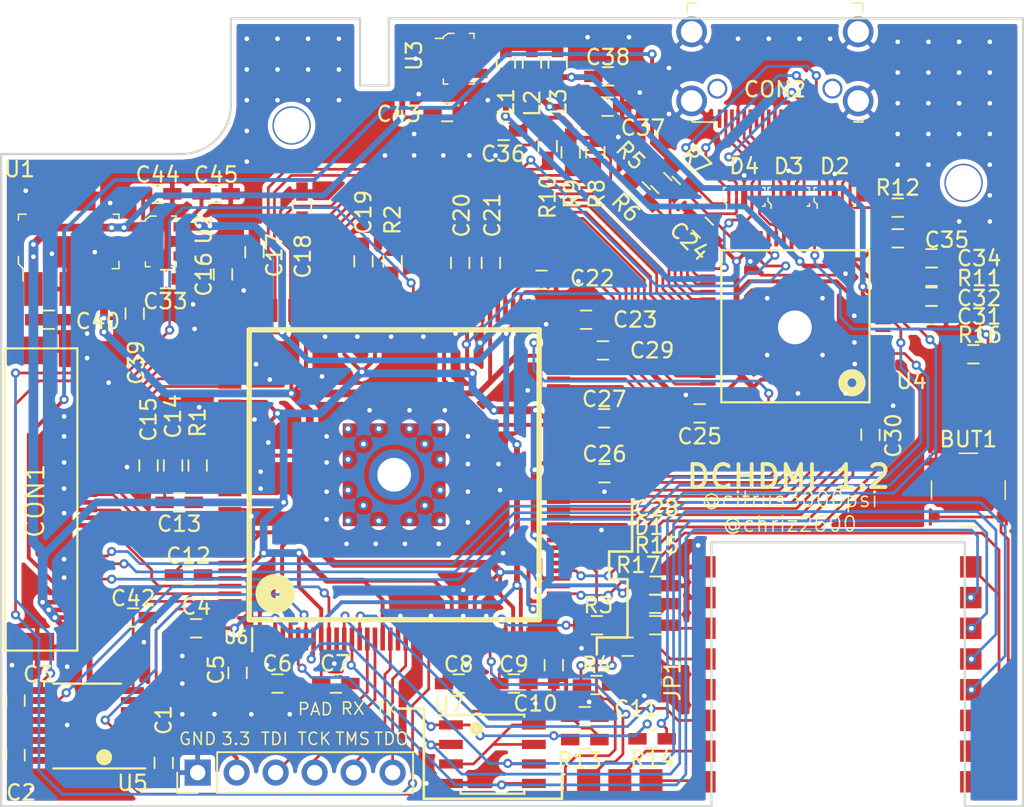
<source format=kicad_pcb>
(kicad_pcb (version 4) (host pcbnew 4.0.7)
  (layers (0 F.Cu signal) (31 B.Cu signal) (34 B.Paste user) (35 F.Paste user) (36 B.SilkS user) (37 F.SilkS user) (38 B.Mask user) (39 F.Mask user) (44 Edge.Cuts user))
  (net 0 "")
  (net 1 GND)
  (net 2 "Net-(BUT1-Pad3)")
  (net 3 +3V3)
  (net 4 +2.5)
  (net 5 +1.2)
  (net 6 "Net-(C24-Pad1)")
  (net 7 "Net-(C32-Pad1)")
  (net 8 "Net-(C33-Pad2)")
  (net 9 "Net-(C34-Pad1)")
  (net 10 "Net-(CON2-Pad9)")
  (net 11 "Net-(CON2-Pad8)")
  (net 12 "Net-(CON2-Pad6)")
  (net 13 "Net-(CON2-Pad5)")
  (net 14 "Net-(CON2-Pad3)")
  (net 15 "Net-(CON2-Pad2)")
  (net 16 "Net-(CON2-Pad11)")
  (net 17 "Net-(CON2-Pad12)")
  (net 18 /SCL)
  (net 19 /SDA)
  (net 20 "Net-(CON2-Pad17)")
  (net 21 /HDMI+5)
  (net 22 "Net-(CON2-Pad19)")
  (net 23 /TDI)
  (net 24 /TCK)
  (net 25 /TMS)
  (net 26 /TDO)
  (net 27 /PAD)
  (net 28 /TX)
  (net 29 /RX)
  (net 30 "Net-(D1-Pad1)")
  (net 31 "Net-(JP1-Pad1)")
  (net 32 /nConf)
  (net 33 +1.8)
  (net 34 "Net-(R1-Pad1)")
  (net 35 "Net-(R2-Pad2)")
  (net 36 "Net-(R3-Pad1)")
  (net 37 +5V)
  (net 38 /INT)
  (net 39 "Net-(R11-Pad1)")
  (net 40 /CS)
  (net 41 "Net-(R14-Pad1)")
  (net 42 "Net-(R15-Pad2)")
  (net 43 "Net-(U3-Pad4)")
  (net 44 "Net-(U4-Pad2)")
  (net 45 "Net-(U4-Pad3)")
  (net 46 "Net-(U4-Pad4)")
  (net 47 /ADAT)
  (net 48 "Net-(U4-Pad6)")
  (net 49 "Net-(U4-Pad7)")
  (net 50 "Net-(U4-Pad8)")
  (net 51 /ABCK)
  (net 52 /ALRK)
  (net 53 "Net-(U4-Pad37)")
  (net 54 "Net-(U4-Pad38)")
  (net 55 "Net-(U4-Pad39)")
  (net 56 "Net-(U4-Pad40)")
  (net 57 "Net-(U4-Pad41)")
  (net 58 "Net-(U4-Pad42)")
  (net 59 "Net-(U4-Pad43)")
  (net 60 "Net-(U4-Pad44)")
  (net 61 "Net-(U4-Pad45)")
  (net 62 "Net-(U4-Pad46)")
  (net 63 "Net-(U4-Pad47)")
  (net 64 "Net-(U4-Pad48)")
  (net 65 "Net-(U4-Pad49)")
  (net 66 "Net-(U4-Pad50)")
  (net 67 "Net-(U4-Pad52)")
  (net 68 /ADVCLK)
  (net 69 "Net-(U4-Pad54)")
  (net 70 "Net-(U4-Pad55)")
  (net 71 "Net-(U4-Pad56)")
  (net 72 "Net-(U4-Pad57)")
  (net 73 "Net-(U4-Pad58)")
  (net 74 "Net-(U4-Pad59)")
  (net 75 "Net-(U4-Pad60)")
  (net 76 "Net-(U4-Pad61)")
  (net 77 "Net-(U4-Pad62)")
  (net 78 "Net-(U4-Pad63)")
  (net 79 "Net-(U4-Pad64)")
  (net 80 /X1)
  (net 81 "Net-(U5-Pad16)")
  (net 82 /S0)
  (net 83 /S3)
  (net 84 /S2)
  (net 85 /CLK)
  (net 86 /S1)
  (net 87 "Net-(U5-Pad15)")
  (net 88 /MOSI)
  (net 89 "Net-(U6-Pad11)")
  (net 90 /DCLK)
  (net 91 /MISO)
  (net 92 /VCLK)
  (net 93 "Net-(U6-Pad24)")
  (net 94 "Net-(U6-Pad28)")
  (net 95 "Net-(U6-Pad32)")
  (net 96 "Net-(U6-Pad52)")
  (net 97 "Net-(U6-Pad53)")
  (net 98 "Net-(U6-Pad54)")
  (net 99 "Net-(U6-Pad55)")
  (net 100 "Net-(U6-Pad89)")
  (net 101 "Net-(U6-Pad90)")
  (net 102 "Net-(U6-Pad91)")
  (net 103 "Net-(CON1-Pad3)")
  (net 104 "Net-(CON1-Pad4)")
  (net 105 "Net-(CON1-Pad6)")
  (net 106 "Net-(CON1-Pad7)")
  (net 107 "Net-(CON1-Pad9)")
  (net 108 "Net-(CON1-Pad10)")
  (net 109 "Net-(CON1-Pad12)")
  (net 110 "Net-(CON1-Pad13)")
  (net 111 "Net-(U6-Pad126)")
  (net 112 "Net-(U6-Pad127)")
  (net 113 "Net-(U6-Pad128)")
  (net 114 "Net-(U6-Pad129)")
  (net 115 "Net-(CON1-Pad15)")
  (net 116 "Net-(CON1-Pad16)")
  (net 117 "Net-(CON1-Pad18)")
  (net 118 "Net-(CON1-Pad19)")
  (net 119 "Net-(CON1-Pad21)")
  (net 120 "Net-(CON1-Pad22)")
  (net 121 "Net-(CON1-Pad28)")
  (net 122 "Net-(U8-Pad2)")
  (net 123 "Net-(U8-Pad13)")
  (net 124 "Net-(U6-Pad25)")
  (net 125 /SCL_H)
  (net 126 /SDA_H)
  (net 127 "Net-(R16-Pad2)")
  (module pads:via-3mm (layer F.Cu) (at 177.6 96.19)
    (fp_text reference "" (at 0 0.5) (layer F.SilkS))
    (fp_text value "")
    (pad 1 thru_hole circle (at 0 0) (size 0.6 0.6) (drill 0.3) (layers *.Cu) (net 1 GND))
  )
  (module pads:via-3mm (layer F.Cu) (at 177.58 94.78)
    (fp_text reference "" (at 0 0.5) (layer F.SilkS))
    (fp_text value "")
    (pad 1 thru_hole circle (at 0 0) (size 0.6 0.6) (drill 0.3) (layers *.Cu) (net 1 GND))
  )
  (module pads:via-3mm (layer F.Cu) (at 177.57 93.04)
    (fp_text reference "" (at 0 0.5) (layer F.SilkS))
    (fp_text value "")
    (pad 1 thru_hole circle (at 0 0) (size 0.6 0.6) (drill 0.3) (layers *.Cu) (net 1 GND))
  )
  (module pads:2.3_hole_mount (layer F.Cu) (at 184.69 84.39)
    (fp_text reference "" (at 0 0.5) (layer F.SilkS))
    (fp_text value "")
    (pad "" thru_hole circle (at 0 0) (size 2.5 2.5) (drill 2.3) (layers *.Cu *.Mask))
  )
  (module pads:via-3mm (layer F.Cu) (at 138 83)
    (fp_text reference "" (at 0 0.5) (layer F.SilkS))
    (fp_text value "")
    (pad 1 thru_hole circle (at 0 0) (size 0.6 0.6) (drill 0.3) (layers *.Cu) (net 1 GND))
  )
  (module pads:via-3mm (layer F.Cu) (at 138 81)
    (fp_text reference "" (at 0 0.5) (layer F.SilkS))
    (fp_text value "")
    (pad 1 thru_hole circle (at 0 0) (size 0.6 0.6) (drill 0.3) (layers *.Cu) (net 1 GND))
  )
  (module pads:via-3mm (layer F.Cu) (at 138 79)
    (fp_text reference "" (at 0 0.5) (layer F.SilkS))
    (fp_text value "")
    (pad 1 thru_hole circle (at 0 0) (size 0.6 0.6) (drill 0.3) (layers *.Cu) (net 1 GND))
  )
  (module pads:via-3mm (layer F.Cu) (at 140 79)
    (fp_text reference "" (at 0 0.5) (layer F.SilkS))
    (fp_text value "")
    (pad 1 thru_hole circle (at 0 0) (size 0.6 0.6) (drill 0.3) (layers *.Cu) (net 1 GND))
  )
  (module pads:via-3mm (layer F.Cu) (at 142 79)
    (fp_text reference "" (at 0 0.5) (layer F.SilkS))
    (fp_text value "")
    (pad 1 thru_hole circle (at 0 0) (size 0.6 0.6) (drill 0.3) (layers *.Cu) (net 1 GND))
  )
  (module pads:via-3mm (layer F.Cu) (at 144 79)
    (fp_text reference "" (at 0 0.5) (layer F.SilkS))
    (fp_text value "")
    (pad 1 thru_hole circle (at 0 0) (size 0.6 0.6) (drill 0.3) (layers *.Cu) (net 1 GND))
  )
  (module pads:via-3mm (layer F.Cu) (at 144 77)
    (fp_text reference "" (at 0 0.5) (layer F.SilkS))
    (fp_text value "")
    (pad 1 thru_hole circle (at 0 0) (size 0.6 0.6) (drill 0.3) (layers *.Cu) (net 1 GND))
  )
  (module pads:via-3mm (layer F.Cu) (at 142 77)
    (fp_text reference "" (at 0 0.5) (layer F.SilkS))
    (fp_text value "")
    (pad 1 thru_hole circle (at 0 0) (size 0.6 0.6) (drill 0.3) (layers *.Cu) (net 1 GND))
  )
  (module pads:via-3mm (layer F.Cu) (at 140 77)
    (fp_text reference "" (at 0 0.5) (layer F.SilkS))
    (fp_text value "")
    (pad 1 thru_hole circle (at 0 0) (size 0.6 0.6) (drill 0.3) (layers *.Cu) (net 1 GND))
  )
  (module pads:via-3mm (layer F.Cu) (at 138 77)
    (fp_text reference "" (at 0 0.5) (layer F.SilkS))
    (fp_text value "")
    (pad 1 thru_hole circle (at 0 0) (size 0.6 0.6) (drill 0.3) (layers *.Cu) (net 1 GND))
  )
  (module pads:via-3mm (layer F.Cu) (at 144 75)
    (fp_text reference "" (at 0 0.5) (layer F.SilkS))
    (fp_text value "")
    (pad 1 thru_hole circle (at 0 0) (size 0.6 0.6) (drill 0.3) (layers *.Cu) (net 1 GND))
  )
  (module pads:via-3mm (layer F.Cu) (at 142 75)
    (fp_text reference "" (at 0 0.5) (layer F.SilkS))
    (fp_text value "")
    (pad 1 thru_hole circle (at 0 0) (size 0.6 0.6) (drill 0.3) (layers *.Cu) (net 1 GND))
  )
  (module pads:via-3mm (layer F.Cu) (at 140 75)
    (fp_text reference "" (at 0 0.5) (layer F.SilkS))
    (fp_text value "")
    (pad 1 thru_hole circle (at 0 0) (size 0.6 0.6) (drill 0.3) (layers *.Cu) (net 1 GND))
  )
  (module pads:via-3mm (layer F.Cu) (at 138 75)
    (fp_text reference "" (at 0 0.5) (layer F.SilkS))
    (fp_text value "")
    (pad 1 thru_hole circle (at 0 0) (size 0.6 0.6) (drill 0.3) (layers *.Cu) (net 1 GND))
  )
  (module pads:via-3mm (layer F.Cu) (at 170 75)
    (fp_text reference "" (at 0 0.5) (layer F.SilkS))
    (fp_text value "")
    (pad 1 thru_hole circle (at 0 0) (size 0.6 0.6) (drill 0.3) (layers *.Cu) (net 1 GND))
  )
  (module pads:via-3mm (layer F.Cu) (at 172 75)
    (fp_text reference "" (at 0 0.5) (layer F.SilkS))
    (fp_text value "")
    (pad 1 thru_hole circle (at 0 0) (size 0.6 0.6) (drill 0.3) (layers *.Cu) (net 1 GND))
  )
  (module pads:via-3mm (layer F.Cu) (at 176 75)
    (fp_text reference "" (at 0 0.5) (layer F.SilkS))
    (fp_text value "")
    (pad 1 thru_hole circle (at 0 0) (size 0.6 0.6) (drill 0.3) (layers *.Cu) (net 1 GND))
  )
  (module pads:via-3mm (layer F.Cu) (at 174 75)
    (fp_text reference "" (at 0 0.5) (layer F.SilkS))
    (fp_text value "")
    (pad 1 thru_hole circle (at 0 0) (size 0.6 0.6) (drill 0.3) (layers *.Cu) (net 1 GND))
  )
  (module altera144_wcenterpad (layer F.Cu) (at 147.6 103.4 90)
    (fp_text reference U6 (at -10.6 -10.3 180) (layer F.SilkS) (effects (font (size 0.8 0.8))))
    (fp_text value 10CL025)
    (pad 1 smd rect (at -10.7 -8.75 90) (size 1.5 0.3) (layers F.Cu F.Paste F.Mask) (net 5 +1.2))
    (pad 2 smd rect (at -10.7 -8.25 90) (size 1.5 0.3) (layers F.Cu F.Paste F.Mask) (net 1 GND))
    (pad 3 smd rect (at -10.7 -7.75 90) (size 1.5 0.3) (layers F.Cu F.Paste F.Mask) (net 4 +2.5))
    (pad 4 smd rect (at -10.7 -7.25 90) (size 1.5 0.3) (layers F.Cu F.Paste F.Mask) (net 1 GND))
    (pad 5 smd rect (at -10.7 -6.75 90) (size 1.5 0.3) (layers F.Cu F.Paste F.Mask) (net 5 +1.2))
    (pad 6 smd rect (at -10.7 -6.25 90) (size 1.5 0.3) (layers F.Cu F.Paste F.Mask) (net 88 /MOSI))
    (pad 7 smd rect (at -10.7 -5.75 90) (size 1.5 0.3) (layers F.Cu F.Paste F.Mask) (net 82 /S0))
    (pad 8 smd rect (at -10.7 -5.25 90) (size 1.5 0.3) (layers F.Cu F.Paste F.Mask) (net 40 /CS))
    (pad 9 smd rect (at -10.7 -4.75 90) (size 1.5 0.3) (layers F.Cu F.Paste F.Mask) (net 3 +3V3))
    (pad 10 smd rect (at -10.7 -4.25 90) (size 1.5 0.3) (layers F.Cu F.Paste F.Mask) (net 86 /S1))
    (pad 11 smd rect (at -10.7 -3.75 90) (size 1.5 0.3) (layers F.Cu F.Paste F.Mask) (net 89 "Net-(U6-Pad11)"))
    (pad 12 smd rect (at -10.7 -3.25 90) (size 1.5 0.3) (layers F.Cu F.Paste F.Mask) (net 90 /DCLK))
    (pad 13 smd rect (at -10.7 -2.75 90) (size 1.5 0.3) (layers F.Cu F.Paste F.Mask) (net 91 /MISO))
    (pad 14 smd rect (at -10.7 -2.25 90) (size 1.5 0.3) (layers F.Cu F.Paste F.Mask) (net 32 /nConf))
    (pad 15 smd rect (at -10.7 -1.75 90) (size 1.5 0.3) (layers F.Cu F.Paste F.Mask) (net 23 /TDI))
    (pad 16 smd rect (at -10.7 -1.25 90) (size 1.5 0.3) (layers F.Cu F.Paste F.Mask) (net 24 /TCK))
    (pad 17 smd rect (at -10.7 -0.75 90) (size 1.5 0.3) (layers F.Cu F.Paste F.Mask) (net 3 +3V3))
    (pad 18 smd rect (at -10.7 -0.25 90) (size 1.5 0.3) (layers F.Cu F.Paste F.Mask) (net 25 /TMS))
    (pad 19 smd rect (at -10.7 0.25 90) (size 1.5 0.3) (layers F.Cu F.Paste F.Mask) (net 1 GND))
    (pad 20 smd rect (at -10.7 0.75 90) (size 1.5 0.3) (layers F.Cu F.Paste F.Mask) (net 26 /TDO))
    (pad 21 smd rect (at -10.7 1.25 90) (size 1.5 0.3) (layers F.Cu F.Paste F.Mask) (net 1 GND))
    (pad 22 smd rect (at -10.7 1.75 90) (size 1.5 0.3) (layers F.Cu F.Paste F.Mask) (net 1 GND))
    (pad 23 smd rect (at -10.7 2.25 90) (size 1.5 0.3) (layers F.Cu F.Paste F.Mask) (net 92 /VCLK))
    (pad 24 smd rect (at -10.7 2.75 90) (size 1.5 0.3) (layers F.Cu F.Paste F.Mask) (net 93 "Net-(U6-Pad24)"))
    (pad 25 smd rect (at -10.7 3.25 90) (size 1.5 0.3) (layers F.Cu F.Paste F.Mask) (net 124 "Net-(U6-Pad25)"))
    (pad 26 smd rect (at -10.7 3.75 90) (size 1.5 0.3) (layers F.Cu F.Paste F.Mask) (net 3 +3V3))
    (pad 27 smd rect (at -10.7 4.25 90) (size 1.5 0.3) (layers F.Cu F.Paste F.Mask) (net 1 GND))
    (pad 28 smd rect (at -10.7 4.75 90) (size 1.5 0.3) (layers F.Cu F.Paste F.Mask) (net 94 "Net-(U6-Pad28)"))
    (pad 29 smd rect (at -10.7 5.25 90) (size 1.5 0.3) (layers F.Cu F.Paste F.Mask) (net 5 +1.2))
    (pad 30 smd rect (at -10.7 5.75 90) (size 1.5 0.3) (layers F.Cu F.Paste F.Mask) (net 1 GND))
    (pad 31 smd rect (at -10.7 6.25 90) (size 1.5 0.3) (layers F.Cu F.Paste F.Mask) (net 27 /PAD))
    (pad 32 smd rect (at -10.7 6.75 90) (size 1.5 0.3) (layers F.Cu F.Paste F.Mask) (net 95 "Net-(U6-Pad32)"))
    (pad 33 smd rect (at -10.7 7.25 90) (size 1.5 0.3) (layers F.Cu F.Paste F.Mask) (net 36 "Net-(R3-Pad1)"))
    (pad 34 smd rect (at -10.7 7.75 90) (size 1.5 0.3) (layers F.Cu F.Paste F.Mask) (net 5 +1.2))
    (pad 35 smd rect (at -10.7 8.25 90) (size 1.5 0.3) (layers F.Cu F.Paste F.Mask) (net 4 +2.5))
    (pad 36 smd rect (at -10.7 8.75 90) (size 1.5 0.3) (layers F.Cu F.Paste F.Mask) (net 1 GND))
    (pad 37 smd rect (at -8.75 10.7 90) (size 0.3 1.5) (layers F.Cu F.Paste F.Mask) (net 5 +1.2))
    (pad 38 smd rect (at -8.25 10.7 90) (size 0.3 1.5) (layers F.Cu F.Paste F.Mask) (net 5 +1.2))
    (pad 39 smd rect (at -7.75 10.7 90) (size 0.3 1.5) (layers F.Cu F.Paste F.Mask) (net 44 "Net-(U4-Pad2)"))
    (pad 40 smd rect (at -7.25 10.7 90) (size 0.3 1.5) (layers F.Cu F.Paste F.Mask) (net 3 +3V3))
    (pad 41 smd rect (at -6.75 10.7 90) (size 0.3 1.5) (layers F.Cu F.Paste F.Mask) (net 1 GND))
    (pad 42 smd rect (at -6.25 10.7 90) (size 0.3 1.5) (layers F.Cu F.Paste F.Mask) (net 79 "Net-(U4-Pad64)"))
    (pad 43 smd rect (at -5.75 10.7 90) (size 0.3 1.5) (layers F.Cu F.Paste F.Mask) (net 80 /X1))
    (pad 44 smd rect (at -5.25 10.7 90) (size 0.3 1.5) (layers F.Cu F.Paste F.Mask) (net 78 "Net-(U4-Pad63)"))
    (pad 45 smd rect (at -4.75 10.7 90) (size 0.3 1.5) (layers F.Cu F.Paste F.Mask) (net 5 +1.2))
    (pad 46 smd rect (at -4.25 10.7 90) (size 0.3 1.5) (layers F.Cu F.Paste F.Mask) (net 77 "Net-(U4-Pad62)"))
    (pad 47 smd rect (at -3.75 10.7 90) (size 0.3 1.5) (layers F.Cu F.Paste F.Mask) (net 3 +3V3))
    (pad 48 smd rect (at -3.25 10.7 90) (size 0.3 1.5) (layers F.Cu F.Paste F.Mask) (net 1 GND))
    (pad 49 smd rect (at -2.75 10.7 90) (size 0.3 1.5) (layers F.Cu F.Paste F.Mask) (net 76 "Net-(U4-Pad61)"))
    (pad 50 smd rect (at -2.25 10.7 90) (size 0.3 1.5) (layers F.Cu F.Paste F.Mask) (net 75 "Net-(U4-Pad60)"))
    (pad 51 smd rect (at -1.75 10.7 90) (size 0.3 1.5) (layers F.Cu F.Paste F.Mask) (net 74 "Net-(U4-Pad59)"))
    (pad 52 smd rect (at -1.25 10.7 90) (size 0.3 1.5) (layers F.Cu F.Paste F.Mask) (net 96 "Net-(U6-Pad52)"))
    (pad 53 smd rect (at -0.75 10.7 90) (size 0.3 1.5) (layers F.Cu F.Paste F.Mask) (net 97 "Net-(U6-Pad53)"))
    (pad 54 smd rect (at -0.25 10.7 90) (size 0.3 1.5) (layers F.Cu F.Paste F.Mask) (net 98 "Net-(U6-Pad54)"))
    (pad 55 smd rect (at 0.25 10.7 90) (size 0.3 1.5) (layers F.Cu F.Paste F.Mask) (net 99 "Net-(U6-Pad55)"))
    (pad 56 smd rect (at 0.75 10.7 90) (size 0.3 1.5) (layers F.Cu F.Paste F.Mask) (net 3 +3V3))
    (pad 57 smd rect (at 1.25 10.7 90) (size 0.3 1.5) (layers F.Cu F.Paste F.Mask) (net 1 GND))
    (pad 58 smd rect (at 1.75 10.7 90) (size 0.3 1.5) (layers F.Cu F.Paste F.Mask) (net 73 "Net-(U4-Pad58)"))
    (pad 59 smd rect (at 2.25 10.7 90) (size 0.3 1.5) (layers F.Cu F.Paste F.Mask) (net 72 "Net-(U4-Pad57)"))
    (pad 60 smd rect (at 2.75 10.7 90) (size 0.3 1.5) (layers F.Cu F.Paste F.Mask) (net 71 "Net-(U4-Pad56)"))
    (pad 61 smd rect (at 3.25 10.7 90) (size 0.3 1.5) (layers F.Cu F.Paste F.Mask) (net 5 +1.2))
    (pad 62 smd rect (at 3.75 10.7 90) (size 0.3 1.5) (layers F.Cu F.Paste F.Mask) (net 3 +3V3))
    (pad 63 smd rect (at 4.25 10.7 90) (size 0.3 1.5) (layers F.Cu F.Paste F.Mask) (net 1 GND))
    (pad 64 smd rect (at 4.75 10.7 90) (size 0.3 1.5) (layers F.Cu F.Paste F.Mask) (net 1 GND))
    (pad 65 smd rect (at 5.25 10.7 90) (size 0.3 1.5) (layers F.Cu F.Paste F.Mask) (net 70 "Net-(U4-Pad55)"))
    (pad 66 smd rect (at 5.75 10.7 90) (size 0.3 1.5) (layers F.Cu F.Paste F.Mask) (net 69 "Net-(U4-Pad54)"))
    (pad 67 smd rect (at 6.25 10.7 90) (size 0.3 1.5) (layers F.Cu F.Paste F.Mask) (net 67 "Net-(U4-Pad52)"))
    (pad 68 smd rect (at 6.75 10.7 90) (size 0.3 1.5) (layers F.Cu F.Paste F.Mask) (net 66 "Net-(U4-Pad50)"))
    (pad 69 smd rect (at 7.25 10.7 90) (size 0.3 1.5) (layers F.Cu F.Paste F.Mask) (net 65 "Net-(U4-Pad49)"))
    (pad 70 smd rect (at 7.75 10.7 90) (size 0.3 1.5) (layers F.Cu F.Paste F.Mask) (net 5 +1.2))
    (pad 71 smd rect (at 8.25 10.7 90) (size 0.3 1.5) (layers F.Cu F.Paste F.Mask) (net 68 /ADVCLK))
    (pad 72 smd rect (at 8.75 10.7 90) (size 0.3 1.5) (layers F.Cu F.Paste F.Mask) (net 64 "Net-(U4-Pad48)"))
    (pad 73 smd rect (at 10.7 8.75 90) (size 1.5 0.3) (layers F.Cu F.Paste F.Mask) (net 5 +1.2))
    (pad 74 smd rect (at 10.7 8.25 90) (size 1.5 0.3) (layers F.Cu F.Paste F.Mask) (net 1 GND))
    (pad 75 smd rect (at 10.7 7.75 90) (size 1.5 0.3) (layers F.Cu F.Paste F.Mask) (net 4 +2.5))
    (pad 76 smd rect (at 10.7 7.25 90) (size 1.5 0.3) (layers F.Cu F.Paste F.Mask) (net 63 "Net-(U4-Pad47)"))
    (pad 77 smd rect (at 10.7 6.75 90) (size 1.5 0.3) (layers F.Cu F.Paste F.Mask) (net 62 "Net-(U4-Pad46)"))
    (pad 78 smd rect (at 10.7 6.25 90) (size 1.5 0.3) (layers F.Cu F.Paste F.Mask) (net 5 +1.2))
    (pad 79 smd rect (at 10.7 5.75 90) (size 1.5 0.3) (layers F.Cu F.Paste F.Mask) (net 1 GND))
    (pad 80 smd rect (at 10.7 5.25 90) (size 1.5 0.3) (layers F.Cu F.Paste F.Mask) (net 61 "Net-(U4-Pad45)"))
    (pad 81 smd rect (at 10.7 4.75 90) (size 1.5 0.3) (layers F.Cu F.Paste F.Mask) (net 3 +3V3))
    (pad 82 smd rect (at 10.7 4.25 90) (size 1.5 0.3) (layers F.Cu F.Paste F.Mask) (net 1 GND))
    (pad 83 smd rect (at 10.7 3.75 90) (size 1.5 0.3) (layers F.Cu F.Paste F.Mask) (net 60 "Net-(U4-Pad44)"))
    (pad 84 smd rect (at 10.7 3.25 90) (size 1.5 0.3) (layers F.Cu F.Paste F.Mask) (net 5 +1.2))
    (pad 85 smd rect (at 10.7 2.75 90) (size 1.5 0.3) (layers F.Cu F.Paste F.Mask) (net 59 "Net-(U4-Pad43)"))
    (pad 86 smd rect (at 10.7 2.25 90) (size 1.5 0.3) (layers F.Cu F.Paste F.Mask) (net 58 "Net-(U4-Pad42)"))
    (pad 87 smd rect (at 10.7 1.75 90) (size 1.5 0.3) (layers F.Cu F.Paste F.Mask) (net 57 "Net-(U4-Pad41)"))
    (pad 88 smd rect (at 10.7 1.25 90) (size 1.5 0.3) (layers F.Cu F.Paste F.Mask) (net 85 /CLK))
    (pad 89 smd rect (at 10.7 0.75 90) (size 1.5 0.3) (layers F.Cu F.Paste F.Mask) (net 100 "Net-(U6-Pad89)"))
    (pad 90 smd rect (at 10.7 0.25 90) (size 1.5 0.3) (layers F.Cu F.Paste F.Mask) (net 101 "Net-(U6-Pad90)"))
    (pad 91 smd rect (at 10.7 -0.25 90) (size 1.5 0.3) (layers F.Cu F.Paste F.Mask) (net 102 "Net-(U6-Pad91)"))
    (pad 92 smd rect (at 10.7 -0.75 90) (size 1.5 0.3) (layers F.Cu F.Paste F.Mask) (net 35 "Net-(R2-Pad2)"))
    (pad 93 smd rect (at 10.7 -1.25 90) (size 1.5 0.3) (layers F.Cu F.Paste F.Mask) (net 3 +3V3))
    (pad 94 smd rect (at 10.7 -1.75 90) (size 1.5 0.3) (layers F.Cu F.Paste F.Mask) (net 3 +3V3))
    (pad 95 smd rect (at 10.7 -2.25 90) (size 1.5 0.3) (layers F.Cu F.Paste F.Mask) (net 1 GND))
    (pad 96 smd rect (at 10.7 -2.75 90) (size 1.5 0.3) (layers F.Cu F.Paste F.Mask) (net 1 GND))
    (pad 97 smd rect (at 10.7 -3.25 90) (size 1.5 0.3) (layers F.Cu F.Paste F.Mask) (net 3 +3V3))
    (pad 98 smd rect (at 10.7 -3.75 90) (size 1.5 0.3) (layers F.Cu F.Paste F.Mask) (net 56 "Net-(U4-Pad40)"))
    (pad 99 smd rect (at 10.7 -4.25 90) (size 1.5 0.3) (layers F.Cu F.Paste F.Mask) (net 55 "Net-(U4-Pad39)"))
    (pad 100 smd rect (at 10.7 -4.75 90) (size 1.5 0.3) (layers F.Cu F.Paste F.Mask) (net 54 "Net-(U4-Pad38)"))
    (pad 101 smd rect (at 10.7 -5.25 90) (size 1.5 0.3) (layers F.Cu F.Paste F.Mask) (net 53 "Net-(U4-Pad37)"))
    (pad 102 smd rect (at 10.7 -5.75 90) (size 1.5 0.3) (layers F.Cu F.Paste F.Mask) (net 5 +1.2))
    (pad 103 smd rect (at 10.7 -6.25 90) (size 1.5 0.3) (layers F.Cu F.Paste F.Mask) (net 19 /SDA))
    (pad 104 smd rect (at 10.7 -6.75 90) (size 1.5 0.3) (layers F.Cu F.Paste F.Mask) (net 1 GND))
    (pad 105 smd rect (at 10.7 -7.25 90) (size 1.5 0.3) (layers F.Cu F.Paste F.Mask) (net 18 /SCL))
    (pad 106 smd rect (at 10.7 -7.75 90) (size 1.5 0.3) (layers F.Cu F.Paste F.Mask) (net 38 /INT))
    (pad 107 smd rect (at 10.7 -8.25 90) (size 1.5 0.3) (layers F.Cu F.Paste F.Mask) (net 4 +2.5))
    (pad 108 smd rect (at 10.7 -8.75 90) (size 1.5 0.3) (layers F.Cu F.Paste F.Mask) (net 1 GND))
    (pad 109 smd rect (at 8.75 -10.7 90) (size 0.3 1.5) (layers F.Cu F.Paste F.Mask) (net 5 +1.2))
    (pad 110 smd rect (at 8.25 -10.7 90) (size 0.3 1.5) (layers F.Cu F.Paste F.Mask) (net 1 GND))
    (pad 111 smd rect (at 7.75 -10.7 90) (size 0.3 1.5) (layers F.Cu F.Paste F.Mask) (net 103 "Net-(CON1-Pad3)"))
    (pad 112 smd rect (at 7.25 -10.7 90) (size 0.3 1.5) (layers F.Cu F.Paste F.Mask) (net 104 "Net-(CON1-Pad4)"))
    (pad 113 smd rect (at 6.75 -10.7 90) (size 0.3 1.5) (layers F.Cu F.Paste F.Mask) (net 105 "Net-(CON1-Pad6)"))
    (pad 114 smd rect (at 6.25 -10.7 90) (size 0.3 1.5) (layers F.Cu F.Paste F.Mask) (net 106 "Net-(CON1-Pad7)"))
    (pad 115 smd rect (at 5.75 -10.7 90) (size 0.3 1.5) (layers F.Cu F.Paste F.Mask) (net 107 "Net-(CON1-Pad9)"))
    (pad 116 smd rect (at 5.25 -10.7 90) (size 0.3 1.5) (layers F.Cu F.Paste F.Mask) (net 5 +1.2))
    (pad 117 smd rect (at 4.75 -10.7 90) (size 0.3 1.5) (layers F.Cu F.Paste F.Mask) (net 3 +3V3))
    (pad 118 smd rect (at 4.25 -10.7 90) (size 0.3 1.5) (layers F.Cu F.Paste F.Mask) (net 1 GND))
    (pad 119 smd rect (at 3.75 -10.7 90) (size 0.3 1.5) (layers F.Cu F.Paste F.Mask) (net 108 "Net-(CON1-Pad10)"))
    (pad 120 smd rect (at 3.25 -10.7 90) (size 0.3 1.5) (layers F.Cu F.Paste F.Mask) (net 109 "Net-(CON1-Pad12)"))
    (pad 121 smd rect (at 2.75 -10.7 90) (size 0.3 1.5) (layers F.Cu F.Paste F.Mask) (net 110 "Net-(CON1-Pad13)"))
    (pad 122 smd rect (at 2.25 -10.7 90) (size 0.3 1.5) (layers F.Cu F.Paste F.Mask) (net 3 +3V3))
    (pad 123 smd rect (at 1.75 -10.7 90) (size 0.3 1.5) (layers F.Cu F.Paste F.Mask) (net 1 GND))
    (pad 124 smd rect (at 1.25 -10.7 90) (size 0.3 1.5) (layers F.Cu F.Paste F.Mask) (net 5 +1.2))
    (pad 125 smd rect (at 0.75 -10.7 90) (size 0.3 1.5) (layers F.Cu F.Paste F.Mask) (net 34 "Net-(R1-Pad1)"))
    (pad 126 smd rect (at 0.25 -10.7 90) (size 0.3 1.5) (layers F.Cu F.Paste F.Mask) (net 111 "Net-(U6-Pad126)"))
    (pad 127 smd rect (at -0.25 -10.7 90) (size 0.3 1.5) (layers F.Cu F.Paste F.Mask) (net 112 "Net-(U6-Pad127)"))
    (pad 128 smd rect (at -0.75 -10.7 90) (size 0.3 1.5) (layers F.Cu F.Paste F.Mask) (net 113 "Net-(U6-Pad128)"))
    (pad 129 smd rect (at -1.25 -10.7 90) (size 0.3 1.5) (layers F.Cu F.Paste F.Mask) (net 114 "Net-(U6-Pad129)"))
    (pad 130 smd rect (at -1.75 -10.7 90) (size 0.3 1.5) (layers F.Cu F.Paste F.Mask) (net 3 +3V3))
    (pad 131 smd rect (at -2.25 -10.7 90) (size 0.3 1.5) (layers F.Cu F.Paste F.Mask) (net 1 GND))
    (pad 132 smd rect (at -2.75 -10.7 90) (size 0.3 1.5) (layers F.Cu F.Paste F.Mask) (net 115 "Net-(CON1-Pad15)"))
    (pad 133 smd rect (at -3.25 -10.7 90) (size 0.3 1.5) (layers F.Cu F.Paste F.Mask) (net 116 "Net-(CON1-Pad16)"))
    (pad 134 smd rect (at -3.75 -10.7 90) (size 0.3 1.5) (layers F.Cu F.Paste F.Mask) (net 5 +1.2))
    (pad 135 smd rect (at -4.25 -10.7 90) (size 0.3 1.5) (layers F.Cu F.Paste F.Mask) (net 117 "Net-(CON1-Pad18)"))
    (pad 136 smd rect (at -4.75 -10.7 90) (size 0.3 1.5) (layers F.Cu F.Paste F.Mask) (net 118 "Net-(CON1-Pad19)"))
    (pad 137 smd rect (at -5.25 -10.7 90) (size 0.3 1.5) (layers F.Cu F.Paste F.Mask) (net 119 "Net-(CON1-Pad21)"))
    (pad 138 smd rect (at -5.75 -10.7 90) (size 0.3 1.5) (layers F.Cu F.Paste F.Mask) (net 5 +1.2))
    (pad 139 smd rect (at -6.25 -10.7 90) (size 0.3 1.5) (layers F.Cu F.Paste F.Mask) (net 3 +3V3))
    (pad 140 smd rect (at -6.75 -10.7 90) (size 0.3 1.5) (layers F.Cu F.Paste F.Mask) (net 1 GND))
    (pad 141 smd rect (at -7.25 -10.7 90) (size 0.3 1.5) (layers F.Cu F.Paste F.Mask) (net 120 "Net-(CON1-Pad22)"))
    (pad 142 smd rect (at -7.75 -10.7 90) (size 0.3 1.5) (layers F.Cu F.Paste F.Mask) (net 121 "Net-(CON1-Pad28)"))
    (pad 143 smd rect (at -8.25 -10.7 90) (size 0.3 1.5) (layers F.Cu F.Paste F.Mask) (net 84 /S2))
    (pad 144 smd rect (at -8.75 -10.7 90) (size 0.3 1.5) (layers F.Cu F.Paste F.Mask) (net 83 /S3))
    (pad 145 smd rect (at 0 0 90) (size 6.7 6.7) (layers F.Cu F.Paste F.Mask))
    (pad 145 thru_hole circle (at 0 0 90) (size 3.3 3.3) (drill 2.2) (layers *.Cu *.Mask))
    (pad 145 thru_hole circle (at -2 -2 90) (size 0.6 0.6) (drill 0.3) (layers *.Cu *.Mask))
    (pad 145 thru_hole circle (at 3 -3 90) (size 0.6 0.6) (drill 0.3) (layers *.Cu *.Mask))
    (pad 145 thru_hole circle (at 2 -2 90) (size 0.6 0.6) (drill 0.3) (layers *.Cu *.Mask))
    (pad 145 thru_hole circle (at -3 -3 90) (size 0.6 0.6) (drill 0.3) (layers *.Cu *.Mask))
    (pad 145 thru_hole circle (at -1 -3 90) (size 0.6 0.6) (drill 0.3) (layers *.Cu *.Mask))
    (pad 145 thru_hole circle (at 1 -3 90) (size 0.6 0.6) (drill 0.3) (layers *.Cu *.Mask))
    (pad 145 thru_hole circle (at 3 -1 90) (size 0.6 0.6) (drill 0.3) (layers *.Cu *.Mask))
    (pad 145 thru_hole circle (at 2 2 90) (size 0.6 0.6) (drill 0.3) (layers *.Cu *.Mask))
    (pad 145 thru_hole circle (at 3 1 90) (size 0.6 0.6) (drill 0.3) (layers *.Cu *.Mask))
    (pad 145 thru_hole circle (at 3 3 90) (size 0.6 0.6) (drill 0.3) (layers *.Cu *.Mask))
    (pad 145 thru_hole circle (at 1 3 90) (size 0.6 0.6) (drill 0.3) (layers *.Cu *.Mask))
    (pad 145 thru_hole circle (at -1 3 90) (size 0.6 0.6) (drill 0.3) (layers *.Cu *.Mask))
    (pad 145 thru_hole circle (at -2 2 90) (size 0.6 0.6) (drill 0.3) (layers *.Cu *.Mask))
    (pad 145 thru_hole circle (at -3 3 90) (size 0.6 0.6) (drill 0.3) (layers *.Cu *.Mask))
    (pad 145 thru_hole circle (at -3 1 90) (size 0.6 0.6) (drill 0.3) (layers *.Cu *.Mask))
    (pad 145 thru_hole circle (at -3 -1 90) (size 0.6 0.6) (drill 0.3) (layers *.Cu *.Mask))
  )
  (module LQFP-64_10x10mm_Pitch0.5mm_PAD (layer F.Cu) (at 173.736 93.726 180)
    (fp_text reference U4 (at -7.564 -3.574 180) (layer F.SilkS))
    (fp_text value ADV7513)
    (pad 1 smd rect (at -5.7 -3.75 180) (size 1 0.25) (layers F.Cu F.Paste F.Mask) (net 6 "Net-(C24-Pad1)"))
    (pad 2 smd rect (at -5.7 -3.25 180) (size 1 0.25) (layers F.Cu F.Paste F.Mask) (net 44 "Net-(U4-Pad2)"))
    (pad 3 smd rect (at -5.7 -2.75 180) (size 1 0.25) (layers F.Cu F.Paste F.Mask) (net 45 "Net-(U4-Pad3)"))
    (pad 4 smd rect (at -5.7 -2.25 180) (size 1 0.25) (layers F.Cu F.Paste F.Mask) (net 46 "Net-(U4-Pad4)"))
    (pad 5 smd rect (at -5.7 -1.75 180) (size 1 0.25) (layers F.Cu F.Paste F.Mask) (net 47 /ADAT))
    (pad 6 smd rect (at -5.7 -1.25 180) (size 1 0.25) (layers F.Cu F.Paste F.Mask) (net 48 "Net-(U4-Pad6)"))
    (pad 7 smd rect (at -5.7 -0.75 180) (size 1 0.25) (layers F.Cu F.Paste F.Mask) (net 49 "Net-(U4-Pad7)"))
    (pad 8 smd rect (at -5.7 -0.25 180) (size 1 0.25) (layers F.Cu F.Paste F.Mask) (net 50 "Net-(U4-Pad8)"))
    (pad 9 smd rect (at -5.7 0.25 180) (size 1 0.25) (layers F.Cu F.Paste F.Mask) (net 51 /ABCK))
    (pad 10 smd rect (at -5.7 0.75 180) (size 1 0.25) (layers F.Cu F.Paste F.Mask) (net 52 /ALRK))
    (pad 11 smd rect (at -5.7 1.25 180) (size 1 0.25) (layers F.Cu F.Paste F.Mask) (net 6 "Net-(C24-Pad1)"))
    (pad 12 smd rect (at -5.7 1.75 180) (size 1 0.25) (layers F.Cu F.Paste F.Mask) (net 7 "Net-(C32-Pad1)"))
    (pad 13 smd rect (at -5.7 2.25 180) (size 1 0.25) (layers F.Cu F.Paste F.Mask) (net 7 "Net-(C32-Pad1)"))
    (pad 14 smd rect (at -5.7 2.75 180) (size 1 0.25) (layers F.Cu F.Paste F.Mask) (net 39 "Net-(R11-Pad1)"))
    (pad 15 smd rect (at -5.7 3.25 180) (size 1 0.25) (layers F.Cu F.Paste F.Mask) (net 9 "Net-(C34-Pad1)"))
    (pad 16 smd rect (at -5.7 3.75 180) (size 1 0.25) (layers F.Cu F.Paste F.Mask) (net 22 "Net-(CON2-Pad19)"))
    (pad 17 smd rect (at -3.75 5.7 270) (size 1 0.25) (layers F.Cu F.Paste F.Mask) (net 17 "Net-(CON2-Pad12)"))
    (pad 18 smd rect (at -3.25 5.7 270) (size 1 0.25) (layers F.Cu F.Paste F.Mask) (net 16 "Net-(CON2-Pad11)"))
    (pad 19 smd rect (at -2.75 5.7 270) (size 1 0.25) (layers F.Cu F.Paste F.Mask) (net 9 "Net-(C34-Pad1)"))
    (pad 20 smd rect (at -2.25 5.7 270) (size 1 0.25) (layers F.Cu F.Paste F.Mask) (net 10 "Net-(CON2-Pad9)"))
    (pad 21 smd rect (at -1.75 5.7 270) (size 1 0.25) (layers F.Cu F.Paste F.Mask) (net 11 "Net-(CON2-Pad8)"))
    (pad 22 smd rect (at -1.25 5.7 270) (size 1 0.25) (layers F.Cu F.Paste F.Mask) (net 127 "Net-(R16-Pad2)"))
    (pad 23 smd rect (at -0.75 5.7 270) (size 1 0.25) (layers F.Cu F.Paste F.Mask) (net 12 "Net-(CON2-Pad6)"))
    (pad 24 smd rect (at -0.25 5.7 270) (size 1 0.25) (layers F.Cu F.Paste F.Mask) (net 13 "Net-(CON2-Pad5)"))
    (pad 25 smd rect (at 0.25 5.7 270) (size 1 0.25) (layers F.Cu F.Paste F.Mask) (net 9 "Net-(C34-Pad1)"))
    (pad 26 smd rect (at 0.75 5.7 270) (size 1 0.25) (layers F.Cu F.Paste F.Mask) (net 14 "Net-(CON2-Pad3)"))
    (pad 27 smd rect (at 1.25 5.7 270) (size 1 0.25) (layers F.Cu F.Paste F.Mask) (net 15 "Net-(CON2-Pad2)"))
    (pad 28 smd rect (at 1.75 5.7 270) (size 1 0.25) (layers F.Cu F.Paste F.Mask) (net 38 /INT))
    (pad 29 smd rect (at 2.25 5.7 270) (size 1 0.25) (layers F.Cu F.Paste F.Mask) (net 3 +3V3))
    (pad 30 smd rect (at 2.75 5.7 270) (size 1 0.25) (layers F.Cu F.Paste F.Mask) (net 1 GND))
    (pad 31 smd rect (at 3.25 5.7 270) (size 1 0.25) (layers F.Cu F.Paste F.Mask) (net 6 "Net-(C24-Pad1)"))
    (pad 32 smd rect (at 3.75 5.7 270) (size 1 0.25) (layers F.Cu F.Paste F.Mask) (net 1 GND))
    (pad 33 smd rect (at 5.7 3.75 180) (size 1 0.25) (layers F.Cu F.Paste F.Mask) (net 125 /SCL_H))
    (pad 34 smd rect (at 5.7 3.25 180) (size 1 0.25) (layers F.Cu F.Paste F.Mask) (net 126 /SDA_H))
    (pad 35 smd rect (at 5.7 2.75 180) (size 1 0.25) (layers F.Cu F.Paste F.Mask) (net 18 /SCL))
    (pad 36 smd rect (at 5.7 2.25 180) (size 1 0.25) (layers F.Cu F.Paste F.Mask) (net 19 /SDA))
    (pad 37 smd rect (at 5.7 1.75 180) (size 1 0.25) (layers F.Cu F.Paste F.Mask) (net 53 "Net-(U4-Pad37)"))
    (pad 38 smd rect (at 5.7 1.25 180) (size 1 0.25) (layers F.Cu F.Paste F.Mask) (net 54 "Net-(U4-Pad38)"))
    (pad 39 smd rect (at 5.7 0.75 180) (size 1 0.25) (layers F.Cu F.Paste F.Mask) (net 55 "Net-(U4-Pad39)"))
    (pad 40 smd rect (at 5.7 0.25 180) (size 1 0.25) (layers F.Cu F.Paste F.Mask) (net 56 "Net-(U4-Pad40)"))
    (pad 41 smd rect (at 5.7 -0.25 180) (size 1 0.25) (layers F.Cu F.Paste F.Mask) (net 57 "Net-(U4-Pad41)"))
    (pad 42 smd rect (at 5.7 -0.75 180) (size 1 0.25) (layers F.Cu F.Paste F.Mask) (net 58 "Net-(U4-Pad42)"))
    (pad 43 smd rect (at 5.7 -1.25 180) (size 1 0.25) (layers F.Cu F.Paste F.Mask) (net 59 "Net-(U4-Pad43)"))
    (pad 44 smd rect (at 5.7 -1.75 180) (size 1 0.25) (layers F.Cu F.Paste F.Mask) (net 60 "Net-(U4-Pad44)"))
    (pad 45 smd rect (at 5.7 -2.25 180) (size 1 0.25) (layers F.Cu F.Paste F.Mask) (net 61 "Net-(U4-Pad45)"))
    (pad 46 smd rect (at 5.7 -2.75 180) (size 1 0.25) (layers F.Cu F.Paste F.Mask) (net 62 "Net-(U4-Pad46)"))
    (pad 47 smd rect (at 5.7 -3.25 180) (size 1 0.25) (layers F.Cu F.Paste F.Mask) (net 63 "Net-(U4-Pad47)"))
    (pad 48 smd rect (at 5.7 -3.75 180) (size 1 0.25) (layers F.Cu F.Paste F.Mask) (net 64 "Net-(U4-Pad48)"))
    (pad 49 smd rect (at 3.75 -5.7 270) (size 1 0.25) (layers F.Cu F.Paste F.Mask) (net 65 "Net-(U4-Pad49)"))
    (pad 50 smd rect (at 3.25 -5.7 270) (size 1 0.25) (layers F.Cu F.Paste F.Mask) (net 66 "Net-(U4-Pad50)"))
    (pad 51 smd rect (at 2.75 -5.7 270) (size 1 0.25) (layers F.Cu F.Paste F.Mask) (net 6 "Net-(C24-Pad1)"))
    (pad 52 smd rect (at 2.25 -5.7 270) (size 1 0.25) (layers F.Cu F.Paste F.Mask) (net 67 "Net-(U4-Pad52)"))
    (pad 53 smd rect (at 1.75 -5.7 270) (size 1 0.25) (layers F.Cu F.Paste F.Mask) (net 68 /ADVCLK))
    (pad 54 smd rect (at 1.25 -5.7 270) (size 1 0.25) (layers F.Cu F.Paste F.Mask) (net 69 "Net-(U4-Pad54)"))
    (pad 55 smd rect (at 0.75 -5.7 270) (size 1 0.25) (layers F.Cu F.Paste F.Mask) (net 70 "Net-(U4-Pad55)"))
    (pad 56 smd rect (at 0.25 -5.7 270) (size 1 0.25) (layers F.Cu F.Paste F.Mask) (net 71 "Net-(U4-Pad56)"))
    (pad 57 smd rect (at -0.25 -5.7 270) (size 1 0.25) (layers F.Cu F.Paste F.Mask) (net 72 "Net-(U4-Pad57)"))
    (pad 58 smd rect (at -0.75 -5.7 270) (size 1 0.25) (layers F.Cu F.Paste F.Mask) (net 73 "Net-(U4-Pad58)"))
    (pad 59 smd rect (at -1.25 -5.7 270) (size 1 0.25) (layers F.Cu F.Paste F.Mask) (net 74 "Net-(U4-Pad59)"))
    (pad 60 smd rect (at -1.75 -5.7 270) (size 1 0.25) (layers F.Cu F.Paste F.Mask) (net 75 "Net-(U4-Pad60)"))
    (pad 61 smd rect (at -2.25 -5.7 270) (size 1 0.25) (layers F.Cu F.Paste F.Mask) (net 76 "Net-(U4-Pad61)"))
    (pad 62 smd rect (at -2.75 -5.7 270) (size 1 0.25) (layers F.Cu F.Paste F.Mask) (net 77 "Net-(U4-Pad62)"))
    (pad 63 smd rect (at -3.25 -5.7 270) (size 1 0.25) (layers F.Cu F.Paste F.Mask) (net 78 "Net-(U4-Pad63)"))
    (pad 64 smd rect (at -3.75 -5.7 270) (size 1 0.25) (layers F.Cu F.Paste F.Mask) (net 79 "Net-(U4-Pad64)"))
    (pad 65 smd rect (at 0 0 180) (size 4.8 4.8) (layers F.Cu F.Paste F.Mask) (net 1 GND))
  )
  (module pads:via-3mm (layer F.Cu) (at 171.9 91.9)
    (fp_text reference "" (at 0 0.5) (layer F.SilkS))
    (fp_text value "")
    (pad 1 thru_hole circle (at 0 0) (size 0.6 0.6) (drill 0.3) (layers *.Cu *.Mask) (net 1 GND))
  )
  (module pads:via-3mm (layer F.Cu) (at 171.9 95.6)
    (fp_text reference "" (at 0 0.5) (layer F.SilkS))
    (fp_text value "")
    (pad 1 thru_hole circle (at 0 0) (size 0.6 0.6) (drill 0.3) (layers *.Cu *.Mask) (net 1 GND))
  )
  (module pads:via-3mm (layer F.Cu) (at 175.5 95.6)
    (fp_text reference "" (at 0 0.5) (layer F.SilkS))
    (fp_text value "")
    (pad 1 thru_hole circle (at 0 0) (size 0.6 0.6) (drill 0.3) (layers *.Cu *.Mask) (net 1 GND))
  )
  (module pads:via-3mm (layer F.Cu) (at 175.5 91.9)
    (fp_text reference "" (at 0 0.5) (layer F.SilkS))
    (fp_text value "")
    (pad 1 thru_hole circle (at 0 0) (size 0.6 0.6) (drill 0.3) (layers *.Cu *.Mask) (net 1 GND))
  )
  (module pads:Via_Large (layer F.Cu) (at 173.7 93.8)
    (fp_text reference "" (at 0 0.5) (layer F.SilkS))
    (fp_text value "")
    (pad 1 thru_hole circle (at 0 0) (size 3 3) (drill 2.2) (layers *.Cu *.Mask) (net 1 GND))
  )
  (module pads:via-3mm (layer F.Cu) (at 163.6 78.5)
    (fp_text reference "" (at 0 0.5) (layer F.SilkS))
    (fp_text value "")
    (pad 1 thru_hole circle (at 0 0) (size 0.6 0.6) (drill 0.3) (layers *.Cu) (net 1 GND))
  )
  (module pads:via-3mm (layer F.Cu) (at 162.2 81.4)
    (fp_text reference "" (at 0 0.5) (layer F.SilkS))
    (fp_text value "")
    (pad 1 thru_hole circle (at 0 0) (size 0.6 0.6) (drill 0.3) (layers *.Cu) (net 1 GND))
  )
  (module pads:via-3mm (layer F.Cu) (at 165.5 79.9)
    (fp_text reference "" (at 0 0.5) (layer F.SilkS))
    (fp_text value "")
    (pad 1 thru_hole circle (at 0 0) (size 0.6 0.6) (drill 0.3) (layers *.Cu) (net 1 GND))
  )
  (module pads:via-3mm (layer F.Cu) (at 165.5 76.9)
    (fp_text reference "" (at 0 0.5) (layer F.SilkS))
    (fp_text value "")
    (pad 1 thru_hole circle (at 0 0) (size 0.6 0.6) (drill 0.3) (layers *.Cu) (net 1 GND))
  )
  (module pads:via-3mm (layer F.Cu) (at 162.9 74.9)
    (fp_text reference "" (at 0 0.5) (layer F.SilkS))
    (fp_text value "")
    (pad 1 thru_hole circle (at 0 0) (size 0.6 0.6) (drill 0.3) (layers *.Cu) (net 1 GND))
  )
  (module pads:via-3mm (layer F.Cu) (at 160.2 74.9)
    (fp_text reference "" (at 0 0.5) (layer F.SilkS))
    (fp_text value "")
    (pad 1 thru_hole circle (at 0 0) (size 0.6 0.6) (drill 0.3) (layers *.Cu) (net 1 GND))
  )
  (module pads:via-3mm (layer F.Cu) (at 149.7 123.5)
    (fp_text reference "" (at 0 0.5) (layer F.SilkS))
    (fp_text value "")
    (pad 1 thru_hole circle (at 0 0) (size 0.6 0.6) (drill 0.3) (layers *.Cu) (net 1 GND))
  )
  (module pads:via-3mm (layer F.Cu) (at 177 90.3)
    (fp_text reference "" (at 0 0.5) (layer F.SilkS))
    (fp_text value "")
    (pad 1 thru_hole circle (at 0 0) (size 0.6 0.6) (drill 0.3) (layers *.Cu) (net 1 GND))
  )
  (module pads:via-3mm (layer F.Cu) (at 173.9 98.1)
    (fp_text reference "" (at 0 0.5) (layer F.SilkS))
    (fp_text value "")
    (pad 1 thru_hole circle (at 0 0) (size 0.6 0.6) (drill 0.3) (layers *.Cu) (net 1 GND))
  )
  (module pads:via-3mm (layer F.Cu) (at 177 98.1)
    (fp_text reference "" (at 0 0.5) (layer F.SilkS))
    (fp_text value "")
    (pad 1 thru_hole circle (at 0 0) (size 0.6 0.6) (drill 0.3) (layers *.Cu) (net 1 GND))
  )
  (module pads:via-3mm (layer F.Cu) (at 153.2 94.8)
    (fp_text reference "" (at 0 0.5) (layer F.SilkS))
    (fp_text value "")
    (pad 1 thru_hole circle (at 0 0) (size 0.6 0.6) (drill 0.3) (layers *.Cu) (net 1 GND))
  )
  (module pads:via-3mm (layer F.Cu) (at 156.8 118.3)
    (fp_text reference "" (at 0 0.5 90) (layer F.SilkS))
    (fp_text value "")
    (pad 1 thru_hole circle (at 0 0) (size 0.6 0.6) (drill 0.3) (layers *.Cu) (net 1 GND))
  )
  (module pads:via-3mm (layer F.Cu) (at 160.3 118.2)
    (fp_text reference "" (at 0 0.5) (layer F.SilkS))
    (fp_text value "")
    (pad 1 thru_hole circle (at 0 0) (size 0.6 0.6) (drill 0.3) (layers *.Cu) (net 1 GND))
  )
  (module pads:via-3mm (layer F.Cu) (at 149.2 78.6)
    (fp_text reference "" (at 0 0.5) (layer F.SilkS))
    (fp_text value "")
    (pad 1 thru_hole circle (at 0 0) (size 0.6 0.6) (drill 0.3) (layers *.Cu) (net 1 GND))
  )
  (module pads:via-3mm (layer F.Cu) (at 149 76.3)
    (fp_text reference "" (at 0 0.5) (layer F.SilkS))
    (fp_text value "")
    (pad 1 thru_hole circle (at 0 0) (size 0.6 0.6) (drill 0.3) (layers *.Cu) (net 1 GND))
  )
  (module pads:via-3mm (layer F.Cu) (at 161.3 104.5)
    (fp_text reference "" (at 0 0.5) (layer F.SilkS))
    (fp_text value "")
    (pad 1 thru_hole circle (at 0 0) (size 0.6 0.6) (drill 0.3) (layers *.Cu) (net 1 GND))
  )
  (module pads:via-3mm (layer F.Cu) (at 161.1 107)
    (fp_text reference "" (at 0 0.5) (layer F.SilkS))
    (fp_text value "")
    (pad 1 thru_hole circle (at 0 0) (size 0.6 0.6) (drill 0.3) (layers *.Cu) (net 1 GND))
  )
  (module pads:via-3mm (layer F.Cu) (at 154.7 108.5)
    (fp_text reference "" (at 0 0.5) (layer F.SilkS))
    (fp_text value "")
    (pad 1 thru_hole circle (at 0 0) (size 0.6 0.6) (drill 0.3) (layers *.Cu) (net 1 GND))
  )
  (module pads:via-3mm (layer F.Cu) (at 138.3 106.1)
    (fp_text reference "" (at 0 0.5) (layer F.SilkS))
    (fp_text value "")
    (pad 1 thru_hole circle (at 0 0) (size 0.6 0.6) (drill 0.3) (layers *.Cu) (net 1 GND))
  )
  (module pads:via-3mm (layer F.Cu) (at 126.6 115.9)
    (fp_text reference "" (at 0 0.5) (layer F.SilkS))
    (fp_text value "")
    (pad 1 thru_hole circle (at -0.3 0) (size 0.6 0.6) (drill 0.3) (layers *.Cu) (net 1 GND))
  )
  (module pads:via-3mm (layer F.Cu) (at 122.7 115.8)
    (fp_text reference "" (at 0 0.5) (layer F.SilkS))
    (fp_text value "")
    (pad 1 thru_hole circle (at 0 0) (size 0.6 0.6) (drill 0.3) (layers *.Cu) (net 1 GND))
  )
  (module pads:via-3mm (layer F.Cu) (at 124 123.9)
    (fp_text reference "" (at 0 0.5) (layer F.SilkS))
    (fp_text value "")
    (pad 1 thru_hole circle (at 0 0) (size 0.6 0.6) (drill 0.3) (layers *.Cu) (net 1 GND))
  )
  (module pads:via-3mm (layer F.Cu) (at 143.7 115.7)
    (fp_text reference "" (at 0 0.5) (layer F.SilkS))
    (fp_text value "")
    (pad 1 thru_hole circle (at 0 0) (size 0.6 0.6) (drill 0.3) (layers *.Cu) (net 1 GND))
  )
  (module pads:via-3mm (layer F.Cu) (at 139.3 115.8)
    (fp_text reference "" (at 0 0.5) (layer F.SilkS))
    (fp_text value "")
    (pad 1 thru_hole circle (at 0 0) (size 0.6 0.6) (drill 0.3) (layers *.Cu) (net 1 GND))
  )
  (module pads:via-3mm (layer F.Cu) (at 170.4 83.9)
    (fp_text reference "" (at 0 0.5) (layer F.SilkS))
    (fp_text value "")
    (pad 1 thru_hole circle (at 0 0) (size 0.6 0.6) (drill 0.3) (layers *.Cu) (net 1 GND))
  )
  (module pads:via-3mm (layer F.Cu) (at 173.3 83.6)
    (fp_text reference "" (at 0 0.5) (layer F.SilkS))
    (fp_text value "")
    (pad 1 thru_hole circle (at 0 0) (size 0.6 0.6) (drill 0.3) (layers *.Cu) (net 1 GND))
  )
  (module pads:via-3mm (layer F.Cu) (at 176.3 83.8)
    (fp_text reference "" (at 0 0.5) (layer F.SilkS))
    (fp_text value "")
    (pad 1 thru_hole circle (at 0 0) (size 0.6 0.6) (drill 0.3) (layers *.Cu) (net 1 GND))
  )
  (module pads:via-3mm (layer F.Cu) (at 167.4 108)
    (fp_text reference "" (at 0 0.5) (layer F.SilkS))
    (fp_text value "")
    (pad 1 thru_hole circle (at 0 0) (size 0.6 0.6) (drill 0.3) (layers *.Cu) (net 1 GND))
  )
  (module pads:via-3mm (layer F.Cu) (at 166.6 98.2)
    (fp_text reference "" (at 0 0.5) (layer F.SilkS))
    (fp_text value "")
    (pad 1 thru_hole circle (at 0 0) (size 0.6 0.6) (drill 0.3) (layers *.Cu) (net 1 GND))
  )
  (module pads:via-3mm (layer F.Cu) (at 170.8 89.5)
    (fp_text reference "" (at 0 0.5) (layer F.SilkS))
    (fp_text value "")
    (pad 1 thru_hole circle (at 0 0) (size 0.6 0.6) (drill 0.3) (layers *.Cu) (net 1 GND))
  )
  (module pads:via-3mm (layer F.Cu) (at 180.1 98.9)
    (fp_text reference "" (at 0 0.5) (layer F.SilkS))
    (fp_text value "")
    (pad 1 thru_hole circle (at 0 0) (size 0.6 0.6) (drill 0.3) (layers *.Cu) (net 1 GND))
  )
  (module pads:via-3mm (layer F.Cu) (at 131.3 114.3)
    (fp_text reference "" (at 0 0.5) (layer F.SilkS))
    (fp_text value "")
    (pad 1 thru_hole circle (at 0 0) (size 0.6 0.6) (drill 0.3) (layers *.Cu) (net 1 GND))
  )
  (module pads:via-3mm (layer F.Cu) (at 126.3 119.7)
    (fp_text reference "" (at 0 0.5) (layer F.SilkS))
    (fp_text value "")
    (pad 1 thru_hole circle (at 0 0) (size 0.6 0.6) (drill 0.3) (layers *.Cu) (net 1 GND))
  )
  (module pads:via-3mm (layer F.Cu) (at 145.2 94.4)
    (fp_text reference "" (at 0 0.5) (layer F.SilkS))
    (fp_text value "")
    (pad 1 thru_hole circle (at 0 0) (size 0.6 0.6) (drill 0.3) (layers *.Cu) (net 1 GND))
  )
  (module pads:via-3mm (layer F.Cu) (at 151.6 94.2)
    (fp_text reference "" (at 0 0.5) (layer F.SilkS))
    (fp_text value "")
    (pad 1 thru_hole circle (at 0 0) (size 0.6 0.6) (drill 0.3) (layers *.Cu) (net 1 GND))
  )
  (module pads:via-3mm (layer F.Cu) (at 129.1 85.7)
    (fp_text reference "" (at 0 0.5) (layer F.SilkS))
    (fp_text value "")
    (pad 1 thru_hole circle (at 0 0) (size 0.6 0.6) (drill 0.3) (layers *.Cu) (net 1 GND))
  )
  (module pads:via-3mm (layer F.Cu) (at 123.6 84.9)
    (fp_text reference "" (at 0 0.5) (layer F.SilkS))
    (fp_text value "")
    (pad 1 thru_hole circle (at 0 0) (size 0.6 0.6) (drill 0.3) (layers *.Cu) (net 1 GND))
  )
  (module pads:via-3mm (layer F.Cu) (at 125.3 89)
    (fp_text reference "" (at 0 0.5) (layer F.SilkS))
    (fp_text value "")
    (pad 1 thru_hole circle (at 0 0) (size 0.6 0.6) (drill 0.3) (layers *.Cu) (net 1 GND))
  )
  (module pads:via-3mm (layer F.Cu) (at 128.1 88.9)
    (fp_text reference "" (at 0 0.5) (layer F.SilkS))
    (fp_text value "")
    (pad 1 thru_hole circle (at 0 0) (size 0.6 0.6) (drill 0.3) (layers *.Cu) (net 1 GND))
  )
  (module pads:via-3mm (layer F.Cu) (at 127.6 94.2)
    (fp_text reference "" (at 0 0.5) (layer F.SilkS))
    (fp_text value "")
    (pad 1 thru_hole circle (at 0 0) (size 0.6 0.6) (drill 0.3) (layers *.Cu) (net 1 GND))
  )
  (module pads:via-3mm (layer F.Cu) (at 127.6 95.8)
    (fp_text reference "" (at 0 0.5) (layer F.SilkS))
    (fp_text value "")
    (pad 1 thru_hole circle (at 0 0) (size 0.6 0.6) (drill 0.3) (layers *.Cu) (net 1 GND))
  )
  (module pads:via-3mm (layer F.Cu) (at 137.8 91.4)
    (fp_text reference "" (at 0 0.5) (layer F.SilkS))
    (fp_text value "")
    (pad 1 thru_hole circle (at 0 0) (size 0.6 0.6) (drill 0.3) (layers *.Cu) (net 1 GND))
  )
  (module pads:via-3mm (layer F.Cu) (at 134.6 93.9)
    (fp_text reference "" (at 0 0.5) (layer F.SilkS))
    (fp_text value "")
    (pad 1 thru_hole circle (at 0 0) (size 0.6 0.6) (drill 0.3) (layers *.Cu) (net 1 GND))
  )
  (module pads:via-3mm (layer F.Cu) (at 134.5 92.3)
    (fp_text reference "" (at 0 0.5) (layer F.SilkS))
    (fp_text value "")
    (pad 1 thru_hole circle (at 0 0) (size 0.6 0.6) (drill 0.3) (layers *.Cu) (net 1 GND))
  )
  (module pads:via-3mm (layer F.Cu) (at 153.7 79)
    (fp_text reference "" (at 0 0.5) (layer F.SilkS))
    (fp_text value "")
    (pad 1 thru_hole circle (at 0 0) (size 0.6 0.6) (drill 0.3) (layers *.Cu) (net 1 GND))
  )
  (module pads:via-3mm (layer F.Cu) (at 148.9 81.2)
    (fp_text reference "" (at 0 0.5) (layer F.SilkS))
    (fp_text value "")
    (pad 1 thru_hole circle (at 0 0) (size 0.6 0.6) (drill 0.3) (layers *.Cu) (net 1 GND))
  )
  (module pads:via-3mm (layer F.Cu) (at 147 82.6)
    (fp_text reference "" (at 0 0.5) (layer F.SilkS))
    (fp_text value "")
    (pad 1 thru_hole circle (at 0 0) (size 0.6 0.6) (drill 0.3) (layers *.Cu) (net 1 GND))
  )
  (module pads:via-3mm (layer F.Cu) (at 148.9 82.6)
    (fp_text reference "" (at 0 0.5) (layer F.SilkS))
    (fp_text value "")
    (pad 1 thru_hole circle (at 0 0) (size 0.6 0.6) (drill 0.3) (layers *.Cu) (net 1 GND))
  )
  (module pads:via-3mm (layer F.Cu) (at 150.8 82.6)
    (fp_text reference "" (at 0 0.5) (layer F.SilkS))
    (fp_text value "")
    (pad 1 thru_hole circle (at 0 0) (size 0.6 0.6) (drill 0.3) (layers *.Cu) (net 1 GND))
  )
  (module pads:via-3mm (layer F.Cu) (at 152.5 82.6)
    (fp_text reference "" (at 0 0.5) (layer F.SilkS))
    (fp_text value "")
    (pad 1 thru_hole circle (at 0 0) (size 0.6 0.6) (drill 0.3) (layers *.Cu) (net 1 GND))
  )
  (module pads:via-3mm (layer F.Cu) (at 154.2 82.6)
    (fp_text reference "" (at 0 0.5) (layer F.SilkS))
    (fp_text value "")
    (pad 1 thru_hole circle (at 0 0) (size 0.6 0.6) (drill 0.3) (layers *.Cu) (net 1 GND))
  )
  (module pads:via-3mm (layer F.Cu) (at 152.3 115.8)
    (fp_text reference "" (at 0 0.5) (layer F.SilkS))
    (fp_text value "")
    (pad 1 thru_hole circle (at 0 0) (size 0.6 0.6) (drill 0.3) (layers *.Cu) (net 1 GND))
  )
  (module pads:via-3mm (layer F.Cu) (at 159.8 114.7)
    (fp_text reference "" (at 0 0.5) (layer F.SilkS))
    (fp_text value "")
    (pad 1 thru_hole circle (at 0 0) (size 0.6 0.6) (drill 0.3) (layers *.Cu) (net 1 GND))
  )
  (module pads:via-3mm (layer F.Cu) (at 163.9 117.8)
    (fp_text reference "" (at 0 0.5) (layer F.SilkS))
    (fp_text value "")
    (pad 1 thru_hole circle (at 0 0) (size 0.6 0.6) (drill 0.3) (layers *.Cu) (net 1 GND))
  )
  (module pads:via-3mm (layer F.Cu) (at 130.2 102.9)
    (fp_text reference "" (at 0 0.5) (layer F.SilkS))
    (fp_text value "")
    (pad 1 thru_hole circle (at 0 0) (size 0.6 0.6) (drill 0.3) (layers *.Cu) (net 1 GND))
  )
  (module pads:via-3mm (layer F.Cu) (at 134.9 99)
    (fp_text reference "" (at 0 0.5) (layer F.SilkS))
    (fp_text value "")
    (pad 1 thru_hole circle (at 0 0) (size 0.6 0.6) (drill 0.3) (layers *.Cu) (net 1 GND))
  )
  (module pads:via-3mm (layer F.Cu) (at 129 97.4)
    (fp_text reference "" (at 0 0.5) (layer F.SilkS))
    (fp_text value "")
    (pad 1 thru_hole circle (at 0 0) (size 0.6 0.6) (drill 0.3) (layers *.Cu) (net 1 GND))
  )
  (module pads:via-3mm (layer F.Cu) (at 126.1 99.6)
    (fp_text reference "" (at 0 0.5) (layer F.SilkS))
    (fp_text value "")
    (pad 1 thru_hole circle (at 0 0) (size 0.6 0.6) (drill 0.3) (layers *.Cu) (net 1 GND))
  )
  (module pads:via-3mm (layer F.Cu) (at 126.1 100.9)
    (fp_text reference "" (at 0 0.5) (layer F.SilkS))
    (fp_text value "")
    (pad 1 thru_hole circle (at 0 0) (size 0.6 0.6) (drill 0.3) (layers *.Cu) (net 1 GND))
  )
  (module pads:via-3mm (layer F.Cu) (at 126.1 102.6)
    (fp_text reference "" (at 0 0.5) (layer F.SilkS))
    (fp_text value "")
    (pad 1 thru_hole circle (at 0 0) (size 0.6 0.6) (drill 0.3) (layers *.Cu) (net 1 GND))
  )
  (module pads:via-3mm (layer F.Cu) (at 126.1 104.3)
    (fp_text reference "" (at 0 0.5) (layer F.SilkS))
    (fp_text value "")
    (pad 1 thru_hole circle (at 0 0) (size 0.6 0.6) (drill 0.3) (layers *.Cu) (net 1 GND))
  )
  (module pads:via-3mm (layer F.Cu) (at 126.1 105.9)
    (fp_text reference "" (at 0 0.5) (layer F.SilkS))
    (fp_text value "")
    (pad 1 thru_hole circle (at 0 0) (size 0.6 0.6) (drill 0.3) (layers *.Cu) (net 1 GND))
  )
  (module pads:via-3mm (layer F.Cu) (at 126.1 108.9)
    (fp_text reference "" (at 0 0.5) (layer F.SilkS))
    (fp_text value "")
    (pad 1 thru_hole circle (at 0 0) (size 0.6 0.6) (drill 0.3) (layers *.Cu) (net 1 GND))
  )
  (module pads:via-3mm (layer F.Cu) (at 126.1 110.1)
    (fp_text reference "" (at 0 0.5) (layer F.SilkS))
    (fp_text value "")
    (pad 1 thru_hole circle (at 0 0) (size 0.6 0.6) (drill 0.3) (layers *.Cu) (net 1 GND))
  )
  (module pads:via-3mm (layer F.Cu) (at 138.3 119)
    (fp_text reference "" (at 0 0.5) (layer F.SilkS))
    (fp_text value "")
    (pad 1 thru_hole circle (at 0 0) (size 0.6 0.6) (drill 0.3) (layers *.Cu) (net 1 GND))
  )
  (module pads:via-3mm (layer F.Cu) (at 140.8 119)
    (fp_text reference "" (at 0 0.5) (layer F.SilkS))
    (fp_text value "")
    (pad 1 thru_hole circle (at 0 0) (size 0.6 0.6) (drill 0.3) (layers *.Cu) (net 1 GND))
  )
  (module pads:via-3mm (layer F.Cu) (at 135.9 119)
    (fp_text reference "" (at 0 0.5) (layer F.SilkS))
    (fp_text value "")
    (pad 1 thru_hole circle (at 0 0) (size 0.6 0.6) (drill 0.3) (layers *.Cu) (net 1 GND))
  )
  (module pads:via-3mm (layer F.Cu) (at 133.8 119)
    (fp_text reference "" (at 0 0.5) (layer F.SilkS))
    (fp_text value "")
    (pad 1 thru_hole circle (at 0 0) (size 0.6 0.6) (drill 0.3) (layers *.Cu) (net 1 GND))
  )
  (module pads:via-3mm (layer F.Cu) (at 133.8 117)
    (fp_text reference "" (at 0 0.5) (layer F.SilkS))
    (fp_text value "")
    (pad 1 thru_hole circle (at 0 0) (size 0.6 0.6) (drill 0.3) (layers *.Cu) (net 1 GND))
  )
  (module pads:via-3mm (layer F.Cu) (at 133.8 115.2)
    (fp_text reference "" (at 0 0.5) (layer F.SilkS))
    (fp_text value "")
    (pad 1 thru_hole circle (at 0 0) (size 0.6 0.6) (drill 0.3) (layers *.Cu) (net 1 GND))
  )
  (module pads:via-3mm (layer F.Cu) (at 152.1 110.9)
    (fp_text reference "" (at 0 0.5) (layer F.SilkS))
    (fp_text value "")
    (pad 1 thru_hole circle (at 0 0) (size 0.6 0.6) (drill 0.3) (layers *.Cu) (net 1 GND))
  )
  (module pads:via-3mm (layer F.Cu) (at 153.6 112.6)
    (fp_text reference "" (at 0 0.5) (layer F.SilkS))
    (fp_text value "")
    (pad 1 thru_hole circle (at 0 0) (size 0.6 0.6) (drill 0.3) (layers *.Cu) (net 1 GND))
  )
  (module pads:via-3mm (layer F.Cu) (at 152.1 112.6)
    (fp_text reference "" (at 0 0.5) (layer F.SilkS))
    (fp_text value "")
    (pad 1 thru_hole circle (at 0 0) (size 0.6 0.6) (drill 0.3) (layers *.Cu) (net 1 GND))
  )
  (module pads:via-3mm (layer F.Cu) (at 150 112.6)
    (fp_text reference "" (at 0 0.5) (layer F.SilkS))
    (fp_text value "")
    (pad 1 thru_hole circle (at 0 0) (size 0.6 0.6) (drill 0.3) (layers *.Cu) (net 1 GND))
  )
  (module pads:via-3mm (layer F.Cu) (at 148 112.6)
    (fp_text reference "" (at 0 0.5) (layer F.SilkS))
    (fp_text value "")
    (pad 1 thru_hole circle (at 0 0) (size 0.6 0.6) (drill 0.3) (layers *.Cu) (net 1 GND))
  )
  (module pads:via-3mm (layer F.Cu) (at 159.6 90.8)
    (fp_text reference "" (at 0 0.5) (layer F.SilkS))
    (fp_text value "")
    (pad 1 thru_hole circle (at 0 0) (size 0.6 0.6) (drill 0.3) (layers *.Cu) (net 1 GND))
  )
  (module pads:via-3mm (layer F.Cu) (at 157.5 93.6)
    (fp_text reference "" (at 0 0.5) (layer F.SilkS))
    (fp_text value "")
    (pad 1 thru_hole circle (at 0 0) (size 0.6 0.6) (drill 0.3) (layers *.Cu) (net 1 GND))
  )
  (module pads:via-3mm (layer F.Cu) (at 156.3 97.9)
    (fp_text reference "" (at 0 0.5) (layer F.SilkS))
    (fp_text value "")
    (pad 1 thru_hole circle (at 0 0) (size 0.6 0.6) (drill 0.3) (layers *.Cu) (net 1 GND))
  )
  (module pads:via-3mm (layer F.Cu) (at 154.5 104.4)
    (fp_text reference "" (at 0 0.5) (layer F.SilkS))
    (fp_text value "")
    (pad 1 thru_hole circle (at 0 0) (size 0.6 0.6) (drill 0.3) (layers *.Cu) (net 1 GND))
  )
  (module pads:via-3mm (layer F.Cu) (at 154.4 102.7)
    (fp_text reference "" (at 0 0.5) (layer F.SilkS))
    (fp_text value "")
    (pad 1 thru_hole circle (at 0 0) (size 0.6 0.6) (drill 0.3) (layers *.Cu) (net 1 GND))
  )
  (module pads:via-3mm (layer F.Cu) (at 146 99.2)
    (fp_text reference "" (at 0 0.5) (layer F.SilkS))
    (fp_text value "")
    (pad 1 thru_hole circle (at 0 0) (size 0.6 0.6) (drill 0.3) (layers *.Cu) (net 1 GND))
  )
  (module pads:via-3mm (layer F.Cu) (at 148.6 99.2)
    (fp_text reference "" (at 0 0.5) (layer F.SilkS))
    (fp_text value "")
    (pad 1 thru_hole circle (at 0 0) (size 0.6 0.6) (drill 0.3) (layers *.Cu) (net 1 GND))
  )
  (module pads:via-3mm (layer F.Cu) (at 150.9 99.2)
    (fp_text reference "" (at 0 0.5) (layer F.SilkS))
    (fp_text value "")
    (pad 1 thru_hole circle (at 0 0) (size 0.6 0.6) (drill 0.3) (layers *.Cu) (net 1 GND))
  )
  (module pads:via-3mm (layer F.Cu) (at 152.4 100.9)
    (fp_text reference "" (at 0 0.5) (layer F.SilkS))
    (fp_text value "")
    (pad 1 thru_hole circle (at 0 0) (size 0.6 0.6) (drill 0.3) (layers *.Cu) (net 1 GND))
  )
  (module pads:via-3mm (layer F.Cu) (at 152.4 102.7)
    (fp_text reference "" (at 0 0.5) (layer F.SilkS))
    (fp_text value "")
    (pad 1 thru_hole circle (at 0 0) (size 0.6 0.6) (drill 0.3) (layers *.Cu) (net 1 GND))
  )
  (module pads:via-3mm (layer F.Cu) (at 152.4 104.5)
    (fp_text reference "" (at 0 0.5) (layer F.SilkS))
    (fp_text value "")
    (pad 1 thru_hole circle (at 0 0) (size 0.6 0.6) (drill 0.3) (layers *.Cu) (net 1 GND))
  )
  (module pads:via-3mm (layer F.Cu) (at 152.4 106.5)
    (fp_text reference "" (at 0 0.5) (layer F.SilkS))
    (fp_text value "")
    (pad 1 thru_hole circle (at 0 0) (size 0.6 0.6) (drill 0.3) (layers *.Cu) (net 1 GND))
  )
  (module pads:via-3mm (layer F.Cu) (at 150.5 107.9)
    (fp_text reference "" (at 0 0.5) (layer F.SilkS))
    (fp_text value "")
    (pad 1 thru_hole circle (at 0 0) (size 0.6 0.6) (drill 0.3) (layers *.Cu) (net 1 GND))
  )
  (module pads:via-3mm (layer F.Cu) (at 148.3 107.9)
    (fp_text reference "" (at 0 0.5) (layer F.SilkS))
    (fp_text value "")
    (pad 1 thru_hole circle (at 0 0) (size 0.6 0.6) (drill 0.3) (layers *.Cu) (net 1 GND))
  )
  (module pads:via-3mm (layer F.Cu) (at 146.4 107.9)
    (fp_text reference "" (at 0 0.5) (layer F.SilkS))
    (fp_text value "")
    (pad 1 thru_hole circle (at 0 0) (size 0.6 0.6) (drill 0.3) (layers *.Cu) (net 1 GND))
  )
  (module pads:via-3mm (layer F.Cu) (at 144.5 107.9)
    (fp_text reference "" (at 0 0.5) (layer F.SilkS))
    (fp_text value "")
    (pad 1 thru_hole circle (at 0 0) (size 0.6 0.6) (drill 0.3) (layers *.Cu) (net 1 GND))
  )
  (module pads:via-3mm (layer F.Cu) (at 143.2 106.3)
    (fp_text reference "" (at 0 0.5) (layer F.SilkS))
    (fp_text value "")
    (pad 1 thru_hole circle (at 0 0) (size 0.6 0.6) (drill 0.3) (layers *.Cu) (net 1 GND))
  )
  (module pads:via-3mm (layer F.Cu) (at 143.2 104.5)
    (fp_text reference "" (at 0 0.5) (layer F.SilkS))
    (fp_text value "")
    (pad 1 thru_hole circle (at 0 0) (size 0.6 0.6) (drill 0.3) (layers *.Cu) (net 1 GND))
  )
  (module pads:via-3mm (layer F.Cu) (at 143.2 102.6)
    (fp_text reference "" (at 0 0.5) (layer F.SilkS))
    (fp_text value "")
    (pad 1 thru_hole circle (at 0 0) (size 0.6 0.6) (drill 0.3) (layers *.Cu) (net 1 GND))
  )
  (module pads:via-3mm (layer F.Cu) (at 143.2 100.9)
    (fp_text reference "" (at 0 0.5) (layer F.SilkS))
    (fp_text value "")
    (pad 1 thru_hole circle (at 0 0) (size 0.6 0.6) (drill 0.3) (layers *.Cu) (net 1 GND))
  )
  (module pads:via-3mm (layer F.Cu) (at 138.9 104.3)
    (fp_text reference "" (at 0 0.5) (layer F.SilkS))
    (fp_text value "")
    (pad 1 thru_hole circle (at 0 0) (size 0.6 0.6) (drill 0.3) (layers *.Cu) (net 1 GND))
  )
  (module pads:via-3mm (layer F.Cu) (at 138.9 103.2)
    (fp_text reference "" (at 0 0.5) (layer F.SilkS))
    (fp_text value "")
    (pad 1 thru_hole circle (at 0 0) (size 0.6 0.6) (drill 0.3) (layers *.Cu) (net 1 GND))
  )
  (module pads:via-3mm (layer F.Cu) (at 139.4 101.3)
    (fp_text reference "" (at 0 0.5) (layer F.SilkS))
    (fp_text value "")
    (pad 1 thru_hole circle (at 0 0) (size 0.6 0.6) (drill 0.3) (layers *.Cu) (net 1 GND))
  )
  (module pads:via-3mm (layer F.Cu) (at 138.5 99.8)
    (fp_text reference "" (at 0 0.5) (layer F.SilkS))
    (fp_text value "")
    (pad 1 thru_hole circle (at 0 0) (size 0.6 0.6) (drill 0.3) (layers *.Cu) (net 1 GND))
  )
  (module pads:via-3mm (layer F.Cu) (at 139.5 97.2)
    (fp_text reference "" (at 0 0.5) (layer F.SilkS))
    (fp_text value "")
    (pad 1 thru_hole circle (at 0 0) (size 0.6 0.6) (drill 0.3) (layers *.Cu) (net 1 GND))
  )
  (module pads:via-3mm (layer F.Cu) (at 138.6 96.2)
    (fp_text reference "" (at 0 0.5) (layer F.SilkS))
    (fp_text value "")
    (pad 1 thru_hole circle (at 0 0) (size 0.6 0.6) (drill 0.3) (layers *.Cu) (net 1 GND))
  )
  (module pads:via-3mm (layer F.Cu) (at 142.9 97)
    (fp_text reference "" (at 0 0.5) (layer F.SilkS))
    (fp_text value "")
    (pad 1 thru_hole circle (at 0 0) (size 0.6 0.6) (drill 0.3) (layers *.Cu) (net 1 GND))
  )
  (module pads:via-3mm (layer F.Cu) (at 143.1 94.4)
    (fp_text reference "" (at 0 0.5) (layer F.SilkS))
    (fp_text value "")
    (pad 1 thru_hole circle (at 0 0) (size 0.6 0.6) (drill 0.3) (layers *.Cu) (net 1 GND))
  )
  (module pads:via-3mm (layer F.Cu) (at 149.5 94.4)
    (fp_text reference "" (at 0 0.5) (layer F.SilkS))
    (fp_text value "")
    (pad 1 thru_hole circle (at 0 0) (size 0.6 0.6) (drill 0.3) (layers *.Cu) (net 1 GND))
  )
  (module pads:via-3mm (layer F.Cu) (at 147.4 94.4)
    (fp_text reference "" (at 0 0.5) (layer F.SilkS))
    (fp_text value "")
    (pad 1 thru_hole circle (at 0 0) (size 0.6 0.6) (drill 0.3) (layers *.Cu) (net 1 GND))
  )
  (module pads:via-3mm (layer F.Cu) (at 186.4 83.2)
    (fp_text reference "" (at 0 0.5) (layer F.SilkS))
    (fp_text value "")
    (pad 1 thru_hole circle (at 0 0) (size 0.6 0.6) (drill 0.3) (layers *.Cu) (net 1 GND))
  )
  (module pads:via-3mm (layer F.Cu) (at 182.4 83.2)
    (fp_text reference "" (at 0 0.5) (layer F.SilkS))
    (fp_text value "")
    (pad 1 thru_hole circle (at 0 0) (size 0.6 0.6) (drill 0.3) (layers *.Cu) (net 1 GND))
  )
  (module pads:via-3mm (layer F.Cu) (at 180.4 83.2)
    (fp_text reference "" (at 0 0.5) (layer F.SilkS))
    (fp_text value "")
    (pad 1 thru_hole circle (at 0 0) (size 0.6 0.6) (drill 0.3) (layers *.Cu) (net 1 GND))
  )
  (module pads:via-3mm (layer F.Cu) (at 186.4 81.2)
    (fp_text reference "" (at 0 0.5) (layer F.SilkS))
    (fp_text value "" hide)
    (pad 1 thru_hole circle (at 0 0) (size 0.6 0.6) (drill 0.3) (layers *.Cu) (net 1 GND))
  )
  (module pads:via-3mm (layer F.Cu) (at 184.4 81.2)
    (fp_text reference "" (at 0 0.5) (layer F.SilkS))
    (fp_text value "")
    (pad 1 thru_hole circle (at 0 0) (size 0.6 0.6) (drill 0.3) (layers *.Cu) (net 1 GND))
  )
  (module pads:via-3mm (layer F.Cu) (at 182.4 81.2)
    (fp_text reference "" (at 0 0.5) (layer F.SilkS))
    (fp_text value "")
    (pad 1 thru_hole circle (at 0 0) (size 0.6 0.6) (drill 0.3) (layers *.Cu) (net 1 GND))
  )
  (module pads:via-3mm (layer F.Cu) (at 180.4 81.2)
    (fp_text reference "" (at 0 0.5) (layer F.SilkS))
    (fp_text value "")
    (pad 1 thru_hole circle (at 0 0) (size 0.6 0.6) (drill 0.3) (layers *.Cu) (net 1 GND))
  )
  (module pads:via-3mm (layer F.Cu) (at 186.4 79.2)
    (fp_text reference "" (at 0 0.5) (layer F.SilkS))
    (fp_text value "" hide)
    (pad 1 thru_hole circle (at 0 0) (size 0.6 0.6) (drill 0.3) (layers *.Cu) (net 1 GND))
  )
  (module pads:via-3mm (layer F.Cu) (at 184.4 79.2)
    (fp_text reference "" (at 0 0.5) (layer F.SilkS))
    (fp_text value "")
    (pad 1 thru_hole circle (at 0 0) (size 0.6 0.6) (drill 0.3) (layers *.Cu) (net 1 GND))
  )
  (module pads:via-3mm (layer F.Cu) (at 182.4 79.2)
    (fp_text reference "" (at 0 0.5) (layer F.SilkS))
    (fp_text value "")
    (pad 1 thru_hole circle (at 0 0) (size 0.6 0.6) (drill 0.3) (layers *.Cu) (net 1 GND))
  )
  (module pads:via-3mm (layer F.Cu) (at 180.4 79.2)
    (fp_text reference "" (at 0 0.5) (layer F.SilkS))
    (fp_text value "")
    (pad 1 thru_hole circle (at 0 0) (size 0.6 0.6) (drill 0.3) (layers *.Cu) (net 1 GND))
  )
  (module pads:via-3mm (layer F.Cu) (at 186.4 77.2)
    (fp_text reference "" (at 0 0.5) (layer F.SilkS))
    (fp_text value "" hide)
    (pad 1 thru_hole circle (at 0 0) (size 0.6 0.6) (drill 0.3) (layers *.Cu) (net 1 GND))
  )
  (module pads:via-3mm (layer F.Cu) (at 184.4 77.2)
    (fp_text reference "" (at 0 0.5) (layer F.SilkS))
    (fp_text value "")
    (pad 1 thru_hole circle (at 0 0) (size 0.6 0.6) (drill 0.3) (layers *.Cu) (net 1 GND))
  )
  (module pads:via-3mm (layer F.Cu) (at 182.4 77.2)
    (fp_text reference "" (at 0 0.5) (layer F.SilkS))
    (fp_text value "")
    (pad 1 thru_hole circle (at 0 0) (size 0.6 0.6) (drill 0.3) (layers *.Cu) (net 1 GND))
  )
  (module pads:via-3mm (layer F.Cu) (at 180.4 77.2)
    (fp_text reference "" (at 0 0.5) (layer F.SilkS))
    (fp_text value "")
    (pad 1 thru_hole circle (at 0 0) (size 0.6 0.6) (drill 0.3) (layers *.Cu) (net 1 GND))
  )
  (module pads:via-3mm (layer F.Cu) (at 186.4 75.2)
    (fp_text reference "" (at 0 0.5) (layer F.SilkS))
    (fp_text value "" hide)
    (pad 1 thru_hole circle (at 0 0) (size 0.6 0.6) (drill 0.3) (layers *.Cu) (net 1 GND))
  )
  (module pads:via-3mm (layer F.Cu) (at 184.4 75.2)
    (fp_text reference "" (at 0 0.5) (layer F.SilkS))
    (fp_text value "")
    (pad 1 thru_hole circle (at 0 0) (size 0.6 0.6) (drill 0.3) (layers *.Cu) (net 1 GND))
  )
  (module pads:via-3mm (layer F.Cu) (at 182.4 75.2)
    (fp_text reference "" (at 0 0.5) (layer F.SilkS))
    (fp_text value "")
    (pad 1 thru_hole circle (at 0 0) (size 0.6 0.6) (drill 0.3) (layers *.Cu) (net 1 GND))
  )
  (module pads:via-3mm (layer F.Cu) (at 186.4 86.9)
    (fp_text reference "" (at 0 0.5) (layer F.SilkS))
    (fp_text value "")
    (pad 1 thru_hole circle (at 0 0) (size 0.6 0.6) (drill 0.3) (layers *.Cu) (net 1 GND))
  )
  (module pads:via-3mm (layer F.Cu) (at 186.4 85.2)
    (fp_text reference "" (at 0 0.5) (layer F.SilkS))
    (fp_text value "")
    (pad 1 thru_hole circle (at 0 0) (size 0.6 0.6) (drill 0.3) (layers *.Cu) (net 1 GND))
  )
  (module pads:via-3mm (layer F.Cu) (at 184.4 86.9)
    (fp_text reference "" (at 0 0.5) (layer F.SilkS))
    (fp_text value "")
    (pad 1 thru_hole circle (at 0 0) (size 0.6 0.6) (drill 0.3) (layers *.Cu) (net 1 GND))
  )
  (module digikey-footprints:Switch_4.5x4.5mm_SMD_TL3315NF160Q (layer F.Cu) (at 185 104.4)
    (fp_text reference BUT1 (at 0 -3.31) (layer F.SilkS))
    (fp_text value TL3315NF100Q)
    (pad 1 smd rect (at -2.475 -1.75) (size 0.2 1.1) (layers F.Cu F.Paste F.Mask) (net 1 GND))
    (pad 4 smd rect (at 2.475 1.75) (size 0.2 1.1) (layers F.Cu F.Paste F.Mask) (net 2 "Net-(BUT1-Pad3)"))
    (pad 3 smd rect (at -2.475 1.75) (size 0.2 1.1) (layers F.Cu F.Paste F.Mask) (net 2 "Net-(BUT1-Pad3)"))
    (pad 2 smd rect (at 2.475 -1.75) (size 0.2 1.1) (layers F.Cu F.Paste F.Mask) (net 1 GND))
    (pad 1 smd rect (at -2.125 -1.75) (size 0.5 0.7) (layers F.Cu F.Paste F.Mask) (net 1 GND))
    (pad 2 smd rect (at 2.125 -1.75) (size 0.5 0.7) (layers F.Cu F.Paste F.Mask) (net 1 GND))
    (pad 3 smd rect (at -2.125 1.75) (size 0.5 0.7) (layers F.Cu F.Paste F.Mask) (net 2 "Net-(BUT1-Pad3)"))
    (pad 4 smd rect (at 2.125 1.75) (size 0.5 0.7) (layers F.Cu F.Paste F.Mask) (net 2 "Net-(BUT1-Pad3)"))
  )
  (module Capacitors_SMD:C_0603_HandSoldering (layer F.Cu) (at 132.588 122.174 270)
    (fp_text reference C1 (at -2.794 0 270) (layer F.SilkS))
    (fp_text value .1u)
    (pad 1 smd rect (at -0.95 0 270) (size 1.2 0.75) (layers F.Cu F.Paste F.Mask) (net 3 +3V3))
    (pad 2 smd rect (at 0.95 0 270) (size 1.2 0.75) (layers F.Cu F.Paste F.Mask) (net 1 GND))
  )
  (module Capacitors_SMD:C_0603_HandSoldering (layer F.Cu) (at 122.936 121.666 270)
    (fp_text reference C2 (at 2.434 -0.364 360) (layer F.SilkS))
    (fp_text value .1u)
    (pad 1 smd rect (at -0.95 0 270) (size 1.2 0.75) (layers F.Cu F.Paste F.Mask) (net 3 +3V3))
    (pad 2 smd rect (at 0.95 0 270) (size 1.2 0.75) (layers F.Cu F.Paste F.Mask) (net 1 GND))
  )
  (module Capacitors_SMD:C_0603_HandSoldering (layer F.Cu) (at 122.936 118.11 90)
    (fp_text reference C3 (at 1.71 1.464 180) (layer F.SilkS))
    (fp_text value .1u)
    (pad 1 smd rect (at -0.95 0 90) (size 1.2 0.75) (layers F.Cu F.Paste F.Mask) (net 3 +3V3))
    (pad 2 smd rect (at 0.95 0 90) (size 1.2 0.75) (layers F.Cu F.Paste F.Mask) (net 1 GND))
  )
  (module Capacitors_SMD:C_0603_HandSoldering (layer F.Cu) (at 134.7 113.4 180)
    (fp_text reference C4 (at 0 1.4 180) (layer F.SilkS))
    (fp_text value .1u)
    (pad 1 smd rect (at -0.95 0 180) (size 1.2 0.75) (layers F.Cu F.Paste F.Mask) (net 4 +2.5))
    (pad 2 smd rect (at 0.95 0 180) (size 1.2 0.75) (layers F.Cu F.Paste F.Mask) (net 1 GND))
  )
  (module Capacitors_SMD:C_0603_HandSoldering (layer F.Cu) (at 137.4 116.3 270)
    (fp_text reference C5 (at -0.2 1.4 270) (layer F.SilkS))
    (fp_text value .1u)
    (pad 1 smd rect (at -0.95 0 270) (size 1.2 0.75) (layers F.Cu F.Paste F.Mask) (net 5 +1.2))
    (pad 2 smd rect (at 0.95 0 270) (size 1.2 0.75) (layers F.Cu F.Paste F.Mask) (net 1 GND))
  )
  (module Capacitors_SMD:C_0603_HandSoldering (layer F.Cu) (at 140 117 180)
    (fp_text reference C6 (at 0.01 1.3 180) (layer F.SilkS))
    (fp_text value .1u)
    (pad 1 smd rect (at -0.95 0 180) (size 1.2 0.75) (layers F.Cu F.Paste F.Mask) (net 5 +1.2))
    (pad 2 smd rect (at 0.95 0 180) (size 1.2 0.75) (layers F.Cu F.Paste F.Mask) (net 1 GND))
  )
  (module Capacitors_SMD:C_0603_HandSoldering (layer F.Cu) (at 143.8 117)
    (fp_text reference C7 (at -0.06 -1.31) (layer F.SilkS))
    (fp_text value .1u)
    (pad 1 smd rect (at -0.95 0) (size 1.2 0.75) (layers F.Cu F.Paste F.Mask) (net 3 +3V3))
    (pad 2 smd rect (at 0.95 0) (size 1.2 0.75) (layers F.Cu F.Paste F.Mask) (net 1 GND))
  )
  (module Capacitors_SMD:C_0603_HandSoldering (layer F.Cu) (at 151.8 117)
    (fp_text reference C8 (at 0 -1.25) (layer F.SilkS))
    (fp_text value .1u)
    (pad 1 smd rect (at -0.95 0) (size 1.2 0.75) (layers F.Cu F.Paste F.Mask) (net 3 +3V3))
    (pad 2 smd rect (at 0.95 0) (size 1.2 0.75) (layers F.Cu F.Paste F.Mask) (net 1 GND))
  )
  (module Capacitors_SMD:C_0603_HandSoldering (layer F.Cu) (at 155.4 117)
    (fp_text reference C9 (at 0 -1.25) (layer F.SilkS))
    (fp_text value .1u)
    (pad 1 smd rect (at -0.95 0) (size 1.2 0.75) (layers F.Cu F.Paste F.Mask) (net 5 +1.2))
    (pad 2 smd rect (at 0.95 0) (size 1.2 0.75) (layers F.Cu F.Paste F.Mask) (net 1 GND))
  )
  (module Capacitors_SMD:C_0603_HandSoldering (layer F.Cu) (at 158 115.8 270)
    (fp_text reference C10 (at 2.5 1.2 360) (layer F.SilkS))
    (fp_text value .1u)
    (pad 1 smd rect (at -0.95 0 270) (size 1.2 0.75) (layers F.Cu F.Paste F.Mask) (net 4 +2.5))
    (pad 2 smd rect (at 0.95 0 270) (size 1.2 0.75) (layers F.Cu F.Paste F.Mask) (net 1 GND))
  )
  (module Capacitors_SMD:C_0603_HandSoldering (layer F.Cu) (at 160.02 119.126)
    (fp_text reference C11 (at 3.35 -0.496) (layer F.SilkS))
    (fp_text value .1u)
    (pad 1 smd rect (at -0.95 0) (size 1.2 0.75) (layers F.Cu F.Paste F.Mask) (net 3 +3V3))
    (pad 2 smd rect (at 0.95 0) (size 1.2 0.75) (layers F.Cu F.Paste F.Mask) (net 1 GND))
  )
  (module Capacitors_SMD:C_0603_HandSoldering (layer F.Cu) (at 134.2 109.93)
    (fp_text reference C12 (at 0 -1.25) (layer F.SilkS))
    (fp_text value .1u)
    (pad 1 smd rect (at -0.95 0) (size 1.2 0.75) (layers F.Cu F.Paste F.Mask) (net 5 +1.2))
    (pad 2 smd rect (at 0.95 0) (size 1.2 0.75) (layers F.Cu F.Paste F.Mask) (net 1 GND))
  )
  (module Capacitors_SMD:C_0603_HandSoldering (layer F.Cu) (at 133.6 105.2 180)
    (fp_text reference C13 (at 0 -1.4 180) (layer F.SilkS))
    (fp_text value .1u)
    (pad 1 smd rect (at -0.95 0 180) (size 1.2 0.75) (layers F.Cu F.Paste F.Mask) (net 3 +3V3))
    (pad 2 smd rect (at 0.95 0 180) (size 1.2 0.75) (layers F.Cu F.Paste F.Mask) (net 1 GND))
  )
  (module Capacitors_SMD:C_0603_HandSoldering (layer F.Cu) (at 133.2 102.8 270)
    (fp_text reference C14 (at -3.2 0 270) (layer F.SilkS))
    (fp_text value .1u)
    (pad 1 smd rect (at -0.95 0 270) (size 1.2 0.75) (layers F.Cu F.Paste F.Mask) (net 5 +1.2))
    (pad 2 smd rect (at 0.95 0 270) (size 1.2 0.75) (layers F.Cu F.Paste F.Mask) (net 1 GND))
  )
  (module Capacitors_SMD:C_0603_HandSoldering (layer F.Cu) (at 131.6 102.8 270)
    (fp_text reference C15 (at -3 0 270) (layer F.SilkS))
    (fp_text value .1u)
    (pad 1 smd rect (at -0.95 0 270) (size 1.2 0.75) (layers F.Cu F.Paste F.Mask) (net 3 +3V3))
    (pad 2 smd rect (at 0.95 0 270) (size 1.2 0.75) (layers F.Cu F.Paste F.Mask) (net 1 GND))
  )
  (module Capacitors_SMD:C_0603_HandSoldering (layer F.Cu) (at 136.45 90.35 90)
    (fp_text reference C16 (at 0 -1.25 90) (layer F.SilkS))
    (fp_text value .1u)
    (pad 1 smd rect (at -0.95 0 90) (size 1.2 0.75) (layers F.Cu F.Paste F.Mask) (net 5 +1.2))
    (pad 2 smd rect (at 0.95 0 90) (size 1.2 0.75) (layers F.Cu F.Paste F.Mask) (net 1 GND))
  )
  (module Capacitors_SMD:C_0603_HandSoldering (layer F.Cu) (at 138.5 88.9 90)
    (fp_text reference C17 (at -0.2 1.3 90) (layer F.SilkS))
    (fp_text value .1u)
    (pad 1 smd rect (at -0.95 0 90) (size 1.2 0.75) (layers F.Cu F.Paste F.Mask) (net 4 +2.5))
    (pad 2 smd rect (at 0.95 0 90) (size 1.2 0.75) (layers F.Cu F.Paste F.Mask) (net 1 GND))
  )
  (module Capacitors_SMD:C_0603_HandSoldering (layer F.Cu) (at 141.6 85.9 90)
    (fp_text reference C18 (at -3.28 0.05 90) (layer F.SilkS))
    (fp_text value .1u)
    (pad 1 smd rect (at -0.95 0 90) (size 1.2 0.75) (layers F.Cu F.Paste F.Mask) (net 5 +1.2))
    (pad 2 smd rect (at 0.95 0 90) (size 1.2 0.75) (layers F.Cu F.Paste F.Mask) (net 1 GND))
  )
  (module Capacitors_SMD:C_0603_HandSoldering (layer F.Cu) (at 145.6 89.5 270)
    (fp_text reference C19 (at -3.2 0 270) (layer F.SilkS))
    (fp_text value .1u)
    (pad 1 smd rect (at -0.95 0 270) (size 1.2 0.75) (layers F.Cu F.Paste F.Mask) (net 3 +3V3))
    (pad 2 smd rect (at 0.95 0 270) (size 1.2 0.75) (layers F.Cu F.Paste F.Mask) (net 1 GND))
  )
  (module Capacitors_SMD:C_0603_HandSoldering (layer F.Cu) (at 151.9 89.6 270)
    (fp_text reference C20 (at -3.1 -0.1 270) (layer F.SilkS))
    (fp_text value .1u)
    (pad 1 smd rect (at -0.95 0 270) (size 1.2 0.75) (layers F.Cu F.Paste F.Mask) (net 5 +1.2))
    (pad 2 smd rect (at 0.95 0 270) (size 1.2 0.75) (layers F.Cu F.Paste F.Mask) (net 1 GND))
  )
  (module Capacitors_SMD:C_0603_HandSoldering (layer F.Cu) (at 153.9 89.6 270)
    (fp_text reference C21 (at -3.1 -0.1 270) (layer F.SilkS))
    (fp_text value .1u)
    (pad 1 smd rect (at -0.95 0 270) (size 1.2 0.75) (layers F.Cu F.Paste F.Mask) (net 3 +3V3))
    (pad 2 smd rect (at 0.95 0 270) (size 1.2 0.75) (layers F.Cu F.Paste F.Mask) (net 1 GND))
  )
  (module Capacitors_SMD:C_0603_HandSoldering (layer F.Cu) (at 157.2 90.7)
    (fp_text reference C22 (at 3.3 -0.1) (layer F.SilkS))
    (fp_text value .1u)
    (pad 1 smd rect (at -0.95 0) (size 1.2 0.75) (layers F.Cu F.Paste F.Mask) (net 4 +2.5))
    (pad 2 smd rect (at 0.95 0) (size 1.2 0.75) (layers F.Cu F.Paste F.Mask) (net 1 GND))
  )
  (module Capacitors_SMD:C_0603_HandSoldering (layer F.Cu) (at 160.1 93.3)
    (fp_text reference C23 (at 3.2 0) (layer F.SilkS))
    (fp_text value .1u)
    (pad 1 smd rect (at -0.95 0) (size 1.2 0.75) (layers F.Cu F.Paste F.Mask) (net 5 +1.2))
    (pad 2 smd rect (at 0.95 0) (size 1.2 0.75) (layers F.Cu F.Paste F.Mask) (net 1 GND))
  )
  (module Capacitors_SMD:C_0603_HandSoldering (layer F.Cu) (at 167.7 87.3 135)
    (fp_text reference C24 (at 0 -1.25 135) (layer F.SilkS))
    (fp_text value .1u)
    (pad 1 smd rect (at -0.95 0 135) (size 1.2 0.75) (layers F.Cu F.Paste F.Mask) (net 6 "Net-(C24-Pad1)"))
    (pad 2 smd rect (at 0.95 0 135) (size 1.2 0.75) (layers F.Cu F.Paste F.Mask) (net 1 GND))
  )
  (module Capacitors_SMD:C_0603_HandSoldering (layer F.Cu) (at 167.5 99.4 180)
    (fp_text reference C25 (at 0 -1.5 180) (layer F.SilkS))
    (fp_text value .1u)
    (pad 1 smd rect (at -0.95 0 180) (size 1.2 0.75) (layers F.Cu F.Paste F.Mask) (net 6 "Net-(C24-Pad1)"))
    (pad 2 smd rect (at 0.95 0 180) (size 1.2 0.75) (layers F.Cu F.Paste F.Mask) (net 1 GND))
  )
  (module Capacitors_SMD:C_0603_HandSoldering (layer F.Cu) (at 161.3 103.3)
    (fp_text reference C26 (at 0 -1.25) (layer F.SilkS))
    (fp_text value .1u)
    (pad 1 smd rect (at -0.95 0) (size 1.2 0.75) (layers F.Cu F.Paste F.Mask) (net 3 +3V3))
    (pad 2 smd rect (at 0.95 0) (size 1.2 0.75) (layers F.Cu F.Paste F.Mask) (net 1 GND))
  )
  (module Capacitors_SMD:C_0603_HandSoldering (layer F.Cu) (at 161.28 99.72)
    (fp_text reference C27 (at 0 -1.25) (layer F.SilkS))
    (fp_text value .1u)
    (pad 1 smd rect (at -0.95 0) (size 1.2 0.75) (layers F.Cu F.Paste F.Mask) (net 5 +1.2))
    (pad 2 smd rect (at 0.95 0) (size 1.2 0.75) (layers F.Cu F.Paste F.Mask) (net 1 GND))
  )
  (module Capacitors_SMD:C_0603_HandSoldering (layer F.Cu) (at 164.625 110.625)
    (fp_text reference C28 (at 0.075 -5.025) (layer F.SilkS))
    (fp_text value .1u)
    (pad 1 smd rect (at -0.95 0) (size 1.2 0.75) (layers F.Cu F.Paste F.Mask) (net 3 +3V3))
    (pad 2 smd rect (at 0.95 0) (size 1.2 0.75) (layers F.Cu F.Paste F.Mask) (net 1 GND))
  )
  (module Capacitors_SMD:C_0603_HandSoldering (layer F.Cu) (at 161.2 95.3)
    (fp_text reference C29 (at 3.2 0) (layer F.SilkS))
    (fp_text value .1u)
    (pad 1 smd rect (at -0.95 0) (size 1.2 0.75) (layers F.Cu F.Paste F.Mask) (net 5 +1.2))
    (pad 2 smd rect (at 0.95 0) (size 1.2 0.75) (layers F.Cu F.Paste F.Mask) (net 1 GND))
  )
  (module Capacitors_SMD:C_0603_HandSoldering (layer F.Cu) (at 178.625 100.8 270)
    (fp_text reference C30 (at 0.05 -1.495 450) (layer F.SilkS))
    (fp_text value .1u)
    (pad 1 smd rect (at -0.95 0 270) (size 1.2 0.75) (layers F.Cu F.Paste F.Mask) (net 6 "Net-(C24-Pad1)"))
    (pad 2 smd rect (at 0.95 0 270) (size 1.2 0.75) (layers F.Cu F.Paste F.Mask) (net 1 GND))
  )
  (module Capacitors_SMD:C_0603_HandSoldering (layer F.Cu) (at 182.6 93)
    (fp_text reference C31 (at 3.1 0.1) (layer F.SilkS))
    (fp_text value .1u)
    (pad 1 smd rect (at -0.95 0) (size 1.2 0.75) (layers F.Cu F.Paste F.Mask) (net 6 "Net-(C24-Pad1)"))
    (pad 2 smd rect (at 0.95 0) (size 1.2 0.75) (layers F.Cu F.Paste F.Mask) (net 1 GND))
  )
  (module Capacitors_SMD:C_0603_HandSoldering (layer F.Cu) (at 182.6 91.8)
    (fp_text reference C32 (at 3.1 0.1) (layer F.SilkS))
    (fp_text value .1u)
    (pad 1 smd rect (at -0.95 0) (size 1.2 0.75) (layers F.Cu F.Paste F.Mask) (net 7 "Net-(C32-Pad1)"))
    (pad 2 smd rect (at 0.95 0) (size 1.2 0.75) (layers F.Cu F.Paste F.Mask) (net 1 GND))
  )
  (module Capacitors_SMD:C_0603_HandSoldering (layer F.Cu) (at 132.75 90.65)
    (fp_text reference C33 (at -0.05 1.45) (layer F.SilkS))
    (fp_text value 470p)
    (pad 1 smd rect (at -0.95 0) (size 1.2 0.75) (layers F.Cu F.Paste F.Mask) (net 1 GND))
    (pad 2 smd rect (at 0.95 0) (size 1.2 0.75) (layers F.Cu F.Paste F.Mask) (net 8 "Net-(C33-Pad2)"))
  )
  (module Capacitors_SMD:C_0603_HandSoldering (layer F.Cu) (at 182.6 89.3)
    (fp_text reference C34 (at 3.1 0) (layer F.SilkS))
    (fp_text value .1u)
    (pad 1 smd rect (at -0.95 0) (size 1.2 0.75) (layers F.Cu F.Paste F.Mask) (net 9 "Net-(C34-Pad1)"))
    (pad 2 smd rect (at 0.95 0) (size 1.2 0.75) (layers F.Cu F.Paste F.Mask) (net 1 GND))
  )
  (module Capacitors_SMD:C_0603_HandSoldering (layer F.Cu) (at 180.4 88)
    (fp_text reference C35 (at 3.2 0.1) (layer F.SilkS))
    (fp_text value .1u)
    (pad 1 smd rect (at -0.95 0) (size 1.2 0.75) (layers F.Cu F.Paste F.Mask) (net 9 "Net-(C34-Pad1)"))
    (pad 2 smd rect (at 0.95 0) (size 1.2 0.75) (layers F.Cu F.Paste F.Mask) (net 1 GND))
  )
  (module Capacitors_SMD:C_0603_HandSoldering (layer F.Cu) (at 154.725 81 180)
    (fp_text reference C36 (at 0.025 -1.5 180) (layer F.SilkS))
    (fp_text value 10u)
    (pad 1 smd rect (at -0.95 0 180) (size 1.2 0.75) (layers F.Cu F.Paste F.Mask) (net 6 "Net-(C24-Pad1)"))
    (pad 2 smd rect (at 0.95 0 180) (size 1.2 0.75) (layers F.Cu F.Paste F.Mask) (net 1 GND))
  )
  (module Capacitors_SMD:C_0603_HandSoldering (layer F.Cu) (at 161.5 79.425)
    (fp_text reference C37 (at 2.3 1.375) (layer F.SilkS))
    (fp_text value 10u)
    (pad 1 smd rect (at -0.95 0) (size 1.2 0.75) (layers F.Cu F.Paste F.Mask) (net 9 "Net-(C34-Pad1)"))
    (pad 2 smd rect (at 0.95 0) (size 1.2 0.75) (layers F.Cu F.Paste F.Mask) (net 1 GND))
  )
  (module Capacitors_SMD:C_0603_HandSoldering (layer F.Cu) (at 161.525 77.45)
    (fp_text reference C38 (at 0 -1.25) (layer F.SilkS))
    (fp_text value 10u)
    (pad 1 smd rect (at -0.95 0) (size 1.2 0.75) (layers F.Cu F.Paste F.Mask) (net 7 "Net-(C32-Pad1)"))
    (pad 2 smd rect (at 0.95 0) (size 1.2 0.75) (layers F.Cu F.Paste F.Mask) (net 1 GND))
  )
  (module Capacitors_SMD:C_0603_HandSoldering (layer F.Cu) (at 130.7 92.9 90)
    (fp_text reference C39 (at -3.2 0.1 90) (layer F.SilkS))
    (fp_text value 10u)
    (pad 1 smd rect (at -0.95 0 90) (size 1.2 0.75) (layers F.Cu F.Paste F.Mask) (net 5 +1.2))
    (pad 2 smd rect (at 0.95 0 90) (size 1.2 0.75) (layers F.Cu F.Paste F.Mask) (net 1 GND))
  )
  (module Capacitors_SMD:C_0603_HandSoldering (layer F.Cu) (at 125.1 93.3)
    (fp_text reference C40 (at 3.2 0.1) (layer F.SilkS))
    (fp_text value 10u)
    (pad 1 smd rect (at -0.95 0) (size 1.2 0.75) (layers F.Cu F.Paste F.Mask) (net 3 +3V3))
    (pad 2 smd rect (at 0.95 0) (size 1.2 0.75) (layers F.Cu F.Paste F.Mask) (net 1 GND))
  )
  (module Capacitors_SMD:C_0603_HandSoldering (layer F.Cu) (at 130.6 112.7)
    (fp_text reference C42 (at 0 -1.25) (layer F.SilkS))
    (fp_text value 10u)
    (pad 1 smd rect (at -0.95 0) (size 1.2 0.75) (layers F.Cu F.Paste F.Mask) (net 3 +3V3))
    (pad 2 smd rect (at 0.95 0) (size 1.2 0.75) (layers F.Cu F.Paste F.Mask) (net 1 GND))
  )
  (module Capacitors_SMD:C_0603_HandSoldering (layer F.Cu) (at 151.05 79.775)
    (fp_text reference C43 (at -3.15 0.125) (layer F.SilkS))
    (fp_text value 10u)
    (pad 1 smd rect (at -0.95 0) (size 1.2 0.75) (layers F.Cu F.Paste F.Mask) (net 3 +3V3))
    (pad 2 smd rect (at 0.95 0) (size 1.2 0.75) (layers F.Cu F.Paste F.Mask) (net 1 GND))
  )
  (module Capacitors_SMD:C_0603_HandSoldering (layer F.Cu) (at 132.2 85.1)
    (fp_text reference C44 (at 0 -1.25) (layer F.SilkS))
    (fp_text value 10u)
    (pad 1 smd rect (at -0.95 0) (size 1.2 0.75) (layers F.Cu F.Paste F.Mask) (net 3 +3V3))
    (pad 2 smd rect (at 0.95 0) (size 1.2 0.75) (layers F.Cu F.Paste F.Mask) (net 1 GND))
  )
  (module Capacitors_SMD:C_0603_HandSoldering (layer F.Cu) (at 136 85.1)
    (fp_text reference C45 (at 0 -1.25) (layer F.SilkS))
    (fp_text value 10u)
    (pad 1 smd rect (at -0.95 0) (size 1.2 0.75) (layers F.Cu F.Paste F.Mask) (net 4 +2.5))
    (pad 2 smd rect (at 0.95 0) (size 1.2 0.75) (layers F.Cu F.Paste F.Mask) (net 1 GND))
  )
  (module digikey-footprints:HDMI_Mini_Female_2001-1-2-21-00-BK (layer F.Cu) (at 172.4 80.2 180)
    (fp_text reference CON2 (at 0 1.9 180) (layer F.SilkS))
    (fp_text value 2001-1-2-21-00-BK)
    (pad 20 thru_hole circle (at -5.425 1.15 180) (size 2 2) (drill 1.4) (layers *.Cu *.Mask) (net 1 GND))
    (pad 20 thru_hole circle (at 5.425 1.15 180) (size 2 2) (drill 1.4) (layers *.Cu *.Mask) (net 1 GND))
    (pad 20 thru_hole circle (at 5.425 5.65 180) (size 2 2) (drill 1.4) (layers *.Cu *.Mask) (net 1 GND))
    (pad 20 thru_hole circle (at -5.425 5.65 180) (size 2 2) (drill 1.4) (layers *.Cu *.Mask) (net 1 GND))
    (pad "" thru_hole circle (at -3.75 1.95 180) (size 1.3 1.3) (drill 1) (layers *.Cu *.Mask))
    (pad "" thru_hole circle (at 3.75 1.95 180) (size 1.3 1.3) (drill 1) (layers *.Cu *.Mask))
    (pad 10 smd rect (at 0 0 180) (size 0.23 1.2) (layers F.Cu F.Paste F.Mask) (net 1 GND))
    (pad 9 smd rect (at 0.4 0 180) (size 0.23 1.2) (layers F.Cu F.Paste F.Mask) (net 10 "Net-(CON2-Pad9)"))
    (pad 8 smd rect (at 0.8 0 180) (size 0.23 1.2) (layers F.Cu F.Paste F.Mask) (net 11 "Net-(CON2-Pad8)"))
    (pad 7 smd rect (at 1.2 0 180) (size 0.23 1.2) (layers F.Cu F.Paste F.Mask) (net 1 GND))
    (pad 6 smd rect (at 1.6 0 180) (size 0.23 1.2) (layers F.Cu F.Paste F.Mask) (net 12 "Net-(CON2-Pad6)"))
    (pad 5 smd rect (at 2 0 180) (size 0.23 1.2) (layers F.Cu F.Paste F.Mask) (net 13 "Net-(CON2-Pad5)"))
    (pad 4 smd rect (at 2.4 0 180) (size 0.23 1.2) (layers F.Cu F.Paste F.Mask) (net 1 GND))
    (pad 3 smd rect (at 2.8 0 180) (size 0.23 1.2) (layers F.Cu F.Paste F.Mask) (net 14 "Net-(CON2-Pad3)"))
    (pad 2 smd rect (at 3.2 0 180) (size 0.23 1.2) (layers F.Cu F.Paste F.Mask) (net 15 "Net-(CON2-Pad2)"))
    (pad 1 smd rect (at 3.6 0 180) (size 0.23 1.2) (layers F.Cu F.Paste F.Mask) (net 1 GND))
    (pad 11 smd rect (at -0.4 0 180) (size 0.23 1.2) (layers F.Cu F.Paste F.Mask) (net 16 "Net-(CON2-Pad11)"))
    (pad 12 smd rect (at -0.8 0 180) (size 0.23 1.2) (layers F.Cu F.Paste F.Mask) (net 17 "Net-(CON2-Pad12)"))
    (pad 13 smd rect (at -1.2 0 180) (size 0.23 1.2) (layers F.Cu F.Paste F.Mask) (net 1 GND))
    (pad 14 smd rect (at -1.6 0 180) (size 0.23 1.2) (layers F.Cu F.Paste F.Mask) (net 1 GND))
    (pad 15 smd rect (at -2 0 180) (size 0.23 1.2) (layers F.Cu F.Paste F.Mask) (net 125 /SCL_H))
    (pad 16 smd rect (at -2.4 0 180) (size 0.23 1.2) (layers F.Cu F.Paste F.Mask) (net 126 /SDA_H))
    (pad 17 smd rect (at -2.8 0 180) (size 0.23 1.2) (layers F.Cu F.Paste F.Mask) (net 20 "Net-(CON2-Pad17)"))
    (pad 18 smd rect (at -3.2 0 180) (size 0.23 1.2) (layers F.Cu F.Paste F.Mask) (net 21 /HDMI+5))
    (pad 19 smd rect (at -3.6 0 180) (size 0.23 1.2) (layers F.Cu F.Paste F.Mask) (net 22 "Net-(CON2-Pad19)"))
  )
  (module digikey-footprints:UFDFN-10_2.5x1mm (layer F.Cu) (at 176.3 85.3)
    (fp_text reference D2 (at 0 -2) (layer F.SilkS))
    (fp_text value SP3012-04UTG)
    (pad 8 smd rect (at 0 -0.3875) (size 0.4 0.775) (layers F.Cu F.Paste F.Mask) (net 1 GND))
    (pad 10 smd rect (at -1 -0.4375) (size 0.2 0.675) (layers F.Cu F.Paste F.Mask) (net 10 "Net-(CON2-Pad9)"))
    (pad 9 smd rect (at -0.5 -0.4375) (size 0.2 0.675) (layers F.Cu F.Paste F.Mask) (net 16 "Net-(CON2-Pad11)"))
    (pad 7 smd rect (at 0.5 -0.4375) (size 0.2 0.675) (layers F.Cu F.Paste F.Mask) (net 17 "Net-(CON2-Pad12)"))
    (pad 6 smd rect (at 1 -0.4375) (size 0.2 0.675) (layers F.Cu F.Paste F.Mask) (net 22 "Net-(CON2-Pad19)"))
    (pad 5 smd rect (at 1 0.4375) (size 0.2 0.675) (layers F.Cu F.Paste F.Mask) (net 22 "Net-(CON2-Pad19)"))
    (pad 4 smd rect (at 0.5 0.4375) (size 0.2 0.675) (layers F.Cu F.Paste F.Mask) (net 17 "Net-(CON2-Pad12)"))
    (pad 2 smd rect (at -0.5 0.4375) (size 0.2 0.675) (layers F.Cu F.Paste F.Mask) (net 16 "Net-(CON2-Pad11)"))
    (pad 3 smd rect (at 0 0.3875) (size 0.4 0.775) (layers F.Cu F.Paste F.Mask) (net 1 GND))
    (pad 1 smd rect (at -1 0.4375) (size 0.2 0.675) (layers F.Cu F.Paste F.Mask) (net 10 "Net-(CON2-Pad9)"))
  )
  (module digikey-footprints:UFDFN-10_2.5x1mm (layer F.Cu) (at 173.3 85.3)
    (fp_text reference D3 (at 0 -2) (layer F.SilkS))
    (fp_text value SP3012-04UTG)
    (pad 8 smd rect (at 0 -0.3875) (size 0.4 0.775) (layers F.Cu F.Paste F.Mask) (net 1 GND))
    (pad 10 smd rect (at -1 -0.4375) (size 0.2 0.675) (layers F.Cu F.Paste F.Mask) (net 14 "Net-(CON2-Pad3)"))
    (pad 9 smd rect (at -0.5 -0.4375) (size 0.2 0.675) (layers F.Cu F.Paste F.Mask) (net 13 "Net-(CON2-Pad5)"))
    (pad 7 smd rect (at 0.5 -0.4375) (size 0.2 0.675) (layers F.Cu F.Paste F.Mask) (net 12 "Net-(CON2-Pad6)"))
    (pad 6 smd rect (at 1 -0.4375) (size 0.2 0.675) (layers F.Cu F.Paste F.Mask) (net 11 "Net-(CON2-Pad8)"))
    (pad 5 smd rect (at 1 0.4375) (size 0.2 0.675) (layers F.Cu F.Paste F.Mask) (net 11 "Net-(CON2-Pad8)"))
    (pad 4 smd rect (at 0.5 0.4375) (size 0.2 0.675) (layers F.Cu F.Paste F.Mask) (net 12 "Net-(CON2-Pad6)"))
    (pad 2 smd rect (at -0.5 0.4375) (size 0.2 0.675) (layers F.Cu F.Paste F.Mask) (net 13 "Net-(CON2-Pad5)"))
    (pad 3 smd rect (at 0 0.3875) (size 0.4 0.775) (layers F.Cu F.Paste F.Mask) (net 1 GND))
    (pad 1 smd rect (at -1 0.4375) (size 0.2 0.675) (layers F.Cu F.Paste F.Mask) (net 14 "Net-(CON2-Pad3)"))
  )
  (module digikey-footprints:UFDFN-10_2.5x1mm (layer F.Cu) (at 170.4 85.3)
    (fp_text reference D4 (at 0 -2) (layer F.SilkS))
    (fp_text value SP3012-04UTG)
    (pad 8 smd rect (at 0 -0.3875) (size 0.4 0.775) (layers F.Cu F.Paste F.Mask) (net 1 GND))
    (pad 10 smd rect (at -1 -0.4375) (size 0.2 0.675) (layers F.Cu F.Paste F.Mask) (net 21 /HDMI+5))
    (pad 9 smd rect (at -0.5 -0.4375) (size 0.2 0.675) (layers F.Cu F.Paste F.Mask) (net 126 /SDA_H))
    (pad 7 smd rect (at 0.5 -0.4375) (size 0.2 0.675) (layers F.Cu F.Paste F.Mask) (net 125 /SCL_H))
    (pad 6 smd rect (at 1 -0.4375) (size 0.2 0.675) (layers F.Cu F.Paste F.Mask) (net 15 "Net-(CON2-Pad2)"))
    (pad 5 smd rect (at 1 0.4375) (size 0.2 0.675) (layers F.Cu F.Paste F.Mask) (net 15 "Net-(CON2-Pad2)"))
    (pad 4 smd rect (at 0.5 0.4375) (size 0.2 0.675) (layers F.Cu F.Paste F.Mask) (net 125 /SCL_H))
    (pad 2 smd rect (at -0.5 0.4375) (size 0.2 0.675) (layers F.Cu F.Paste F.Mask) (net 126 /SDA_H))
    (pad 3 smd rect (at 0 0.3875) (size 0.4 0.775) (layers F.Cu F.Paste F.Mask) (net 1 GND))
    (pad 1 smd rect (at -1 0.4375) (size 0.2 0.675) (layers F.Cu F.Paste F.Mask) (net 21 /HDMI+5))
  )
  (module jumper:jumper_small (layer F.Cu) (at 163.83 114.554)
    (fp_text reference JP1 (at 1.9 2.236 90) (layer F.SilkS))
    (fp_text value "")
    (pad 1 smd rect (at -0.508 1.905) (size 0.8 1.2) (layers F.Cu F.Paste F.Mask) (net 31 "Net-(JP1-Pad1)"))
    (pad 2 smd rect (at 0.508 1.905) (size 0.8 1.2) (layers F.Cu F.Paste F.Mask) (net 1 GND))
  )
  (module Capacitors_SMD:C_0603_HandSoldering (layer F.Cu) (at 154.875 76.55 270)
    (fp_text reference L1 (at 2.55 -0.025 270) (layer F.SilkS))
    (fp_text value 10u)
    (pad 1 smd rect (at -0.95 0 270) (size 1.2 0.75) (layers F.Cu F.Paste F.Mask) (net 33 +1.8))
    (pad 2 smd rect (at 0.95 0 270) (size 1.2 0.75) (layers F.Cu F.Paste F.Mask) (net 6 "Net-(C24-Pad1)"))
  )
  (module Capacitors_SMD:C_0603_HandSoldering (layer F.Cu) (at 156.575 76.55 90)
    (fp_text reference L2 (at -2.65 0.025 90) (layer F.SilkS))
    (fp_text value 10u)
    (pad 1 smd rect (at -0.95 0 90) (size 1.2 0.75) (layers F.Cu F.Paste F.Mask) (net 9 "Net-(C34-Pad1)"))
    (pad 2 smd rect (at 0.95 0 90) (size 1.2 0.75) (layers F.Cu F.Paste F.Mask) (net 33 +1.8))
  )
  (module Capacitors_SMD:C_0603_HandSoldering (layer F.Cu) (at 158.25 76.55 90)
    (fp_text reference L3 (at -2.55 0.05 90) (layer F.SilkS))
    (fp_text value 10u)
    (pad 1 smd rect (at -0.95 0 90) (size 1.2 0.75) (layers F.Cu F.Paste F.Mask) (net 7 "Net-(C32-Pad1)"))
    (pad 2 smd rect (at 0.95 0 90) (size 1.2 0.75) (layers F.Cu F.Paste F.Mask) (net 33 +1.8))
  )
  (module digikey-footprints:SOT-223 (layer F.Cu) (at 126.4 88.2)
    (fp_text reference U1 (at -3.2 -4.7) (layer F.SilkS))
    (fp_text value MCP1826S-1202E/DB)
    (pad 3 smd rect (at 2.3 3.1) (size 1.2 2.2) (layers F.Cu F.Paste F.Mask) (net 5 +1.2))
    (pad 2 smd rect (at 0 3.1) (size 1.2 2.2) (layers F.Cu F.Paste F.Mask) (net 1 GND))
    (pad 1 smd rect (at -2.3 3.1) (size 1.2 2.2) (layers F.Cu F.Paste F.Mask) (net 3 +3V3))
    (pad 4 smd rect (at 0 -3.1) (size 3.5 2.2) (layers F.Cu F.Paste F.Mask) (net 1 GND))
  )
  (module digikey-footprints:SOT-753 (layer F.Cu) (at 132.4 88.2 270)
    (fp_text reference U2 (at -0.8 -2.8 270) (layer F.SilkS))
    (fp_text value MIC5219-2.5YM5-TR)
    (pad 5 smd rect (at -0.95 -1.35 270) (size 0.6 1.05) (layers F.Cu F.Paste F.Mask) (net 4 +2.5))
    (pad 4 smd rect (at 0.95 -1.35 270) (size 0.6 1.05) (layers F.Cu F.Paste F.Mask) (net 8 "Net-(C33-Pad2)"))
    (pad 3 smd rect (at 0.95 1.35 270) (size 0.6 1.05) (layers F.Cu F.Paste F.Mask) (net 3 +3V3))
    (pad 2 smd rect (at 0 1.35 270) (size 0.6 1.05) (layers F.Cu F.Paste F.Mask) (net 1 GND))
    (pad 1 smd rect (at -0.95 1.35 270) (size 0.6 1.05) (layers F.Cu F.Paste F.Mask) (net 3 +3V3))
  )
  (module digikey-footprints:SOT-753 (layer F.Cu) (at 151.8 76.3 270)
    (fp_text reference U3 (at -0.2 2.9 270) (layer F.SilkS))
    (fp_text value LP5907MFX-1.8/NOPB)
    (pad 5 smd rect (at -0.95 -1.35 270) (size 0.6 1.05) (layers F.Cu F.Paste F.Mask) (net 33 +1.8))
    (pad 4 smd rect (at 0.95 -1.35 270) (size 0.6 1.05) (layers F.Cu F.Paste F.Mask) (net 43 "Net-(U3-Pad4)"))
    (pad 3 smd rect (at 0.95 1.35 270) (size 0.6 1.05) (layers F.Cu F.Paste F.Mask) (net 3 +3V3))
    (pad 2 smd rect (at 0 1.35 270) (size 0.6 1.05) (layers F.Cu F.Paste F.Mask) (net 1 GND))
    (pad 1 smd rect (at -0.95 1.35 270) (size 0.6 1.05) (layers F.Cu F.Paste F.Mask) (net 3 +3V3))
  )
  (module ESP12FLAT:ESP-12_FLAT (layer F.Cu) (at 176.4 123.4 180)
    (fp_text reference "" (at 0.127 -1.27 180) (layer F.SilkS))
    (fp_text value ESP-12E)
    (pad 1 smd rect (at -8.7615 0 180) (size 1.4 1.4) (layers F.Cu F.Paste F.Mask) (net 2 "Net-(BUT1-Pad3)"))
    (pad 2 smd rect (at -8.7615 2 180) (size 1.4 1.4) (layers F.Cu F.Paste F.Mask) (net 122 "Net-(U8-Pad2)"))
    (pad 3 smd rect (at -8.7615 4 180) (size 1.4 1.4) (layers F.Cu F.Paste F.Mask) (net 3 +3V3))
    (pad 4 smd rect (at -8.7615 6 180) (size 1.4 1.4) (layers F.Cu F.Paste F.Mask) (net 41 "Net-(R14-Pad1)"))
    (pad 5 smd rect (at -8.7615 8 180) (size 1.4 1.4) (layers F.Cu F.Paste F.Mask) (net 90 /DCLK))
    (pad 6 smd rect (at -8.7615 10 180) (size 1.4 1.4) (layers F.Cu F.Paste F.Mask) (net 91 /MISO))
    (pad 7 smd rect (at -8.7615 12 180) (size 1.4 1.4) (layers F.Cu F.Paste F.Mask) (net 88 /MOSI))
    (pad 8 smd rect (at -8.7615 14 180) (size 1.4 1.4) (layers F.Cu F.Paste F.Mask) (net 3 +3V3))
    (pad 16 smd rect (at 8.5615 0 180) (size 1.4 1.4) (layers F.Cu F.Paste F.Mask) (net 28 /TX))
    (pad 15 smd rect (at 8.5615 2 180) (size 1.4 1.4) (layers F.Cu F.Paste F.Mask) (net 29 /RX))
    (pad 14 smd rect (at 8.5615 4 180) (size 1.4 1.4) (layers F.Cu F.Paste F.Mask) (net 32 /nConf))
    (pad 13 smd rect (at 8.5615 6 180) (size 1.4 1.4) (layers F.Cu F.Paste F.Mask) (net 123 "Net-(U8-Pad13)"))
    (pad 12 smd rect (at 8.5615 8 180) (size 1.4 1.4) (layers F.Cu F.Paste F.Mask) (net 31 "Net-(JP1-Pad1)"))
    (pad 11 smd rect (at 8.5615 10 180) (size 1.4 1.4) (layers F.Cu F.Paste F.Mask) (net 42 "Net-(R15-Pad2)"))
    (pad 10 smd rect (at 8.5615 12 180) (size 1.4 1.4) (layers F.Cu F.Paste F.Mask) (net 1 GND))
    (pad 9 smd rect (at 8.5615 14 180) (size 1.4 1.4) (layers F.Cu F.Paste F.Mask) (net 1 GND))
  )
  (module Capacitors_SMD:C_0603_HandSoldering (layer F.Cu) (at 164.6 111.8)
    (fp_text reference D1 (at -0.4 -5) (layer F.SilkS))
    (fp_text value LED)
    (pad 1 smd rect (at -0.95 0) (size 1.2 0.75) (layers F.Cu F.Paste F.Mask) (net 30 "Net-(D1-Pad1)"))
    (pad 2 smd rect (at 0.95 0) (size 1.2 0.75) (layers F.Cu F.Paste F.Mask) (net 3 +3V3))
  )
  (module Capacitors_SMD:C_0603_HandSoldering (layer F.Cu) (at 134.8 102.8 90)
    (fp_text reference R1 (at 2.8 0 90) (layer F.SilkS))
    (fp_text value 10K)
    (pad 1 smd rect (at -0.95 0 90) (size 1.2 0.75) (layers F.Cu F.Paste F.Mask) (net 34 "Net-(R1-Pad1)"))
    (pad 2 smd rect (at 0.95 0 90) (size 1.2 0.75) (layers F.Cu F.Paste F.Mask) (net 3 +3V3))
  )
  (module Capacitors_SMD:C_0603_HandSoldering (layer F.Cu) (at 147.5 89.5 270)
    (fp_text reference R2 (at -2.7 0 270) (layer F.SilkS))
    (fp_text value 10K)
    (pad 1 smd rect (at -0.95 0 270) (size 1.2 0.75) (layers F.Cu F.Paste F.Mask) (net 3 +3V3))
    (pad 2 smd rect (at 0.95 0 270) (size 1.2 0.75) (layers F.Cu F.Paste F.Mask) (net 35 "Net-(R2-Pad2)"))
  )
  (module Capacitors_SMD:C_0603_HandSoldering (layer F.Cu) (at 160.8 113.2)
    (fp_text reference R3 (at 0.1 -1.3) (layer F.SilkS))
    (fp_text value 10K)
    (pad 1 smd rect (at -0.95 0) (size 1.2 0.75) (layers F.Cu F.Paste F.Mask) (net 36 "Net-(R3-Pad1)"))
    (pad 2 smd rect (at 0.95 0) (size 1.2 0.75) (layers F.Cu F.Paste F.Mask) (net 30 "Net-(D1-Pad1)"))
  )
  (module Capacitors_SMD:C_0603_HandSoldering (layer F.Cu) (at 160.782 117.094)
    (fp_text reference R4 (at 0.018 -1.294 180) (layer F.SilkS))
    (fp_text value 10K)
    (pad 1 smd rect (at -0.95 0) (size 1.2 0.75) (layers F.Cu F.Paste F.Mask) (net 3 +3V3))
    (pad 2 smd rect (at 0.95 0) (size 1.2 0.75) (layers F.Cu F.Paste F.Mask) (net 32 /nConf))
  )
  (module Capacitors_SMD:C_0603_HandSoldering (layer F.Cu) (at 165 84.4 315)
    (fp_text reference R5 (at -2.687006 0.141421 315) (layer F.SilkS))
    (fp_text value 2K)
    (pad 1 smd rect (at -0.95 0 315) (size 1.2 0.75) (layers F.Cu F.Paste F.Mask) (net 37 +5V))
    (pad 2 smd rect (at 0.95 0 315) (size 1.2 0.75) (layers F.Cu F.Paste F.Mask) (net 125 /SCL_H))
  )
  (module Capacitors_SMD:C_0603_HandSoldering (layer F.Cu) (at 163.6 85 315)
    (fp_text reference R6 (at 0.070711 1.343503 315) (layer F.SilkS))
    (fp_text value 2K)
    (pad 1 smd rect (at -0.95 0 315) (size 1.2 0.75) (layers F.Cu F.Paste F.Mask) (net 37 +5V))
    (pad 2 smd rect (at 0.95 0 315) (size 1.2 0.75) (layers F.Cu F.Paste F.Mask) (net 126 /SDA_H))
  )
  (module Capacitors_SMD:C_0603_HandSoldering (layer F.Cu) (at 166.4 83.8 315)
    (fp_text reference R7 (at 0 -1.25 315) (layer F.SilkS))
    (fp_text value 10K)
    (pad 1 smd rect (at -0.95 0 315) (size 1.2 0.75) (layers F.Cu F.Paste F.Mask) (net 37 +5V))
    (pad 2 smd rect (at 0.95 0 315) (size 1.2 0.75) (layers F.Cu F.Paste F.Mask) (net 21 /HDMI+5))
  )
  (module Capacitors_SMD:C_0603_HandSoldering (layer F.Cu) (at 160.7 82.4 90)
    (fp_text reference R8 (at -2.7 0.1 90) (layer F.SilkS))
    (fp_text value 2K)
    (pad 1 smd rect (at -0.95 0 90) (size 1.2 0.75) (layers F.Cu F.Paste F.Mask) (net 19 /SDA))
    (pad 2 smd rect (at 0.95 0 90) (size 1.2 0.75) (layers F.Cu F.Paste F.Mask) (net 6 "Net-(C24-Pad1)"))
  )
  (module Capacitors_SMD:C_0603_HandSoldering (layer F.Cu) (at 159.1 82.4 90)
    (fp_text reference R9 (at -2.7 0.1 90) (layer F.SilkS))
    (fp_text value 2K)
    (pad 1 smd rect (at -0.95 0 90) (size 1.2 0.75) (layers F.Cu F.Paste F.Mask) (net 18 /SCL))
    (pad 2 smd rect (at 0.95 0 90) (size 1.2 0.75) (layers F.Cu F.Paste F.Mask) (net 6 "Net-(C24-Pad1)"))
  )
  (module Capacitors_SMD:C_0603_HandSoldering (layer F.Cu) (at 157.6 82 90)
    (fp_text reference R10 (at -3.3 0 90) (layer F.SilkS))
    (fp_text value 2K)
    (pad 1 smd rect (at -0.95 0 90) (size 1.2 0.75) (layers F.Cu F.Paste F.Mask) (net 38 /INT))
    (pad 2 smd rect (at 0.95 0 90) (size 1.2 0.75) (layers F.Cu F.Paste F.Mask) (net 3 +3V3))
  )
  (module Capacitors_SMD:C_0603_HandSoldering (layer F.Cu) (at 182.6 90.5)
    (fp_text reference R11 (at 3.1 0.1) (layer F.SilkS))
    (fp_text value 880)
    (pad 1 smd rect (at -0.95 0) (size 1.2 0.75) (layers F.Cu F.Paste F.Mask) (net 39 "Net-(R11-Pad1)"))
    (pad 2 smd rect (at 0.95 0) (size 1.2 0.75) (layers F.Cu F.Paste F.Mask) (net 1 GND))
  )
  (module Capacitors_SMD:C_0603_HandSoldering (layer F.Cu) (at 180.4 86)
    (fp_text reference R12 (at 0 -1.3) (layer F.SilkS))
    (fp_text value 10K)
    (pad 1 smd rect (at -0.95 0) (size 1.2 0.75) (layers F.Cu F.Paste F.Mask) (net 22 "Net-(CON2-Pad19)"))
    (pad 2 smd rect (at 0.95 0) (size 1.2 0.75) (layers F.Cu F.Paste F.Mask) (net 1 GND))
  )
  (module Capacitors_SMD:C_0603_HandSoldering (layer F.Cu) (at 160.02 120.65 180)
    (fp_text reference R13 (at 0.35 -1.36 360) (layer F.SilkS))
    (fp_text value 10K)
    (pad 1 smd rect (at -0.95 0 180) (size 1.2 0.75) (layers F.Cu F.Paste F.Mask) (net 3 +3V3))
    (pad 2 smd rect (at 0.95 0 180) (size 1.2 0.75) (layers F.Cu F.Paste F.Mask) (net 40 /CS))
  )
  (module Capacitors_SMD:C_0603_HandSoldering (layer F.Cu) (at 164.4 120.6 180)
    (fp_text reference R14 (at -0.02 -1.35 180) (layer F.SilkS))
    (fp_text value 22)
    (pad 1 smd rect (at -0.95 0 180) (size 1.2 0.75) (layers F.Cu F.Paste F.Mask) (net 41 "Net-(R14-Pad1)"))
    (pad 2 smd rect (at 0.95 0 180) (size 1.2 0.75) (layers F.Cu F.Paste F.Mask) (net 40 /CS))
  )
  (module Capacitors_SMD:C_0603_HandSoldering (layer F.Cu) (at 164.6 113.2)
    (fp_text reference R15 (at 0.1 -5.2) (layer F.SilkS))
    (fp_text value 10K)
    (pad 1 smd rect (at -0.95 0) (size 1.2 0.75) (layers F.Cu F.Paste F.Mask) (net 3 +3V3))
    (pad 2 smd rect (at 0.95 0) (size 1.2 0.75) (layers F.Cu F.Paste F.Mask) (net 42 "Net-(R15-Pad2)"))
  )
  (module Capacitors_SMD:C_0603_HandSoldering (layer F.Cu) (at 162.8 114.6)
    (fp_text reference R17 (at 0.69 -5.32 180) (layer F.SilkS))
    (fp_text value 10K)
    (pad 1 smd rect (at -0.95 0) (size 1.2 0.75) (layers F.Cu F.Paste F.Mask) (net 3 +3V3))
    (pad 2 smd rect (at 0.95 0) (size 1.2 0.75) (layers F.Cu F.Paste F.Mask) (net 31 "Net-(JP1-Pad1)"))
  )
  (module Housings_SSOP:TSSOP-16_4.4x5mm_Pitch0.65mm (layer F.Cu) (at 127.6 119.73 180)
    (fp_text reference U5 (at -2.96 -3.75 180) (layer F.SilkS))
    (fp_text value 664G-03LF)
    (pad 1 smd rect (at -2.95 -2.275 180) (size 1.5 0.45) (layers F.Cu F.Paste F.Mask) (net 80 /X1))
    (pad 2 smd rect (at -2.95 -1.625 180) (size 1.5 0.45) (layers F.Cu F.Paste F.Mask) (net 3 +3V3))
    (pad 3 smd rect (at -2.95 -0.975 180) (size 1.5 0.45) (layers F.Cu F.Paste F.Mask) (net 3 +3V3))
    (pad 4 smd rect (at -2.95 -0.325 180) (size 1.5 0.45) (layers F.Cu F.Paste F.Mask) (net 82 /S0))
    (pad 5 smd rect (at -2.95 0.325 180) (size 1.5 0.45) (layers F.Cu F.Paste F.Mask) (net 1 GND))
    (pad 6 smd rect (at -2.95 0.975 180) (size 1.5 0.45) (layers F.Cu F.Paste F.Mask) (net 1 GND))
    (pad 7 smd rect (at -2.95 1.625 180) (size 1.5 0.45) (layers F.Cu F.Paste F.Mask) (net 83 /S3))
    (pad 8 smd rect (at -2.95 2.275 180) (size 1.5 0.45) (layers F.Cu F.Paste F.Mask) (net 84 /S2))
    (pad 9 smd rect (at 2.95 2.275 180) (size 1.5 0.45) (layers F.Cu F.Paste F.Mask) (net 85 /CLK))
    (pad 10 smd rect (at 2.95 1.625 180) (size 1.5 0.45) (layers F.Cu F.Paste F.Mask) (net 86 /S1))
    (pad 11 smd rect (at 2.95 0.975 180) (size 1.5 0.45) (layers F.Cu F.Paste F.Mask) (net 3 +3V3))
    (pad 12 smd rect (at 2.95 0.325 180) (size 1.5 0.45) (layers F.Cu F.Paste F.Mask) (net 1 GND))
    (pad 13 smd rect (at 2.95 -0.325 180) (size 1.5 0.45) (layers F.Cu F.Paste F.Mask) (net 1 GND))
    (pad 14 smd rect (at 2.95 -0.975 180) (size 1.5 0.45) (layers F.Cu F.Paste F.Mask) (net 3 +3V3))
    (pad 15 smd rect (at 2.95 -1.625 180) (size 1.5 0.45) (layers F.Cu F.Paste F.Mask) (net 87 "Net-(U5-Pad15)"))
    (pad 16 smd rect (at 2.95 -2.275 180) (size 1.5 0.45) (layers F.Cu F.Paste F.Mask) (net 81 "Net-(U5-Pad16)"))
  )
  (module Housings_SOIC:SOIC-8_3.9x4.9mm_Pitch1.27mm (layer F.Cu) (at 154 121.6)
    (fp_text reference U7 (at -2.82 -3.25) (layer F.SilkS))
    (fp_text value MX25L1606EM1I-12G)
    (pad 1 smd rect (at -2.7 -1.905) (size 1.55 0.6) (layers F.Cu F.Paste F.Mask) (net 40 /CS))
    (pad 2 smd rect (at -2.7 -0.635) (size 1.55 0.6) (layers F.Cu F.Paste F.Mask) (net 91 /MISO))
    (pad 3 smd rect (at -2.7 0.635) (size 1.55 0.6) (layers F.Cu F.Paste F.Mask) (net 3 +3V3))
    (pad 4 smd rect (at -2.7 1.905) (size 1.55 0.6) (layers F.Cu F.Paste F.Mask) (net 1 GND))
    (pad 5 smd rect (at 2.7 1.905) (size 1.55 0.6) (layers F.Cu F.Paste F.Mask) (net 88 /MOSI))
    (pad 6 smd rect (at 2.7 0.635) (size 1.55 0.6) (layers F.Cu F.Paste F.Mask) (net 90 /DCLK))
    (pad 7 smd rect (at 2.7 -0.635) (size 1.55 0.6) (layers F.Cu F.Paste F.Mask) (net 3 +3V3))
    (pad 8 smd rect (at 2.7 -1.905) (size 1.55 0.6) (layers F.Cu F.Paste F.Mask) (net 3 +3V3))
  )
  (module Pin_Headers:Pin_Header_Straight_1x06_Pitch2.54mm (layer F.Cu) (at 134.8 122.8 90)
    (fp_text reference "" (at 0 -2.33 90) (layer F.SilkS))
    (fp_text value "")
    (pad 1 thru_hole rect (at 0 0 90) (size 1.7 1.7) (drill 1) (layers *.Cu *.Mask) (net 1 GND))
    (pad 2 thru_hole oval (at 0 2.54 90) (size 1.7 1.7) (drill 1) (layers *.Cu *.Mask) (net 3 +3V3))
    (pad 3 thru_hole oval (at 0 5.08 90) (size 1.7 1.7) (drill 1) (layers *.Cu *.Mask) (net 23 /TDI))
    (pad 4 thru_hole oval (at 0 7.62 90) (size 1.7 1.7) (drill 1) (layers *.Cu *.Mask) (net 24 /TCK))
    (pad 5 thru_hole oval (at 0 10.16 90) (size 1.7 1.7) (drill 1) (layers *.Cu *.Mask) (net 25 /TMS))
    (pad 6 thru_hole oval (at 0 12.7 90) (size 1.7 1.7) (drill 1) (layers *.Cu *.Mask) (net 26 /TDO))
  )
  (module pads:3_Pads_Small (layer F.Cu) (at 162.3 121.8)
    (fp_text reference "" (at 0 0.5) (layer F.SilkS))
    (fp_text value "")
    (pad 1 smd rect (at -2.032 1.524) (size 1.5 1.5) (layers F.Cu F.Paste F.Mask) (net 27 /PAD))
    (pad 2 smd rect (at 0 1.524) (size 1.5 1.5) (layers F.Cu F.Paste F.Mask) (net 29 /RX))
    (pad 3 smd rect (at 2.032 1.524) (size 1.5 1.5) (layers F.Cu F.Paste F.Mask) (net 28 /TX))
  )
  (module pads:via-3mm (layer F.Cu) (at 180.4 75.2)
    (fp_text reference "" (at 0 0.5) (layer F.SilkS))
    (fp_text value "")
    (pad 1 thru_hole circle (at 0 0) (size 0.6 0.6) (drill 0.3) (layers *.Cu) (net 1 GND))
  )
  (module pads:FPC_32 (layer F.Cu) (at 127.6 97.2 270)
    (fp_text reference CON1 (at 7.9 3.4 270) (layer F.SilkS) (effects (font (size 1.2 1.2))))
    (fp_text value 3-1775333-2)
    (pad 1 smd rect (at -0.003 0 270) (size 0.3 1.3) (layers F.Cu F.Paste F.Mask) (net 92 /VCLK))
    (pad 2 smd rect (at 0.497 0 270) (size 0.3 1.3) (layers F.Cu F.Paste F.Mask) (net 1 GND))
    (pad 3 smd rect (at 0.997 0 270) (size 0.3 1.3) (layers F.Cu F.Paste F.Mask) (net 103 "Net-(CON1-Pad3)"))
    (pad 4 smd rect (at 1.497 0 270) (size 0.3 1.3) (layers F.Cu F.Paste F.Mask) (net 104 "Net-(CON1-Pad4)"))
    (pad 5 smd rect (at 1.997 0 270) (size 0.3 1.3) (layers F.Cu F.Paste F.Mask) (net 1 GND))
    (pad 6 smd rect (at 2.497 0 270) (size 0.3 1.3) (layers F.Cu F.Paste F.Mask) (net 105 "Net-(CON1-Pad6)"))
    (pad 7 smd rect (at 2.997 0 270) (size 0.3 1.3) (layers F.Cu F.Paste F.Mask) (net 106 "Net-(CON1-Pad7)"))
    (pad 8 smd rect (at 3.497 0 270) (size 0.3 1.3) (layers F.Cu F.Paste F.Mask) (net 1 GND))
    (pad 9 smd rect (at 3.997 0 270) (size 0.3 1.3) (layers F.Cu F.Paste F.Mask) (net 107 "Net-(CON1-Pad9)"))
    (pad 10 smd rect (at 4.497 0 270) (size 0.3 1.3) (layers F.Cu F.Paste F.Mask) (net 108 "Net-(CON1-Pad10)"))
    (pad 11 smd rect (at 4.997 0 270) (size 0.3 1.3) (layers F.Cu F.Paste F.Mask) (net 1 GND))
    (pad 12 smd rect (at 5.497 0 270) (size 0.3 1.3) (layers F.Cu F.Paste F.Mask) (net 109 "Net-(CON1-Pad12)"))
    (pad 13 smd rect (at 5.997 0 270) (size 0.3 1.3) (layers F.Cu F.Paste F.Mask) (net 110 "Net-(CON1-Pad13)"))
    (pad 14 smd rect (at 6.497 0 270) (size 0.3 1.3) (layers F.Cu F.Paste F.Mask) (net 1 GND))
    (pad 15 smd rect (at 6.997 0 270) (size 0.3 1.3) (layers F.Cu F.Paste F.Mask) (net 115 "Net-(CON1-Pad15)"))
    (pad 16 smd rect (at 7.497 0 270) (size 0.3 1.3) (layers F.Cu F.Paste F.Mask) (net 116 "Net-(CON1-Pad16)"))
    (pad 17 smd rect (at 7.997 0 270) (size 0.3 1.3) (layers F.Cu F.Paste F.Mask) (net 1 GND))
    (pad 18 smd rect (at 8.497 0 270) (size 0.3 1.3) (layers F.Cu F.Paste F.Mask) (net 117 "Net-(CON1-Pad18)"))
    (pad 19 smd rect (at 8.997 0 270) (size 0.3 1.3) (layers F.Cu F.Paste F.Mask) (net 118 "Net-(CON1-Pad19)"))
    (pad 20 smd rect (at 9.497 0 270) (size 0.3 1.3) (layers F.Cu F.Paste F.Mask) (net 1 GND))
    (pad 21 smd rect (at 9.997 0 270) (size 0.3 1.3) (layers F.Cu F.Paste F.Mask) (net 119 "Net-(CON1-Pad21)"))
    (pad 22 smd rect (at 10.497 0 270) (size 0.3 1.3) (layers F.Cu F.Paste F.Mask) (net 120 "Net-(CON1-Pad22)"))
    (pad 23 smd rect (at 10.997 0 270) (size 0.3 1.3) (layers F.Cu F.Paste F.Mask) (net 1 GND))
    (pad 24 smd rect (at 11.497 0 270) (size 0.3 1.3) (layers F.Cu F.Paste F.Mask) (net 51 /ABCK))
    (pad 25 smd rect (at 11.997 0 270) (size 0.3 1.3) (layers F.Cu F.Paste F.Mask) (net 47 /ADAT))
    (pad 26 smd rect (at 12.497 0 270) (size 0.3 1.3) (layers F.Cu F.Paste F.Mask) (net 1 GND))
    (pad 27 smd rect (at 12.997 0 270) (size 0.3 1.3) (layers F.Cu F.Paste F.Mask) (net 52 /ALRK))
    (pad 28 smd rect (at 13.497 0 270) (size 0.3 1.3) (layers F.Cu F.Paste F.Mask) (net 121 "Net-(CON1-Pad28)"))
    (pad 29 smd rect (at 13.997 0 270) (size 0.3 1.3) (layers F.Cu F.Paste F.Mask) (net 37 +5V))
    (pad 30 smd rect (at 14.497 0 270) (size 0.3 1.3) (layers F.Cu F.Paste F.Mask) (net 3 +3V3))
    (pad 31 smd rect (at 14.997 0 270) (size 0.3 1.3) (layers F.Cu F.Paste F.Mask) (net 3 +3V3))
    (pad 32 smd rect (at 15.497 0 270) (size 0.3 1.3) (layers F.Cu F.Paste F.Mask) (net 3 +3V3))
    (pad 2 smd rect (at -1.9 3.25 270) (size 1.8 2.2) (layers F.Cu F.Paste F.Mask) (net 1 GND))
    (pad 2 smd rect (at 17.4 3.25 270) (size 1.8 2.2) (layers F.Cu F.Paste F.Mask) (net 1 GND))
  )
  (module pads:2.3_hole_mount (layer F.Cu) (at 140.92 80.65)
    (fp_text reference "" (at 0 0.5) (layer F.SilkS))
    (fp_text value "")
    (pad "" thru_hole circle (at 0 0) (size 2.5 2.5) (drill 2.3) (layers *.Cu *.Mask))
  )
  (module Capacitors_SMD:C_0603_HandSoldering (layer F.Cu) (at 185.33 95.55)
    (fp_text reference R16 (at 0.42 -1.26) (layer F.SilkS))
    (fp_text value 2K)
    (pad 1 smd rect (at -0.95 0) (size 1.2 0.75) (layers F.Cu F.Paste F.Mask) (net 1 GND))
    (pad 2 smd rect (at 0.95 0) (size 1.2 0.75) (layers F.Cu F.Paste F.Mask) (net 127 "Net-(R16-Pad2)"))
  )
  (gr_text "@citrus3000psi\n@chriz2600" (at 173.37 105.81) (layer F.SilkS) (effects (font (size 1 1) (thickness 0.1))))
  (gr_text "DCHDMI 1.2" (at 173.28 103.52) (layer F.SilkS) (effects (font (size 1.5 1.5) (thickness 0.25))))
  (gr_circle (center 152.96 119.94) (end 153.08 120.17) (layer F.SilkS) (width 0.4))
  (gr_circle (center 128.71 121.8) (end 129.05 122.07) (layer F.SilkS) (width 0.17))
  (gr_line (start 158.53 122.91) (end 158.67 122.91) (angle 90) (layer F.SilkS) (width 0.17))
  (gr_line (start 158.53 124.5) (end 158.53 122.91) (angle 90) (layer F.SilkS) (width 0.17))
  (gr_line (start 149.53 124.5) (end 158.53 124.5) (angle 90) (layer F.SilkS) (width 0.17))
  (gr_line (start 149.53 118.63) (end 149.53 124.5) (angle 90) (layer F.SilkS) (width 0.17))
  (gr_line (start 147.94 118.63) (end 149.53 118.63) (angle 90) (layer F.SilkS) (width 0.17))
  (gr_text TX (at 147.08 118.66) (layer F.SilkS) (effects (font (size 0.8 0.8) (thickness 0.1))))
  (gr_text "RX\n" (at 144.9 118.63) (layer F.SilkS) (effects (font (size 0.8 0.8) (thickness 0.1))))
  (gr_text PAD (at 142.46 118.67) (layer F.SilkS) (effects (font (size 0.8 0.8) (thickness 0.1))))
  (gr_text TDO (at 147.4 120.6) (layer F.SilkS) (effects (font (size 0.8 0.8) (thickness 0.1))))
  (gr_text TMS (at 144.9 120.6) (layer F.SilkS) (effects (font (size 0.8 0.8) (thickness 0.1))))
  (gr_text TCK (at 142.4 120.6) (layer F.SilkS) (effects (font (size 0.8 0.8) (thickness 0.1))))
  (gr_text TDI (at 139.8 120.6) (layer F.SilkS) (effects (font (size 0.8 0.8) (thickness 0.1))))
  (gr_text "3.3\n" (at 137.3 120.6) (layer F.SilkS) (effects (font (size 0.8 0.8) (thickness 0.1))))
  (gr_text GND (at 134.8 120.6) (layer F.SilkS) (effects (font (size 0.8 0.8) (thickness 0.1))))
  (gr_line (start 163.1 105) (end 163.2 105) (angle 90) (layer F.SilkS) (width 0.17))
  (gr_line (start 163.1 108.4) (end 163.1 105) (angle 90) (layer F.SilkS) (width 0.17))
  (gr_line (start 161.6 108.4) (end 163.1 108.4) (angle 90) (layer F.SilkS) (width 0.17))
  (gr_line (start 161.6 110.2) (end 161.6 108.4) (angle 90) (layer F.SilkS) (width 0.17))
  (gr_line (start 162.8 110.2) (end 161.6 110.2) (angle 90) (layer F.SilkS) (width 0.17))
  (gr_line (start 162.8 114) (end 162.8 110.2) (angle 90) (layer F.SilkS) (width 0.17))
  (gr_line (start 160.8 114) (end 162.8 114) (angle 90) (layer F.SilkS) (width 0.17))
  (gr_line (start 160.8 115.1) (end 160.8 114) (angle 90) (layer F.SilkS) (width 0.17))
  (gr_arc (start 133.718 79.26) (end 136.968 79.31) (angle 90) (layer Edge.Cuts) (width 0.15))
  (gr_line (start 122 82.508) (end 133.65 82.508) (angle 90) (layer Edge.Cuts) (width 0.15))
  (gr_line (start 122 125) (end 122 82.508) (angle 90) (layer Edge.Cuts) (width 0.15))
  (gr_line (start 136.959 73.672) (end 136.959 79.3) (angle 90) (layer Edge.Cuts) (width 0.15))
  (gr_line (start 145.375 73.672) (end 136.959 73.672) (angle 90) (layer Edge.Cuts) (width 0.15))
  (gr_line (start 145.375 78.047) (end 145.375 73.672) (angle 90) (layer Edge.Cuts) (width 0.15))
  (gr_line (start 147.25 78.047) (end 145.375 78.047) (angle 90) (layer Edge.Cuts) (width 0.15))
  (gr_line (start 147.25 73.672) (end 147.25 78.047) (angle 90) (layer Edge.Cuts) (width 0.15))
  (gr_line (start 188.568 73.672) (end 147.25 73.672) (angle 90) (layer Edge.Cuts) (width 0.15))
  (gr_line (start 188.568 125) (end 188.568 73.672) (angle 90) (layer Edge.Cuts) (width 0.15))
  (gr_line (start 184.767 125) (end 188.568 125) (angle 90) (layer Edge.Cuts) (width 0.15))
  (gr_line (start 184.767 107.797) (end 184.767 125) (angle 90) (layer Edge.Cuts) (width 0.15))
  (gr_line (start 168.267 107.797) (end 184.767 107.797) (angle 90) (layer Edge.Cuts) (width 0.15))
  (gr_line (start 168.267 125) (end 168.267 107.797) (angle 90) (layer Edge.Cuts) (width 0.15))
  (gr_line (start 122 125) (end 168.267 125) (angle 90) (layer Edge.Cuts) (width 0.15))
  (segment (start 170.4 85.6875) (end 170.4 84.9125) (width 0.254) (layer F.Cu) (net 1))
  (segment (start 182.875 102.65) (end 182.9 102.675) (width 0.178) (layer F.Cu) (net 1))
  (segment (start 182.9 102.675) (end 182.9 103.7) (width 0.178) (layer F.Cu) (net 1))
  (segment (start 182.875 102.65) (end 182.9 102.625) (width 0.178) (layer F.Cu) (net 1))
  (segment (start 182.9 102.625) (end 182.9 101.6) (width 0.178) (layer F.Cu) (net 1))
  (segment (start 170.986 88.026) (end 170.986 89.314) (width 0.178) (layer F.Cu) (net 1))
  (segment (start 170.986 89.314) (end 170.8 89.5) (width 0.178) (layer F.Cu) (net 1))
  (segment (start 169.986 88.026) (end 169.986 87.314) (width 0.178) (layer F.Cu) (net 1))
  (segment (start 170.986 87.286) (end 170.986 88.026) (width 0.178) (layer F.Cu) (net 1))
  (segment (start 170.9 87.2) (end 170.986 87.286) (width 0.178) (layer F.Cu) (net 1))
  (segment (start 170.1 87.2) (end 170.9 87.2) (width 0.178) (layer F.Cu) (net 1))
  (segment (start 169.986 87.314) (end 170.1 87.2) (width 0.178) (layer F.Cu) (net 1))
  (segment (start 176.9 90.4) (end 176.2 90.4) (width 0.178) (layer F.Cu) (net 1))
  (segment (start 171.5 90.4) (end 176.2 90.4) (width 0.178) (layer F.Cu) (net 1))
  (segment (start 171.5 90.4) (end 170.8 89.7) (width 0.178) (layer F.Cu) (net 1))
  (segment (start 176.9 90.4) (end 177 90.3) (width 0.178) (layer F.Cu) (net 1))
  (segment (start 170.8 89.5) (end 170.8 89.7) (width 0.178) (layer F.Cu) (net 1))
  (segment (start 174 80.2) (end 173.6 80.2) (width 0.178) (layer F.Cu) (net 1))
  (segment (start 173.6 80.2) (end 173.6 79.4) (width 0.178) (layer F.Cu) (net 1))
  (segment (start 173.3 79.1) (end 172.6 79.1) (width 0.178) (layer F.Cu) (net 1))
  (segment (start 173.6 79.4) (end 173.3 79.1) (width 0.178) (layer F.Cu) (net 1))
  (segment (start 172.4 80.2) (end 172.4 79.1) (width 0.178) (layer F.Cu) (net 1))
  (segment (start 170 80.2) (end 170 79) (width 0.178) (layer F.Cu) (net 1))
  (segment (start 153.2 94.8) (end 153.35 94.65) (width 0.178) (layer F.Cu) (net 1))
  (segment (start 153.35 94.65) (end 153.35 92.7) (width 0.178) (layer F.Cu) (net 1))
  (segment (start 162.15 95.3) (end 162.9 95.3) (width 0.178) (layer F.Cu) (net 1))
  (segment (start 165.8 98.2) (end 166.6 98.2) (width 0.178) (layer F.Cu) (net 1))
  (segment (start 162.9 95.3) (end 165.8 98.2) (width 0.178) (layer F.Cu) (net 1))
  (segment (start 161.1 107) (end 160.75 106.65) (width 0.178) (layer F.Cu) (net 1))
  (segment (start 160.75 106.65) (end 158.3 106.65) (width 0.178) (layer F.Cu) (net 1))
  (segment (start 127.6 106.697) (end 126.897 106.697) (width 0.178) (layer F.Cu) (net 1))
  (segment (start 126.897 106.697) (end 126.1 105.9) (width 0.178) (layer F.Cu) (net 1))
  (segment (start 136.9 105.65) (end 137.85 105.65) (width 0.178) (layer F.Cu) (net 1))
  (segment (start 137.85 105.65) (end 138.3 106.1) (width 0.178) (layer F.Cu) (net 1))
  (segment (start 140.85 92.7) (end 140.85 93.55) (width 0.178) (layer F.Cu) (net 1))
  (segment (start 141.1 94.9) (end 140.9 95.1) (width 0.178) (layer F.Cu) (net 1))
  (segment (start 140.9 95.1) (end 139.8 95.1) (width 0.178) (layer F.Cu) (net 1))
  (segment (start 139.8 95.1) (end 138.8 94.1) (width 0.178) (layer F.Cu) (net 1))
  (segment (start 138.8 94.1) (end 138.8 92.75) (width 0.178) (layer F.Cu) (net 1))
  (segment (start 141.1 93.8) (end 141.1 94.9) (width 0.178) (layer F.Cu) (net 1))
  (segment (start 140.85 93.55) (end 141.1 93.8) (width 0.178) (layer F.Cu) (net 1))
  (segment (start 138.8 92.75) (end 138.85 92.7) (width 0.178) (layer F.Cu) (net 1))
  (segment (start 166.7 109.6) (end 166.7 108.4) (width 0.178) (layer F.Cu) (net 1))
  (segment (start 166.7 108.4) (end 167.1 108) (width 0.178) (layer F.Cu) (net 1))
  (segment (start 167.1 108) (end 167.4 108) (width 0.178) (layer F.Cu) (net 1))
  (segment (start 167.8385 111.4) (end 167 111.4) (width 0.178) (layer F.Cu) (net 1))
  (segment (start 166.9 109.4) (end 167.8385 109.4) (width 0.178) (layer F.Cu) (net 1))
  (segment (start 166.6 109.7) (end 166.7 109.6) (width 0.178) (layer F.Cu) (net 1))
  (segment (start 166.7 109.6) (end 166.9 109.4) (width 0.178) (layer F.Cu) (net 1))
  (segment (start 166.6 111) (end 166.6 109.7) (width 0.178) (layer F.Cu) (net 1))
  (segment (start 167 111.4) (end 166.6 111) (width 0.178) (layer F.Cu) (net 1))
  (segment (start 136.9 110.15) (end 138.55 110.15) (width 0.178) (layer F.Cu) (net 1))
  (segment (start 138.55 110.15) (end 139 110.6) (width 0.178) (layer F.Cu) (net 1))
  (segment (start 127.6 109.697) (end 126.197 109.697) (width 0.178) (layer F.Cu) (net 1))
  (segment (start 126.197 109.697) (end 126.1 109.6) (width 0.178) (layer F.Cu) (net 1))
  (segment (start 127.6 108.197) (end 126.403 108.197) (width 0.178) (layer F.Cu) (net 1))
  (segment (start 126.403 108.197) (end 126.1 108.5) (width 0.178) (layer F.Cu) (net 1))
  (segment (start 127.6 105.197) (end 126.803 105.197) (width 0.178) (layer F.Cu) (net 1))
  (segment (start 126.803 105.197) (end 126.1 105.9) (width 0.178) (layer F.Cu) (net 1))
  (segment (start 127.6 103.697) (end 126.703 103.697) (width 0.178) (layer F.Cu) (net 1))
  (segment (start 126.703 103.697) (end 126.1 104.3) (width 0.178) (layer F.Cu) (net 1))
  (segment (start 127.6 102.197) (end 126.503 102.197) (width 0.178) (layer F.Cu) (net 1))
  (segment (start 126.503 102.197) (end 126.1 102.6) (width 0.178) (layer F.Cu) (net 1))
  (segment (start 127.6 97.697) (end 128.703 97.697) (width 0.178) (layer F.Cu) (net 1))
  (segment (start 128.703 97.697) (end 129 97.4) (width 0.178) (layer F.Cu) (net 1))
  (segment (start 127.6 100.697) (end 126.303 100.697) (width 0.178) (layer F.Cu) (net 1))
  (segment (start 126.303 100.697) (end 126.1 100.9) (width 0.178) (layer F.Cu) (net 1))
  (segment (start 127.6 99.197) (end 126.503 99.197) (width 0.178) (layer F.Cu) (net 1))
  (segment (start 126.503 99.197) (end 126.1 99.6) (width 0.178) (layer F.Cu) (net 1))
  (segment (start 136.9 101.65) (end 139.05 101.65) (width 0.178) (layer F.Cu) (net 1))
  (segment (start 139.05 101.65) (end 139.4 101.3) (width 0.178) (layer F.Cu) (net 1))
  (segment (start 136.9 99.15) (end 137.85 99.15) (width 0.178) (layer F.Cu) (net 1))
  (segment (start 137.85 99.15) (end 138.5 99.8) (width 0.178) (layer F.Cu) (net 1))
  (segment (start 136.9 95.15) (end 137.95 95.15) (width 0.178) (layer F.Cu) (net 1))
  (segment (start 138.6 95.8) (end 138.6 96.2) (width 0.178) (layer F.Cu) (net 1))
  (segment (start 137.95 95.15) (end 138.6 95.8) (width 0.178) (layer F.Cu) (net 1))
  (segment (start 144.85 92.7) (end 144.85 94.05) (width 0.178) (layer F.Cu) (net 1))
  (segment (start 144.85 94.05) (end 145.2 94.4) (width 0.178) (layer F.Cu) (net 1))
  (segment (start 145.35 92.7) (end 145.35 94.25) (width 0.178) (layer F.Cu) (net 1))
  (segment (start 145.35 94.25) (end 145.2 94.4) (width 0.178) (layer F.Cu) (net 1))
  (segment (start 158.3 98.65) (end 157.55 98.65) (width 0.178) (layer F.Cu) (net 1))
  (segment (start 156.8 97.9) (end 156.3 97.9) (width 0.178) (layer F.Cu) (net 1))
  (segment (start 157.55 98.65) (end 156.8 97.9) (width 0.178) (layer F.Cu) (net 1))
  (segment (start 158.3 98.65) (end 161.16 98.65) (width 0.178) (layer F.Cu) (net 1))
  (segment (start 161.16 98.65) (end 162.23 99.72) (width 0.178) (layer F.Cu) (net 1))
  (segment (start 145.35 92.7) (end 145.35 90.7) (width 0.178) (layer F.Cu) (net 1))
  (segment (start 153.35 91.95) (end 153.9 91.4) (width 0.178) (layer F.Cu) (net 1))
  (segment (start 153.9 91.4) (end 153.9 90.55) (width 0.178) (layer F.Cu) (net 1))
  (segment (start 158.3 110.15) (end 157.175 110.15) (width 0.254) (layer F.Cu) (net 1))
  (via (at 156.975 109.95) (size 0.6) (drill 0.3) (layers F.Cu B.Cu) (net 1))
  (segment (start 157.175 110.15) (end 156.975 109.95) (width 0.254) (layer F.Cu) (net 1))
  (segment (start 169.986 88.026) (end 169.626 88.026) (width 0.178) (layer F.Cu) (net 1))
  (segment (start 169.626 88.026) (end 168.4 86.8) (width 0.178) (layer F.Cu) (net 1))
  (segment (start 168.4 86.8) (end 167.2 86.8) (width 0.178) (layer F.Cu) (net 1))
  (segment (start 167.2 86.8) (end 167.028249 86.628249) (width 0.178) (layer F.Cu) (net 1))
  (segment (start 138.85 92.7) (end 138.85 92.15) (width 0.178) (layer F.Cu) (net 1))
  (segment (start 138.85 92.15) (end 137.6 90.9) (width 0.178) (layer F.Cu) (net 1))
  (segment (start 137.6 90.9) (end 137.6 88.85) (width 0.178) (layer F.Cu) (net 1))
  (segment (start 137.6 88.85) (end 138.5 87.95) (width 0.178) (layer F.Cu) (net 1))
  (segment (start 140.85 92.7) (end 140.85 88.75) (width 0.178) (layer F.Cu) (net 1))
  (segment (start 140.2 86.2) (end 141.45 84.95) (width 0.178) (layer F.Cu) (net 1))
  (segment (start 140.2 88.1) (end 140.2 86.2) (width 0.178) (layer F.Cu) (net 1))
  (segment (start 140.85 88.75) (end 140.2 88.1) (width 0.178) (layer F.Cu) (net 1))
  (segment (start 141.45 84.95) (end 141.6 84.95) (width 0.178) (layer F.Cu) (net 1))
  (segment (start 145.35 90.7) (end 145.6 90.45) (width 0.178) (layer F.Cu) (net 1))
  (segment (start 153.35 92.7) (end 153.35 91.95) (width 0.178) (layer F.Cu) (net 1))
  (segment (start 155.85 92.7) (end 155.85 91.75) (width 0.178) (layer F.Cu) (net 1))
  (segment (start 157.35 91.5) (end 158.15 90.7) (width 0.178) (layer F.Cu) (net 1))
  (segment (start 156.1 91.5) (end 157.35 91.5) (width 0.178) (layer F.Cu) (net 1))
  (segment (start 155.85 91.75) (end 156.1 91.5) (width 0.178) (layer F.Cu) (net 1))
  (segment (start 158.3 99.15) (end 158.33 99.18) (width 0.178) (layer F.Cu) (net 1))
  (segment (start 158.33 99.18) (end 159.12 99.18) (width 0.178) (layer F.Cu) (net 1))
  (segment (start 161.51 99) (end 162.23 99.72) (width 0.178) (layer F.Cu) (net 1))
  (segment (start 159.3 99) (end 161.51 99) (width 0.178) (layer F.Cu) (net 1))
  (segment (start 159.12 99.18) (end 159.3 99) (width 0.178) (layer F.Cu) (net 1))
  (segment (start 136.9 110.15) (end 135.5 110.15) (width 0.178) (layer F.Cu) (net 1))
  (segment (start 135.5 110.15) (end 135.15 109.8) (width 0.178) (layer F.Cu) (net 1))
  (segment (start 127.6 103.697) (end 131.347 103.697) (width 0.178) (layer F.Cu) (net 1))
  (segment (start 131.347 103.697) (end 131.6 103.95) (width 0.178) (layer F.Cu) (net 1))
  (segment (start 131.6 103.95) (end 133.2 103.95) (width 0.178) (layer F.Cu) (net 1))
  (segment (start 133.2 103.95) (end 132.65 104.5) (width 0.178) (layer F.Cu) (net 1))
  (segment (start 132.65 104.5) (end 132.65 105.4) (width 0.178) (layer F.Cu) (net 1))
  (segment (start 168.7 81.5) (end 167.8 80.6) (width 0.178) (layer F.Cu) (net 1))
  (segment (start 168.2 80.2) (end 168.8 80.2) (width 0.178) (layer F.Cu) (net 1))
  (segment (start 168.2 80.2) (end 167.8 80.6) (width 0.178) (layer F.Cu) (net 1))
  (segment (start 169.3 83.5) (end 168.7 82.9) (width 0.178) (layer F.Cu) (net 1))
  (segment (start 168.7 82.9) (end 168.7 81.9) (width 0.178) (layer F.Cu) (net 1))
  (segment (start 168.7 81.9) (end 168.7 81.5) (width 0.178) (layer F.Cu) (net 1))
  (segment (start 168.7 80.3) (end 168.8 80.2) (width 0.178) (layer F.Cu) (net 1))
  (segment (start 151.3 123.505) (end 149.705 123.505) (width 0.178) (layer F.Cu) (net 1))
  (segment (start 149.705 123.505) (end 149.7 123.5) (width 0.178) (layer F.Cu) (net 1))
  (segment (start 160.3 118.2) (end 160.97 118.87) (width 0.178) (layer F.Cu) (net 1))
  (segment (start 160.97 118.87) (end 160.97 119.126) (width 0.178) (layer F.Cu) (net 1))
  (segment (start 122.936 122.616) (end 122.936 122.836) (width 0.178) (layer F.Cu) (net 1))
  (segment (start 122.936 122.836) (end 124 123.9) (width 0.178) (layer F.Cu) (net 1))
  (segment (start 122.936 117.16) (end 122.936 115.836) (width 0.178) (layer F.Cu) (net 1))
  (segment (start 122.936 115.836) (end 122.9 115.8) (width 0.178) (layer F.Cu) (net 1))
  (segment (start 140.8 119) (end 142.3 119) (width 0.178) (layer F.Cu) (net 1))
  (segment (start 143.85 117.9) (end 144.75 117) (width 0.178) (layer F.Cu) (net 1))
  (segment (start 143.4 117.9) (end 143.85 117.9) (width 0.178) (layer F.Cu) (net 1))
  (segment (start 142.3 119) (end 143.4 117.9) (width 0.178) (layer F.Cu) (net 1))
  (segment (start 144.75 117) (end 144.6 117) (width 0.178) (layer F.Cu) (net 1))
  (segment (start 144.6 117) (end 143.7 116.1) (width 0.178) (layer F.Cu) (net 1))
  (segment (start 143.7 116.1) (end 143.7 115.7) (width 0.178) (layer F.Cu) (net 1))
  (segment (start 159.8 114.7) (end 159.4 114.7) (width 0.178) (layer F.Cu) (net 1))
  (segment (start 156.55 113.9) (end 156.35 114.1) (width 0.178) (layer F.Cu) (net 1))
  (segment (start 158.6 113.9) (end 156.55 113.9) (width 0.178) (layer F.Cu) (net 1))
  (segment (start 159.4 114.7) (end 158.6 113.9) (width 0.178) (layer F.Cu) (net 1))
  (segment (start 152.3 115.8) (end 152.6 115.8) (width 0.254) (layer F.Cu) (net 1))
  (segment (start 152.6 115.8) (end 153.35 115.05) (width 0.254) (layer F.Cu) (net 1))
  (segment (start 153.35 115.05) (end 153.35 114.1) (width 0.254) (layer F.Cu) (net 1))
  (segment (start 147.85 114.1) (end 147.85 112.75) (width 0.254) (layer F.Cu) (net 1))
  (segment (start 147.85 112.75) (end 148 112.6) (width 0.254) (layer F.Cu) (net 1))
  (segment (start 148.85 114.1) (end 148.85 112.75) (width 0.254) (layer F.Cu) (net 1))
  (segment (start 148.7 112.6) (end 148 112.6) (width 0.254) (layer F.Cu) (net 1))
  (segment (start 148.85 112.75) (end 148.7 112.6) (width 0.254) (layer F.Cu) (net 1))
  (segment (start 149.35 114.1) (end 149.35 113.25) (width 0.254) (layer F.Cu) (net 1))
  (segment (start 149.35 113.25) (end 150 112.6) (width 0.254) (layer F.Cu) (net 1))
  (segment (start 151.85 114.1) (end 151.85 112.85) (width 0.254) (layer F.Cu) (net 1))
  (segment (start 151.85 112.85) (end 152.1 112.6) (width 0.254) (layer F.Cu) (net 1))
  (segment (start 151.85 114.1) (end 151.85 115.35) (width 0.254) (layer F.Cu) (net 1))
  (segment (start 151.85 115.35) (end 152.3 115.8) (width 0.254) (layer F.Cu) (net 1))
  (segment (start 139.35 114.1) (end 139.35 115.75) (width 0.178) (layer F.Cu) (net 1))
  (segment (start 139.35 115.75) (end 139.3 115.8) (width 0.178) (layer F.Cu) (net 1))
  (segment (start 140.35 114.1) (end 140.35 115.45) (width 0.178) (layer F.Cu) (net 1))
  (segment (start 140 115.8) (end 139.3 115.8) (width 0.178) (layer F.Cu) (net 1))
  (segment (start 140.35 115.45) (end 140 115.8) (width 0.178) (layer F.Cu) (net 1))
  (segment (start 124.65 120.055) (end 125.945 120.055) (width 0.178) (layer F.Cu) (net 1))
  (segment (start 125.945 120.055) (end 126.3 119.7) (width 0.178) (layer F.Cu) (net 1))
  (segment (start 124.65 119.405) (end 126.005 119.405) (width 0.178) (layer F.Cu) (net 1))
  (segment (start 126.005 119.405) (end 126.3 119.7) (width 0.178) (layer F.Cu) (net 1))
  (segment (start 130.55 118.755) (end 133.555 118.755) (width 0.178) (layer F.Cu) (net 1))
  (segment (start 133.555 118.755) (end 133.8 119) (width 0.178) (layer F.Cu) (net 1))
  (segment (start 130.55 119.405) (end 133.395 119.405) (width 0.178) (layer F.Cu) (net 1))
  (segment (start 133.395 119.405) (end 133.8 119) (width 0.178) (layer F.Cu) (net 1))
  (segment (start 151.85 92.7) (end 151.85 93.95) (width 0.178) (layer F.Cu) (net 1))
  (segment (start 151.85 93.95) (end 151.6 94.2) (width 0.178) (layer F.Cu) (net 1))
  (segment (start 151.85 92.7) (end 151.85 90.6) (width 0.178) (layer F.Cu) (net 1))
  (segment (start 151.85 90.6) (end 151.9 90.55) (width 0.178) (layer F.Cu) (net 1))
  (segment (start 156.35 117) (end 157.75 117) (width 0.178) (layer F.Cu) (net 1))
  (segment (start 157.75 117) (end 158 116.75) (width 0.178) (layer F.Cu) (net 1))
  (segment (start 138.8 116.75) (end 139.05 117) (width 0.178) (layer F.Cu) (net 1))
  (segment (start 170.4 83.9) (end 170 83.5) (width 0.178) (layer F.Cu) (net 1))
  (segment (start 170 83.5) (end 169.3 83.5) (width 0.178) (layer F.Cu) (net 1))
  (segment (start 171.2 80.2) (end 171.2 79.1) (width 0.178) (layer F.Cu) (net 1))
  (segment (start 170.4 84.9125) (end 170.4 83.9) (width 0.178) (layer F.Cu) (net 1))
  (segment (start 173.3 84.9125) (end 173.3 85.6875) (width 0.254) (layer F.Cu) (net 1))
  (segment (start 173.3 84.9125) (end 173.3 83.6) (width 0.178) (layer F.Cu) (net 1))
  (segment (start 176.3 84.9125) (end 176.3 85.6875) (width 0.254) (layer F.Cu) (net 1))
  (segment (start 176.3 84.9125) (end 176.3 83.8) (width 0.178) (layer F.Cu) (net 1))
  (segment (start 161.3 104.5) (end 162.25 103.55) (width 0.178) (layer F.Cu) (net 1))
  (segment (start 162.25 103.55) (end 162.25 103.3) (width 0.178) (layer F.Cu) (net 1))
  (segment (start 162.21 103.3) (end 161.06 102.15) (width 0.178) (layer F.Cu) (net 1))
  (segment (start 161.06 102.15) (end 158.3 102.15) (width 0.178) (layer F.Cu) (net 1))
  (segment (start 162.21 103.3) (end 162.25 103.3) (width 0.178) (layer F.Cu) (net 1))
  (segment (start 182.875 106.15) (end 182.525 106.15) (width 0.178) (layer F.Cu) (net 2))
  (segment (start 187.125 106.15) (end 182.875 106.15) (width 0.178) (layer F.Cu) (net 2))
  (segment (start 187.125 106.15) (end 187.475 106.15) (width 0.178) (layer F.Cu) (net 2))
  (segment (start 185.1615 123.4) (end 185.8 123.4) (width 0.178) (layer F.Cu) (net 2))
  (segment (start 185.8 123.4) (end 187.6 121.6) (width 0.178) (layer F.Cu) (net 2))
  (segment (start 187.6 121.6) (end 187.6 107.6) (width 0.178) (layer F.Cu) (net 2))
  (segment (start 187.6 107.6) (end 187.125 107.125) (width 0.178) (layer F.Cu) (net 2))
  (segment (start 187.125 107.125) (end 187.125 106.15) (width 0.178) (layer F.Cu) (net 2))
  (segment (start 157.6 81.05) (end 156.73 81.92) (width 0.178) (layer F.Cu) (net 3))
  (segment (start 152.245 81.92) (end 150.1 79.775) (width 0.178) (layer F.Cu) (net 3))
  (segment (start 156.73 81.92) (end 152.245 81.92) (width 0.178) (layer F.Cu) (net 3))
  (segment (start 130 87.3) (end 129.2 87.3) (width 0.508) (layer B.Cu) (net 3))
  (via (at 129.2 87.3) (size 0.6) (drill 0.3) (layers F.Cu B.Cu) (net 3))
  (segment (start 173.1 89.8) (end 171.8 89.8) (width 0.178) (layer F.Cu) (net 3))
  (segment (start 171.5 88.04) (end 171.5 89.5) (width 0.178) (layer F.Cu) (net 3))
  (segment (start 172.1 90.8) (end 173.1 89.8) (width 0.178) (layer B.Cu) (net 3))
  (segment (start 152.3 94.9) (end 152.35 94.9) (width 0.178) (layer F.Cu) (net 3))
  (via (at 152.3 94.9) (size 0.6) (drill 0.3) (layers F.Cu B.Cu) (net 3))
  (segment (start 170.1 91.6) (end 155.6 91.6) (width 0.178) (layer B.Cu) (net 3))
  (segment (start 170.9 90.8) (end 170.1 91.6) (width 0.178) (layer B.Cu) (net 3))
  (segment (start 155.6 91.6) (end 152.3 94.9) (width 0.178) (layer B.Cu) (net 3))
  (via (at 173.1 89.8) (size 0.6) (drill 0.3) (layers F.Cu B.Cu) (net 3))
  (segment (start 170.9 90.8) (end 172.1 90.8) (width 0.178) (layer B.Cu) (net 3))
  (segment (start 171.8 89.8) (end 171.5 89.5) (width 0.178) (layer F.Cu) (net 3))
  (segment (start 150.4 75.3) (end 148.75 75.3) (width 0.381) (layer F.Cu) (net 3))
  (segment (start 148.125 75.925) (end 148.125 78.2) (width 0.381) (layer F.Cu) (net 3))
  (segment (start 148.125 80.1) (end 148.125 78.2) (width 0.381) (layer F.Cu) (net 3))
  (segment (start 148.125 80.1) (end 148.1 80.125) (width 0.381) (layer F.Cu) (net 3))
  (segment (start 148.75 75.3) (end 148.125 75.925) (width 0.381) (layer F.Cu) (net 3))
  (segment (start 150.4 75.3) (end 150.45 75.35) (width 0.381) (layer F.Cu) (net 3))
  (segment (start 150.45 75.35) (end 151.45 75.35) (width 0.178) (layer F.Cu) (net 3))
  (segment (start 151.55 77.25) (end 150.45 77.25) (width 0.178) (layer F.Cu) (net 3))
  (segment (start 151.8 77) (end 151.55 77.25) (width 0.178) (layer F.Cu) (net 3))
  (segment (start 151.8 75.7) (end 151.8 77) (width 0.178) (layer F.Cu) (net 3))
  (segment (start 151.45 75.35) (end 151.8 75.7) (width 0.178) (layer F.Cu) (net 3))
  (segment (start 171.5 88.04) (end 171.486 88.026) (width 0.178) (layer F.Cu) (net 3))
  (segment (start 152.35 91.721998) (end 152.7 91.371998) (width 0.178) (layer F.Cu) (net 3))
  (segment (start 152.7 91.371998) (end 152.7 89.8) (width 0.178) (layer F.Cu) (net 3))
  (segment (start 130 87.3) (end 132.1 85.2) (width 0.381) (layer B.Cu) (net 3))
  (segment (start 132.1 85.2) (end 143.025 85.2) (width 0.381) (layer B.Cu) (net 3))
  (via (at 148.1 80.125) (size 0.6) (drill 0.3) (layers F.Cu B.Cu) (net 3))
  (segment (start 143.025 85.2) (end 148.1 80.125) (width 0.381) (layer B.Cu) (net 3))
  (segment (start 124.1 88.4) (end 125.2 87.3) (width 0.508) (layer F.Cu) (net 3))
  (segment (start 129.2 87.3) (end 130 87.3) (width 0.508) (layer F.Cu) (net 3))
  (segment (start 125.2 87.3) (end 129.2 87.3) (width 0.508) (layer F.Cu) (net 3))
  (segment (start 145.5 96.7) (end 142.8 99.4) (width 0.508) (layer B.Cu) (net 3))
  (segment (start 142.8 99.4) (end 140 99.4) (width 0.508) (layer B.Cu) (net 3))
  (segment (start 138.05 98.65) (end 139.25 98.65) (width 0.254) (layer F.Cu) (net 3))
  (segment (start 136.9 98.65) (end 138.05 98.65) (width 0.254) (layer F.Cu) (net 3))
  (segment (start 139.25 98.65) (end 140 99.4) (width 0.254) (layer F.Cu) (net 3))
  (segment (start 145.85 92.7) (end 145.85 93.95) (width 0.254) (layer F.Cu) (net 3))
  (segment (start 145.85 93.95) (end 146.35 94.45) (width 0.254) (layer F.Cu) (net 3))
  (segment (start 140.4 99.8) (end 140 99.4) (width 0.508) (layer B.Cu) (net 3))
  (via (at 140 99.4) (size 0.6) (drill 0.3) (layers F.Cu B.Cu) (net 3))
  (segment (start 140 99.4) (end 140 99.45) (width 0.254) (layer F.Cu) (net 3))
  (segment (start 138.3 101.15) (end 136.9 101.15) (width 0.254) (layer F.Cu) (net 3))
  (segment (start 140 99.45) (end 138.3 101.15) (width 0.254) (layer F.Cu) (net 3))
  (segment (start 145.5 96.7) (end 144.35 95.55) (width 0.254) (layer F.Cu) (net 3))
  (segment (start 144.35 95.55) (end 144.35 92.7) (width 0.254) (layer F.Cu) (net 3))
  (segment (start 152.7 96.8) (end 145.6 96.8) (width 0.508) (layer B.Cu) (net 3))
  (segment (start 145.6 96.8) (end 145.5 96.7) (width 0.508) (layer B.Cu) (net 3))
  (segment (start 146.35 95.85) (end 146.35 94.45) (width 0.254) (layer F.Cu) (net 3))
  (segment (start 146.35 94.45) (end 146.35 92.7) (width 0.254) (layer F.Cu) (net 3))
  (segment (start 145.5 96.7) (end 146.35 95.85) (width 0.254) (layer F.Cu) (net 3))
  (via (at 145.5 96.7) (size 0.6) (drill 0.3) (layers F.Cu B.Cu) (net 3))
  (via (at 154.1 99.2) (size 0.6) (drill 0.3) (layers F.Cu B.Cu) (net 3))
  (segment (start 154.1 99.2) (end 152.7 97.8) (width 0.508) (layer B.Cu) (net 3))
  (segment (start 152.7 97.8) (end 152.7 96.8) (width 0.508) (layer B.Cu) (net 3))
  (segment (start 152.35 96.45) (end 152.35 94.9) (width 0.254) (layer F.Cu) (net 3))
  (via (at 152.7 96.8) (size 0.6) (drill 0.3) (layers F.Cu B.Cu) (net 3))
  (segment (start 152.7 96.8) (end 152.35 96.45) (width 0.254) (layer F.Cu) (net 3))
  (segment (start 152.35 94.9) (end 152.35 92.7) (width 0.254) (layer F.Cu) (net 3))
  (segment (start 148.1 80.125) (end 149.75 80.125) (width 0.254) (layer F.Cu) (net 3))
  (segment (start 149.75 80.125) (end 150.1 79.775) (width 0.254) (layer F.Cu) (net 3))
  (segment (start 130.15 87.3) (end 130 87.3) (width 0.381) (layer B.Cu) (net 3))
  (via (at 130 87.3) (size 0.6) (drill 0.3) (layers F.Cu B.Cu) (net 3))
  (segment (start 131.25 85.1) (end 131.25 87.05) (width 0.254) (layer F.Cu) (net 3))
  (segment (start 131.25 87.05) (end 131.05 87.25) (width 0.254) (layer F.Cu) (net 3))
  (segment (start 130 87.3) (end 131 87.3) (width 0.508) (layer F.Cu) (net 3))
  (segment (start 131 87.3) (end 131.05 87.25) (width 0.508) (layer F.Cu) (net 3))
  (segment (start 131.05 89.15) (end 131.65 89.15) (width 0.254) (layer F.Cu) (net 3))
  (segment (start 131.75 87.25) (end 131.05 87.25) (width 0.254) (layer F.Cu) (net 3))
  (segment (start 132.2 87.7) (end 131.75 87.25) (width 0.254) (layer F.Cu) (net 3))
  (segment (start 132.2 88.6) (end 132.2 87.7) (width 0.254) (layer F.Cu) (net 3))
  (segment (start 131.65 89.15) (end 132.2 88.6) (width 0.254) (layer F.Cu) (net 3))
  (segment (start 146.35 89.7) (end 146.35 89.3) (width 0.178) (layer F.Cu) (net 3))
  (segment (start 146.35 89.3) (end 145.6 88.55) (width 0.178) (layer F.Cu) (net 3))
  (segment (start 146.35 92.7) (end 146.35 89.7) (width 0.178) (layer F.Cu) (net 3))
  (segment (start 146.35 89.7) (end 147.5 88.55) (width 0.178) (layer F.Cu) (net 3))
  (segment (start 152.35 92.7) (end 152.35 91.721998) (width 0.178) (layer F.Cu) (net 3))
  (segment (start 152.7 89.8) (end 153.85 88.65) (width 0.178) (layer F.Cu) (net 3))
  (segment (start 153.85 88.65) (end 153.9 88.65) (width 0.178) (layer F.Cu) (net 3))
  (segment (start 134.8 102.05) (end 134.8 102) (width 0.178) (layer F.Cu) (net 3))
  (segment (start 134.8 102) (end 134 101) (width 0.178) (layer F.Cu) (net 3))
  (segment (start 132.45 101) (end 131.4 102.05) (width 0.178) (layer F.Cu) (net 3))
  (segment (start 134 101) (end 132.45 101) (width 0.178) (layer F.Cu) (net 3))
  (segment (start 136.9 101.15) (end 135.5 101.15) (width 0.178) (layer F.Cu) (net 3))
  (segment (start 135.5 101.15) (end 134.8 102.05) (width 0.178) (layer F.Cu) (net 3))
  (segment (start 124.7 108.7) (end 124.7 108.4) (width 0.635) (layer B.Cu) (net 3))
  (segment (start 124.1 93.1) (end 124.1 89.2) (width 0.635) (layer B.Cu) (net 3))
  (segment (start 124.1 107.8) (end 124.1 93.1) (width 0.635) (layer B.Cu) (net 3))
  (segment (start 124.7 108.4) (end 124.1 107.8) (width 0.635) (layer B.Cu) (net 3))
  (segment (start 129.65 112.7) (end 129.65 113.374) (width 0.254) (layer F.Cu) (net 3))
  (segment (start 129.65 113.374) (end 127.762 115.262) (width 0.254) (layer F.Cu) (net 3))
  (segment (start 127.762 117.602) (end 127.762 115.262) (width 0.381) (layer F.Cu) (net 3))
  (segment (start 127.762 115.262) (end 125.5 112.7) (width 0.381) (layer F.Cu) (net 3))
  (segment (start 124.7 111.7) (end 124.7 108.7) (width 0.635) (layer B.Cu) (net 3))
  (segment (start 124.7 108.7) (end 124.9 108.5) (width 0.635) (layer B.Cu) (net 3))
  (segment (start 163.675 110.625) (end 163.675 110.025) (width 0.178) (layer F.Cu) (net 3))
  (segment (start 167.5 107.2) (end 185.9 107.2) (width 0.178) (layer F.Cu) (net 3))
  (segment (start 185.9 107.2) (end 187 108.3) (width 0.178) (layer F.Cu) (net 3))
  (segment (start 187 108.3) (end 187 111.2385) (width 0.178) (layer F.Cu) (net 3))
  (segment (start 166.5 107.2) (end 167.5 107.2) (width 0.178) (layer F.Cu) (net 3))
  (segment (start 163.675 110.025) (end 166.5 107.2) (width 0.178) (layer F.Cu) (net 3))
  (segment (start 165.55 111.8) (end 165.9 111.8) (width 0.178) (layer F.Cu) (net 3))
  (segment (start 160.97 120.65) (end 160.97 120.47) (width 0.178) (layer F.Cu) (net 3))
  (segment (start 160.97 120.47) (end 160.4 119.9) (width 0.178) (layer F.Cu) (net 3))
  (segment (start 160.4 119.9) (end 159.844 119.9) (width 0.178) (layer F.Cu) (net 3))
  (segment (start 159.844 119.9) (end 159.07 119.126) (width 0.178) (layer F.Cu) (net 3))
  (segment (start 151.35 114.1) (end 151.35 111.45) (width 0.254) (layer F.Cu) (net 3))
  (segment (start 149.725 110.3) (end 145.6 110.3) (width 0.254) (layer F.Cu) (net 3))
  (segment (start 150.2 110.3) (end 149.725 110.3) (width 0.254) (layer F.Cu) (net 3))
  (segment (start 151.35 111.45) (end 150.2 110.3) (width 0.254) (layer F.Cu) (net 3))
  (segment (start 141.4 108.5) (end 143.2 110.3) (width 0.381) (layer F.Cu) (net 3))
  (segment (start 143.2 110.3) (end 145.6 110.3) (width 0.381) (layer F.Cu) (net 3))
  (segment (start 145.6 110.3) (end 146.85 111.55) (width 0.254) (layer F.Cu) (net 3))
  (segment (start 146.85 114.1) (end 146.85 111.55) (width 0.254) (layer F.Cu) (net 3))
  (segment (start 142.5 111.8) (end 141.4 110.7) (width 0.254) (layer F.Cu) (net 3))
  (segment (start 142.85 114.1) (end 142.85 112.15) (width 0.254) (layer F.Cu) (net 3))
  (segment (start 142.85 112.15) (end 142.5 111.8) (width 0.254) (layer F.Cu) (net 3))
  (segment (start 141.4 108.5) (end 139.1 108.5) (width 0.508) (layer B.Cu) (net 3))
  (via (at 141.4 108.5) (size 0.6) (drill 0.3) (layers F.Cu B.Cu) (net 3))
  (segment (start 141.4 110.7) (end 141.4 108.5) (width 0.254) (layer F.Cu) (net 3))
  (segment (start 139.1 108.5) (end 139.1 106.5) (width 0.508) (layer B.Cu) (net 3))
  (segment (start 139.1 106.5) (end 140.4 105.2) (width 0.508) (layer B.Cu) (net 3))
  (segment (start 137.95 109.65) (end 139.1 108.5) (width 0.254) (layer F.Cu) (net 3))
  (segment (start 136.9 109.65) (end 137.95 109.65) (width 0.254) (layer F.Cu) (net 3))
  (via (at 139.1 108.5) (size 0.6) (drill 0.3) (layers F.Cu B.Cu) (net 3))
  (segment (start 140.4 105.2) (end 140.4 99.8) (width 0.508) (layer B.Cu) (net 3))
  (segment (start 140.4 105.2) (end 139.6 105.2) (width 0.508) (layer B.Cu) (net 3))
  (segment (start 128.2 105.2) (end 139.6 105.2) (width 0.508) (layer B.Cu) (net 3))
  (segment (start 128.2 105.2) (end 124.9 108.5) (width 0.508) (layer B.Cu) (net 3))
  (segment (start 136.9 105.15) (end 140.35 105.15) (width 0.254) (layer F.Cu) (net 3))
  (via (at 140.4 105.2) (size 0.6) (drill 0.3) (layers F.Cu B.Cu) (net 3))
  (segment (start 140.35 105.15) (end 140.4 105.2) (width 0.254) (layer F.Cu) (net 3))
  (segment (start 162.975 110.625) (end 163.675 110.625) (width 0.254) (layer F.Cu) (net 3))
  (segment (start 162.475 111.125) (end 162.975 110.625) (width 0.254) (layer F.Cu) (net 3))
  (segment (start 165.55 111.8) (end 165.125 111.8) (width 0.178) (layer F.Cu) (net 3))
  (segment (start 165.125 111.8) (end 163.95 110.625) (width 0.178) (layer F.Cu) (net 3))
  (segment (start 163.95 110.625) (end 163.675 110.625) (width 0.178) (layer F.Cu) (net 3))
  (segment (start 124.15 93.3) (end 124.15 91.35) (width 0.254) (layer F.Cu) (net 3))
  (segment (start 124.15 91.35) (end 124.1 91.3) (width 0.254) (layer F.Cu) (net 3))
  (segment (start 124.1 89.2) (end 124.1 91.3) (width 0.635) (layer F.Cu) (net 3))
  (segment (start 124.1 89.2) (end 124.1 88.4) (width 0.635) (layer B.Cu) (net 3))
  (via (at 124.1 88.4) (size 0.6) (drill 0.3) (layers F.Cu B.Cu) (net 3))
  (via (at 124.1 89.2) (size 0.6) (drill 0.3) (layers F.Cu B.Cu) (net 3))
  (segment (start 124.1 89.2) (end 124.1 88.4) (width 0.635) (layer F.Cu) (net 3))
  (segment (start 125.5 112.7) (end 125.1 112.2) (width 0.635) (layer B.Cu) (net 3))
  (via (at 125.5 112.7) (size 0.6) (drill 0.3) (layers F.Cu B.Cu) (net 3))
  (segment (start 125.1 112.2) (end 124.7 111.7) (width 0.635) (layer B.Cu) (net 3))
  (via (at 124.7 111.7) (size 0.6) (drill 0.3) (layers F.Cu B.Cu) (net 3))
  (segment (start 137.34 122.2) (end 137.34 121.84) (width 0.254) (layer F.Cu) (net 3))
  (segment (start 137.34 121.84) (end 135.8 120.3) (width 0.254) (layer F.Cu) (net 3))
  (segment (start 135.8 120.3) (end 133.512 120.3) (width 0.254) (layer F.Cu) (net 3))
  (segment (start 133.512 120.3) (end 132.588 121.224) (width 0.254) (layer F.Cu) (net 3))
  (segment (start 125.1 112.2) (end 124.7 111.7) (width 0.635) (layer F.Cu) (net 3))
  (segment (start 124.7 111.7) (end 127.597 111.7) (width 0.3) (layer F.Cu) (net 3))
  (via (at 125.1 112.2) (size 0.6) (drill 0.3) (layers F.Cu B.Cu) (net 3))
  (segment (start 127.6 112.697) (end 127.597 112.7) (width 0.178) (layer F.Cu) (net 3))
  (segment (start 127.597 112.7) (end 125.5 112.7) (width 0.3) (layer F.Cu) (net 3))
  (segment (start 127.6 112.197) (end 127.597 112.2) (width 0.178) (layer F.Cu) (net 3))
  (segment (start 127.597 112.2) (end 125.1 112.2) (width 0.3) (layer F.Cu) (net 3))
  (segment (start 127.6 111.697) (end 127.597 111.7) (width 0.178) (layer F.Cu) (net 3))
  (segment (start 161.85 114.6) (end 161.798 114.652) (width 0.178) (layer F.Cu) (net 3))
  (segment (start 161.798 114.652) (end 161.798 115.824) (width 0.178) (layer F.Cu) (net 3))
  (segment (start 159.766 115.824) (end 159.766 117.028) (width 0.178) (layer F.Cu) (net 3))
  (via (at 159.766 115.824) (size 0.6) (drill 0.3) (layers F.Cu B.Cu) (net 3))
  (segment (start 161.798 115.824) (end 159.766 115.824) (width 0.178) (layer B.Cu) (net 3))
  (via (at 161.798 115.824) (size 0.6) (drill 0.3) (layers F.Cu B.Cu) (net 3))
  (segment (start 159.766 117.028) (end 159.832 117.094) (width 0.178) (layer F.Cu) (net 3))
  (segment (start 156.7 119.695) (end 157.269 119.126) (width 0.178) (layer F.Cu) (net 3))
  (segment (start 157.269 119.126) (end 159.07 119.126) (width 0.178) (layer F.Cu) (net 3))
  (segment (start 159.07 119.126) (end 159.07 117.856) (width 0.178) (layer F.Cu) (net 3))
  (segment (start 159.07 117.856) (end 159.832 117.094) (width 0.178) (layer F.Cu) (net 3))
  (segment (start 124.65 118.755) (end 126.609 118.755) (width 0.254) (layer F.Cu) (net 3))
  (segment (start 126.609 118.755) (end 127.762 117.602) (width 0.254) (layer F.Cu) (net 3))
  (segment (start 130.55 120.705) (end 128.833 120.705) (width 0.254) (layer F.Cu) (net 3))
  (segment (start 128.833 120.705) (end 127.762 119.634) (width 0.254) (layer F.Cu) (net 3))
  (segment (start 124.65 120.705) (end 126.691 120.705) (width 0.254) (layer F.Cu) (net 3))
  (segment (start 126.691 120.705) (end 127.762 119.634) (width 0.254) (layer F.Cu) (net 3))
  (segment (start 127.762 119.634) (end 127.762 117.602) (width 0.381) (layer F.Cu) (net 3))
  (segment (start 130.55 121.355) (end 132.457 121.355) (width 0.254) (layer F.Cu) (net 3))
  (segment (start 132.457 121.355) (end 132.588 121.224) (width 0.178) (layer F.Cu) (net 3))
  (segment (start 130.55 120.705) (end 132.069 120.705) (width 0.254) (layer F.Cu) (net 3))
  (segment (start 132.069 120.705) (end 132.588 121.224) (width 0.254) (layer F.Cu) (net 3))
  (segment (start 124.65 118.755) (end 123.241 118.755) (width 0.254) (layer F.Cu) (net 3))
  (segment (start 123.241 118.755) (end 122.936 119.06) (width 0.178) (layer F.Cu) (net 3))
  (segment (start 124.65 120.705) (end 122.947 120.705) (width 0.254) (layer F.Cu) (net 3))
  (segment (start 122.947 120.705) (end 122.936 120.716) (width 0.178) (layer F.Cu) (net 3))
  (segment (start 163.65 113.2) (end 163.8 113.2) (width 0.178) (layer F.Cu) (net 3))
  (segment (start 163.8 113.2) (end 164.6 112.4) (width 0.178) (layer F.Cu) (net 3))
  (segment (start 164.95 112.4) (end 165.55 111.8) (width 0.178) (layer F.Cu) (net 3))
  (segment (start 164.6 112.4) (end 164.95 112.4) (width 0.178) (layer F.Cu) (net 3))
  (segment (start 161.85 114.6) (end 161.85 114.55) (width 0.178) (layer F.Cu) (net 3))
  (segment (start 161.85 114.55) (end 162.6 113.8) (width 0.178) (layer F.Cu) (net 3))
  (segment (start 162.6 113.8) (end 163.05 113.8) (width 0.178) (layer F.Cu) (net 3))
  (segment (start 163.05 113.8) (end 163.65 113.2) (width 0.178) (layer F.Cu) (net 3))
  (segment (start 161.65 114.6) (end 162 114.6) (width 0.178) (layer F.Cu) (net 3))
  (segment (start 156.7 120.965) (end 154.035 120.965) (width 0.178) (layer F.Cu) (net 3))
  (segment (start 150.85 117) (end 150.85 117.05) (width 0.178) (layer F.Cu) (net 3))
  (segment (start 150.85 117.05) (end 152.6 118.8) (width 0.178) (layer F.Cu) (net 3))
  (segment (start 155.805 118.8) (end 156.7 119.695) (width 0.178) (layer F.Cu) (net 3))
  (segment (start 152.6 118.8) (end 155.805 118.8) (width 0.178) (layer F.Cu) (net 3))
  (segment (start 150.85 117) (end 150.85 115.95) (width 0.178) (layer F.Cu) (net 3))
  (segment (start 150.85 115.95) (end 151.35 115.45) (width 0.178) (layer F.Cu) (net 3))
  (segment (start 151.35 115.45) (end 151.35 114.1) (width 0.178) (layer F.Cu) (net 3))
  (segment (start 151.3 122.235) (end 152.765 122.235) (width 0.178) (layer F.Cu) (net 3))
  (segment (start 152.765 122.235) (end 154.035 120.965) (width 0.178) (layer F.Cu) (net 3))
  (segment (start 154.035 120.965) (end 155.305 119.695) (width 0.178) (layer F.Cu) (net 3))
  (segment (start 155.305 119.695) (end 156.7 119.695) (width 0.178) (layer F.Cu) (net 3))
  (segment (start 142.85 117) (end 142.85 114.1) (width 0.178) (layer F.Cu) (net 3))
  (segment (start 134.55 105.2) (end 136.85 105.2) (width 0.178) (layer F.Cu) (net 3))
  (segment (start 136.85 105.2) (end 136.9 105.15) (width 0.178) (layer F.Cu) (net 3))
  (segment (start 185.1615 119.4) (end 185.8 119.4) (width 0.178) (layer F.Cu) (net 3))
  (segment (start 185.8 119.4) (end 187 118.2) (width 0.178) (layer F.Cu) (net 3))
  (segment (start 187 118.2) (end 187 111.2385) (width 0.178) (layer F.Cu) (net 3))
  (segment (start 187 111.2385) (end 185.1615 109.4) (width 0.178) (layer F.Cu) (net 3))
  (segment (start 160.31 103.3) (end 159.66 102.65) (width 0.178) (layer F.Cu) (net 3))
  (segment (start 159.66 102.65) (end 158.3 102.65) (width 0.178) (layer F.Cu) (net 3))
  (segment (start 160.31 103.3) (end 160.35 103.3) (width 0.178) (layer F.Cu) (net 3))
  (segment (start 156.8 99.2) (end 156.9 99.2) (width 0.254) (layer F.Cu) (net 3))
  (segment (start 157.35 99.65) (end 158.3 99.65) (width 0.254) (layer F.Cu) (net 3))
  (segment (start 156.9 99.2) (end 157.35 99.65) (width 0.254) (layer F.Cu) (net 3))
  (segment (start 156.8 99.2) (end 154.1 99.2) (width 0.508) (layer F.Cu) (net 3))
  (via (at 156.75 103.075) (size 0.6) (drill 0.3) (layers F.Cu B.Cu) (net 3))
  (via (at 156.8 99.2) (size 0.6) (drill 0.3) (layers F.Cu B.Cu) (net 3))
  (segment (start 156.75 99.25) (end 156.8 99.2) (width 0.254) (layer B.Cu) (net 3))
  (segment (start 156.75 99.25) (end 156.75 103.075) (width 0.508) (layer B.Cu) (net 3))
  (segment (start 156.75 107.325) (end 156.75 103.075) (width 0.508) (layer F.Cu) (net 3))
  (segment (start 157.175 102.65) (end 158.3 102.65) (width 0.254) (layer F.Cu) (net 3))
  (segment (start 156.75 103.075) (end 157.175 102.65) (width 0.254) (layer F.Cu) (net 3))
  (segment (start 157.025 110.925) (end 157.75 110.2) (width 0.508) (layer B.Cu) (net 3))
  (segment (start 156.925 107.15) (end 158.3 107.15) (width 0.254) (layer F.Cu) (net 3))
  (segment (start 156.75 107.325) (end 156.925 107.15) (width 0.254) (layer F.Cu) (net 3))
  (via (at 156.75 107.325) (size 0.6) (drill 0.3) (layers F.Cu B.Cu) (net 3))
  (segment (start 157.75 108.325) (end 156.75 107.325) (width 0.508) (layer B.Cu) (net 3))
  (segment (start 157.75 110.2) (end 157.75 108.325) (width 0.508) (layer B.Cu) (net 3))
  (segment (start 157.025 110.925) (end 157.35 110.6) (width 0.254) (layer B.Cu) (net 3))
  (segment (start 157.3 110.65) (end 157.025 110.925) (width 0.254) (layer F.Cu) (net 3))
  (via (at 157.025 110.925) (size 0.6) (drill 0.3) (layers F.Cu B.Cu) (net 3))
  (segment (start 158.3 110.65) (end 157.3 110.65) (width 0.254) (layer F.Cu) (net 3))
  (via (at 162.475 111.125) (size 0.6) (drill 0.3) (layers F.Cu B.Cu) (net 3))
  (segment (start 161.95 110.6) (end 162.475 111.125) (width 0.254) (layer B.Cu) (net 3))
  (segment (start 157.35 110.6) (end 161.95 110.6) (width 0.254) (layer B.Cu) (net 3))
  (segment (start 138.5 87.2) (end 140.3 89) (width 0.508) (layer B.Cu) (net 4))
  (segment (start 135.6 87.2) (end 138.5 87.2) (width 0.508) (layer B.Cu) (net 4))
  (segment (start 140.3 94.1) (end 140.3 89) (width 0.508) (layer B.Cu) (net 4))
  (segment (start 140.3 94.1) (end 140.3 94.25) (width 0.381) (layer B.Cu) (net 4))
  (segment (start 153.15 95.95) (end 154.9 94.2) (width 0.381) (layer B.Cu) (net 4))
  (segment (start 143.95 95.95) (end 153.15 95.95) (width 0.381) (layer B.Cu) (net 4))
  (segment (start 142 95.95) (end 143.95 95.95) (width 0.381) (layer B.Cu) (net 4))
  (segment (start 140.3 94.25) (end 142 95.95) (width 0.381) (layer B.Cu) (net 4))
  (segment (start 155.85 110.85) (end 155.85 114.1) (width 0.254) (layer F.Cu) (net 4))
  (segment (start 139.85 114.1) (end 139.85 112.75) (width 0.254) (layer F.Cu) (net 4))
  (segment (start 139.35 92.7) (end 139.35 93.65) (width 0.254) (layer F.Cu) (net 4))
  (segment (start 139.35 93.65) (end 139.825 94.125) (width 0.254) (layer F.Cu) (net 4))
  (segment (start 139.825 94.125) (end 140.3 94.1) (width 0.254) (layer F.Cu) (net 4))
  (via (at 140.3 94.1) (size 0.6) (drill 0.3) (layers F.Cu B.Cu) (net 4))
  (segment (start 140.3 94.1) (end 140.35 94.15) (width 0.254) (layer B.Cu) (net 4))
  (segment (start 135.6 87.2) (end 134.9 87.2) (width 0.508) (layer F.Cu) (net 4))
  (segment (start 134.85 87.25) (end 134.9 87.2) (width 0.508) (layer F.Cu) (net 4))
  (via (at 134.9 87.2) (size 0.6) (drill 0.3) (layers F.Cu B.Cu) (net 4))
  (segment (start 134.9 87.2) (end 135.6 87.2) (width 0.508) (layer B.Cu) (net 4))
  (via (at 135.6 87.2) (size 0.6) (drill 0.3) (layers F.Cu B.Cu) (net 4))
  (segment (start 133.75 87.25) (end 134.85 87.25) (width 0.508) (layer F.Cu) (net 4))
  (segment (start 133.75 87.25) (end 135.05 85.95) (width 0.254) (layer F.Cu) (net 4))
  (segment (start 135.05 85.95) (end 135.05 85.1) (width 0.254) (layer F.Cu) (net 4))
  (segment (start 139.35 92.7) (end 139.35 90.7) (width 0.178) (layer F.Cu) (net 4))
  (segment (start 139.35 90.7) (end 138.5 89.85) (width 0.178) (layer F.Cu) (net 4))
  (segment (start 155.85 115.05) (end 155.85 114.1) (width 0.178) (layer F.Cu) (net 4))
  (segment (start 155.6 110.6) (end 155.6 101.425) (width 0.381) (layer F.Cu) (net 4))
  (segment (start 154.9 100.725) (end 154.9 94.2) (width 0.381) (layer B.Cu) (net 4))
  (segment (start 155.6 101.425) (end 154.9 100.725) (width 0.381) (layer B.Cu) (net 4))
  (via (at 155.6 101.425) (size 0.6) (drill 0.3) (layers F.Cu B.Cu) (net 4))
  (segment (start 154.55 111.7) (end 154.55 111.65) (width 0.254) (layer B.Cu) (net 4))
  (via (at 155.6 110.6) (size 0.6) (drill 0.3) (layers F.Cu B.Cu) (net 4))
  (segment (start 139.85 112.75) (end 140.7 113.6) (width 0.254) (layer B.Cu) (net 4))
  (segment (start 144.175 111.7) (end 154.55 111.7) (width 0.254) (layer B.Cu) (net 4))
  (segment (start 142.275 113.6) (end 144.175 111.7) (width 0.254) (layer B.Cu) (net 4))
  (segment (start 142.2 113.6) (end 142.275 113.6) (width 0.254) (layer B.Cu) (net 4))
  (segment (start 140.7 113.6) (end 142.2 113.6) (width 0.254) (layer B.Cu) (net 4))
  (segment (start 155.85 110.85) (end 155.6 110.6) (width 0.254) (layer F.Cu) (net 4))
  (segment (start 154.55 111.65) (end 155.6 110.6) (width 0.254) (layer B.Cu) (net 4))
  (segment (start 139.85 112.75) (end 137.85 112.75) (width 0.254) (layer B.Cu) (net 4))
  (segment (start 139.85 112.75) (end 139.85 112.775) (width 0.254) (layer B.Cu) (net 4))
  (via (at 139.85 112.75) (size 0.6) (drill 0.3) (layers F.Cu B.Cu) (net 4))
  (via (at 154.9 94.2) (size 0.6) (drill 0.3) (layers F.Cu B.Cu) (net 4))
  (segment (start 154.9 94.2) (end 155.35 93.75) (width 0.381) (layer F.Cu) (net 4))
  (segment (start 155.35 92.7) (end 155.35 91.6) (width 0.178) (layer F.Cu) (net 4))
  (segment (start 155.35 91.6) (end 156.25 90.7) (width 0.178) (layer F.Cu) (net 4))
  (segment (start 155.35 93.75) (end 155.35 92.7) (width 0.381) (layer F.Cu) (net 4))
  (via (at 137.2 113.4) (size 0.6) (drill 0.3) (layers F.Cu B.Cu) (net 4))
  (segment (start 137.2 113.4) (end 135.95 113.4) (width 0.254) (layer F.Cu) (net 4))
  (segment (start 158 114.85) (end 157.55 114.85) (width 0.178) (layer F.Cu) (net 4))
  (segment (start 156.2 115.4) (end 155.85 115.05) (width 0.178) (layer F.Cu) (net 4))
  (segment (start 157 115.4) (end 156.2 115.4) (width 0.178) (layer F.Cu) (net 4))
  (segment (start 157.55 114.85) (end 157 115.4) (width 0.178) (layer F.Cu) (net 4))
  (segment (start 137.85 112.75) (end 137.2 113.4) (width 0.254) (layer B.Cu) (net 4))
  (segment (start 153.85 92.7) (end 153.85 97.35) (width 0.254) (layer F.Cu) (net 5))
  (segment (start 156.35 93.65) (end 155.55 94.45) (width 0.254) (layer F.Cu) (net 5))
  (segment (start 150.85 92.7) (end 150.85 97.25) (width 0.254) (layer F.Cu) (net 5))
  (segment (start 153.75 100.15) (end 153.35 99.75) (width 0.254) (layer F.Cu) (net 5))
  (segment (start 153.75 100.15) (end 158.3 100.15) (width 0.254) (layer F.Cu) (net 5))
  (segment (start 150.85 92.7) (end 150.85 89.45) (width 0.178) (layer F.Cu) (net 5))
  (segment (start 159.9 100.15) (end 158.3 100.15) (width 0.178) (layer F.Cu) (net 5))
  (segment (start 155.55 94.45) (end 155.55 95.65) (width 0.254) (layer F.Cu) (net 5))
  (segment (start 158.3 95.65) (end 155.55 95.65) (width 0.254) (layer F.Cu) (net 5))
  (segment (start 155.55 95.65) (end 153.85 97.35) (width 0.381) (layer F.Cu) (net 5))
  (segment (start 153.85 97.35) (end 153.1 98.1) (width 0.381) (layer F.Cu) (net 5))
  (segment (start 150.85 97.25) (end 151.7 98.1) (width 0.254) (layer F.Cu) (net 5))
  (segment (start 158.3 95.65) (end 159.8 95.65) (width 0.178) (layer F.Cu) (net 5))
  (segment (start 136.9 109.15) (end 133.9 109.15) (width 0.178) (layer F.Cu) (net 5))
  (segment (start 140.3 108.5) (end 140.3 108.075) (width 0.254) (layer F.Cu) (net 5))
  (segment (start 140.3 112.025) (end 140.3 108.5) (width 0.254) (layer F.Cu) (net 5))
  (segment (start 140.3 108.075) (end 141.225 107.15) (width 0.254) (layer F.Cu) (net 5))
  (segment (start 138.3 107.9) (end 138.3 107.8) (width 0.254) (layer F.Cu) (net 5))
  (segment (start 137.75 109.15) (end 138.3 108.6) (width 0.254) (layer F.Cu) (net 5))
  (segment (start 138.3 108.6) (end 138.3 107.9) (width 0.254) (layer F.Cu) (net 5))
  (segment (start 136.9 109.15) (end 137.75 109.15) (width 0.254) (layer F.Cu) (net 5))
  (segment (start 138.3 107.8) (end 138.95 107.15) (width 0.254) (layer F.Cu) (net 5))
  (segment (start 136.9 107.15) (end 138.95 107.15) (width 0.254) (layer F.Cu) (net 5))
  (segment (start 138.95 107.15) (end 141.225 107.15) (width 0.254) (layer F.Cu) (net 5))
  (segment (start 133.9 109.15) (end 133.25 109.8) (width 0.178) (layer F.Cu) (net 5))
  (segment (start 156.35 92.7) (end 156.35 93.65) (width 0.254) (layer F.Cu) (net 5))
  (segment (start 140.85 114.1) (end 140.85 112.35) (width 0.254) (layer F.Cu) (net 5))
  (segment (start 138.85 112.375) (end 139.2 112.025) (width 0.254) (layer F.Cu) (net 5))
  (segment (start 138.85 112.375) (end 138.85 114.1) (width 0.254) (layer F.Cu) (net 5))
  (segment (start 140.525 112.025) (end 140.3 112.025) (width 0.254) (layer F.Cu) (net 5))
  (segment (start 140.3 112.025) (end 139.2 112.025) (width 0.254) (layer F.Cu) (net 5))
  (segment (start 140.85 112.35) (end 140.525 112.025) (width 0.254) (layer F.Cu) (net 5))
  (segment (start 155.35 114.1) (end 155.35 112.175) (width 0.254) (layer F.Cu) (net 5))
  (segment (start 156.35 92.7) (end 158.75 92.7) (width 0.178) (layer F.Cu) (net 5))
  (segment (start 158.75 92.7) (end 159.35 93.3) (width 0.178) (layer F.Cu) (net 5))
  (segment (start 160.33 99.72) (end 159.9 100.15) (width 0.178) (layer F.Cu) (net 5))
  (segment (start 154.45 117) (end 154.45 116.35) (width 0.178) (layer F.Cu) (net 5))
  (segment (start 155.35 115.45) (end 155.35 114.1) (width 0.178) (layer F.Cu) (net 5))
  (segment (start 154.45 116.35) (end 155.35 115.45) (width 0.178) (layer F.Cu) (net 5))
  (segment (start 140.85 114.1) (end 140.85 116.9) (width 0.178) (layer F.Cu) (net 5))
  (segment (start 140.85 116.9) (end 140.95 117) (width 0.178) (layer F.Cu) (net 5))
  (segment (start 137.4 114.85) (end 138.1 114.85) (width 0.178) (layer F.Cu) (net 5))
  (segment (start 138.1 114.85) (end 138.85 114.1) (width 0.178) (layer F.Cu) (net 5))
  (segment (start 150.85 89.45) (end 151.65 88.65) (width 0.178) (layer F.Cu) (net 5))
  (segment (start 151.65 88.65) (end 151.9 88.65) (width 0.178) (layer F.Cu) (net 5))
  (segment (start 159.8 95.65) (end 160.25 95.2) (width 0.178) (layer F.Cu) (net 5))
  (segment (start 152.225 109.2) (end 153.95 109.2) (width 0.508) (layer F.Cu) (net 5))
  (segment (start 143.675 109.2) (end 152.225 109.2) (width 0.508) (layer F.Cu) (net 5))
  (segment (start 153.95 109.2) (end 154.5 109.75) (width 0.508) (layer F.Cu) (net 5))
  (segment (start 152.85 111.4) (end 154.5 109.75) (width 0.254) (layer F.Cu) (net 5))
  (segment (start 154.5 111.2) (end 154.5 109.75) (width 0.254) (layer F.Cu) (net 5))
  (via (at 154.5 109.75) (size 0.6) (drill 0.3) (layers F.Cu B.Cu) (net 5))
  (segment (start 155.825 109.75) (end 154.5 109.75) (width 0.254) (layer B.Cu) (net 5))
  (segment (start 156.325 110.25) (end 155.825 109.75) (width 0.254) (layer B.Cu) (net 5))
  (segment (start 156.325 111.825) (end 156.325 110.25) (width 0.254) (layer B.Cu) (net 5))
  (segment (start 154.5 109.75) (end 154.475 109.725) (width 0.508) (layer F.Cu) (net 5))
  (segment (start 143.675 109.2) (end 143.1625 108.6875) (width 0.508) (layer F.Cu) (net 5))
  (segment (start 136.45 91.3) (end 136.45 92.65) (width 0.254) (layer F.Cu) (net 5))
  (segment (start 136.45 92.65) (end 138.45 94.65) (width 0.254) (layer F.Cu) (net 5))
  (segment (start 141.225 107.15) (end 142.1 106.275) (width 0.254) (layer F.Cu) (net 5))
  (segment (start 141.85 92.7) (end 141.85 97.15) (width 0.254) (layer F.Cu) (net 5))
  (segment (start 141.85 97.15) (end 140.9 98.1) (width 0.254) (layer F.Cu) (net 5))
  (segment (start 136.9 94.65) (end 138.45 94.65) (width 0.254) (layer F.Cu) (net 5))
  (segment (start 138.45 94.65) (end 140.9 97.1) (width 0.254) (layer F.Cu) (net 5))
  (segment (start 140.9 97.1) (end 140.9 98.1) (width 0.254) (layer F.Cu) (net 5))
  (segment (start 142.1 99.35) (end 142.1 99.3) (width 0.508) (layer F.Cu) (net 5))
  (segment (start 142.1 99.3) (end 140.9 98.1) (width 0.508) (layer F.Cu) (net 5))
  (segment (start 142.1 101.2) (end 142.1 99.35) (width 0.508) (layer F.Cu) (net 5))
  (segment (start 136.9 98.15) (end 140.85 98.15) (width 0.254) (layer F.Cu) (net 5))
  (segment (start 140.85 98.15) (end 140.9 98.1) (width 0.254) (layer F.Cu) (net 5))
  (segment (start 140.9 98.1) (end 140.875 98.1) (width 0.254) (layer B.Cu) (net 5))
  (via (at 140.9 98.1) (size 0.6) (drill 0.3) (layers F.Cu B.Cu) (net 5))
  (segment (start 140 98.1) (end 140.875 98.1) (width 0.508) (layer B.Cu) (net 5))
  (segment (start 132.7 98.1) (end 140 98.1) (width 0.508) (layer B.Cu) (net 5))
  (segment (start 128.7 94.1) (end 132.7 98.1) (width 0.508) (layer B.Cu) (net 5))
  (segment (start 152.85 114.1) (end 152.85 111.4) (width 0.254) (layer F.Cu) (net 5))
  (segment (start 155.35 112.175) (end 155.35 112.05) (width 0.254) (layer F.Cu) (net 5))
  (segment (start 155.35 112.05) (end 154.5 111.2) (width 0.254) (layer F.Cu) (net 5))
  (segment (start 156.65 112.15) (end 156.325 111.825) (width 0.254) (layer B.Cu) (net 5))
  (via (at 156.65 112.15) (size 0.6) (drill 0.3) (layers F.Cu B.Cu) (net 5))
  (segment (start 158.3 111.65) (end 156.575 111.65) (width 0.254) (layer F.Cu) (net 5))
  (segment (start 156.575 111.65) (end 156.35 111.425) (width 0.254) (layer F.Cu) (net 5))
  (segment (start 158.3 112.15) (end 156.65 112.15) (width 0.254) (layer F.Cu) (net 5))
  (segment (start 157.25 108.15) (end 156.35 108.8) (width 0.254) (layer F.Cu) (net 5))
  (segment (start 156.35 108.8) (end 156.35 111.2) (width 0.254) (layer F.Cu) (net 5))
  (segment (start 157.25 108.15) (end 158.3 108.15) (width 0.254) (layer F.Cu) (net 5))
  (segment (start 156.35 111.85) (end 156.35 111.425) (width 0.254) (layer F.Cu) (net 5))
  (segment (start 156.35 111.425) (end 156.35 111.2) (width 0.254) (layer F.Cu) (net 5))
  (segment (start 156.65 112.15) (end 156.35 111.85) (width 0.254) (layer F.Cu) (net 5))
  (segment (start 136.9 102.15) (end 141.15 102.15) (width 0.254) (layer F.Cu) (net 5))
  (segment (start 141.15 102.15) (end 142.1 101.2) (width 0.254) (layer F.Cu) (net 5))
  (segment (start 142.1 107.625) (end 142.1 106.275) (width 0.508) (layer F.Cu) (net 5))
  (segment (start 142.1 106.275) (end 142.1 101.2) (width 0.508) (layer F.Cu) (net 5))
  (segment (start 143.1625 108.6875) (end 142.1 107.625) (width 0.508) (layer F.Cu) (net 5))
  (segment (start 128.7 93.2) (end 130.05 93.2) (width 0.254) (layer F.Cu) (net 5))
  (segment (start 130.05 93.2) (end 130.7 93.85) (width 0.254) (layer F.Cu) (net 5))
  (segment (start 128.7 93.2) (end 128.7 94.1) (width 0.508) (layer F.Cu) (net 5))
  (via (at 128.7 93.2) (size 0.6) (drill 0.3) (layers F.Cu B.Cu) (net 5))
  (segment (start 128.7 93.2) (end 128.7 94.1) (width 0.508) (layer B.Cu) (net 5))
  (via (at 128.7 94.1) (size 0.6) (drill 0.3) (layers F.Cu B.Cu) (net 5))
  (segment (start 128.7 91.3) (end 128.7 93.2) (width 0.508) (layer F.Cu) (net 5))
  (segment (start 141.85 92.7) (end 141.85 87.1) (width 0.178) (layer F.Cu) (net 5))
  (segment (start 141.85 87.1) (end 141.6 86.85) (width 0.178) (layer F.Cu) (net 5))
  (segment (start 136.9 102.15) (end 136.05 102.15) (width 0.178) (layer F.Cu) (net 5))
  (segment (start 134.15 102.8) (end 133.2 101.85) (width 0.178) (layer F.Cu) (net 5))
  (segment (start 136.05 102.15) (end 135.4 102.8) (width 0.178) (layer F.Cu) (net 5))
  (segment (start 153.1 98.1) (end 151.7 98.1) (width 0.381) (layer F.Cu) (net 5))
  (segment (start 140.9 98.1) (end 151.7 98.1) (width 0.508) (layer F.Cu) (net 5))
  (segment (start 151.7 98.1) (end 153.35 99.75) (width 0.254) (layer F.Cu) (net 5))
  (segment (start 135.4 102.8) (end 134.15 102.8) (width 0.178) (layer F.Cu) (net 5))
  (segment (start 159.1 81.45) (end 159.1 80.65) (width 0.254) (layer F.Cu) (net 6))
  (segment (start 156.535 80.14) (end 155.675 81) (width 0.254) (layer F.Cu) (net 6))
  (segment (start 158.59 80.14) (end 156.535 80.14) (width 0.254) (layer F.Cu) (net 6))
  (segment (start 159.1 80.65) (end 158.59 80.14) (width 0.254) (layer F.Cu) (net 6))
  (segment (start 155.725 81.05) (end 155.675 81) (width 0.254) (layer F.Cu) (net 6))
  (segment (start 155.775 81.05) (end 154.875 80.15) (width 0.254) (layer F.Cu) (net 6))
  (segment (start 169.9 91.6) (end 170.7 90.8) (width 0.254) (layer F.Cu) (net 6))
  (segment (start 169.9 91.8) (end 169.9 91.6) (width 0.254) (layer F.Cu) (net 6))
  (segment (start 178.101 92.476) (end 179.436 92.476) (width 0.254) (layer F.Cu) (net 6))
  (segment (start 176.425 90.8) (end 178.101 92.476) (width 0.254) (layer F.Cu) (net 6))
  (segment (start 170.7 90.8) (end 176.425 90.8) (width 0.254) (layer F.Cu) (net 6))
  (segment (start 168.45 99.4) (end 168.45 98.75) (width 0.254) (layer F.Cu) (net 6))
  (segment (start 168.45 98.75) (end 170.236 96.964) (width 0.254) (layer F.Cu) (net 6))
  (segment (start 178.625 99.85) (end 178.176 99.401) (width 0.254) (layer F.Cu) (net 6))
  (segment (start 178.176 99.401) (end 178.176 97.476) (width 0.254) (layer F.Cu) (net 6))
  (via (at 169.9 89.5) (size 0.6) (drill 0.3) (layers F.Cu B.Cu) (net 6))
  (segment (start 169.916198 89.516198) (end 169.9 89.5) (width 0.381) (layer B.Cu) (net 6))
  (segment (start 169.916198 89.516198) (end 169.916198 90.333802) (width 0.381) (layer B.Cu) (net 6))
  (segment (start 169.916198 90.333802) (end 169.6 90.65) (width 0.381) (layer B.Cu) (net 6))
  (segment (start 169.6 90.65) (end 165.45 90.65) (width 0.381) (layer B.Cu) (net 6))
  (segment (start 165.45 90.65) (end 154.85 80.05) (width 0.381) (layer B.Cu) (net 6))
  (via (at 154.85 80.05) (size 0.6) (drill 0.3) (layers F.Cu B.Cu) (net 6))
  (segment (start 154.85 80.05) (end 154.875 80.075) (width 0.381) (layer F.Cu) (net 6))
  (segment (start 154.875 80.15) (end 154.875 80.075) (width 0.381) (layer F.Cu) (net 6))
  (segment (start 154.875 80.15) (end 154.875 77.5) (width 0.381) (layer F.Cu) (net 6))
  (segment (start 179.436 92.476) (end 180.376 92.476) (width 0.178) (layer F.Cu) (net 6))
  (segment (start 180.376 92.476) (end 180.9 93) (width 0.178) (layer F.Cu) (net 6))
  (segment (start 180.9 93) (end 181.65 93) (width 0.178) (layer F.Cu) (net 6))
  (segment (start 169.9 89.5) (end 169.9 89.5) (width 0.178) (layer F.Cu) (net 6))
  (segment (start 169.9 89.5) (end 168.371751 87.971751) (width 0.254) (layer F.Cu) (net 6))
  (segment (start 169.9 89.8) (end 169.9 89.5) (width 0.381) (layer F.Cu) (net 6))
  (segment (start 169.9 89.8) (end 169.9 90.1) (width 0.381) (layer F.Cu) (net 6))
  (segment (start 170.486 88.914) (end 170.486 88.026) (width 0.254) (layer F.Cu) (net 6))
  (segment (start 169.9 89.5) (end 170.486 88.914) (width 0.254) (layer F.Cu) (net 6))
  (segment (start 169.9 90.1) (end 169.9 91.8) (width 0.381) (layer F.Cu) (net 6))
  (segment (start 169.9 91.8) (end 169.9 96.628) (width 0.381) (layer F.Cu) (net 6))
  (segment (start 169.9 96.628) (end 170.236 96.964) (width 0.381) (layer F.Cu) (net 6))
  (segment (start 170.236 96.964) (end 170.9485 97.6765) (width 0.381) (layer F.Cu) (net 6))
  (segment (start 170.9485 97.6765) (end 170.986 97.714) (width 0.254) (layer F.Cu) (net 6))
  (segment (start 170.986 98.4) (end 170.986 97.714) (width 0.254) (layer F.Cu) (net 6))
  (segment (start 178.176 97.476) (end 179.436 97.476) (width 0.254) (layer F.Cu) (net 6))
  (segment (start 177.9 97.2) (end 178.176 97.476) (width 0.254) (layer F.Cu) (net 6))
  (segment (start 170.986 97.714) (end 171.5 97.2) (width 0.254) (layer F.Cu) (net 6))
  (segment (start 171.5 97.2) (end 177.9 97.2) (width 0.254) (layer F.Cu) (net 6))
  (segment (start 170.986 98.386) (end 170.986 98.4) (width 0.254) (layer F.Cu) (net 6))
  (segment (start 170.986 98.4) (end 170.986 99.426) (width 0.254) (layer F.Cu) (net 6))
  (segment (start 160.7 81.45) (end 159.1 81.45) (width 0.254) (layer F.Cu) (net 6))
  (segment (start 164.675 81.7) (end 160.475 77.5) (width 0.381) (layer B.Cu) (net 7))
  (segment (start 160.475 77.5) (end 159.15 77.5) (width 0.381) (layer B.Cu) (net 7))
  (segment (start 164.675 81.7) (end 167.7 84.725) (width 0.381) (layer B.Cu) (net 7))
  (via (at 159.15 77.5) (size 0.6) (drill 0.3) (layers F.Cu B.Cu) (net 7))
  (via (at 178.125 91.15) (size 0.6) (drill 0.3) (layers F.Cu B.Cu) (net 7))
  (segment (start 178.125 91.15) (end 178.125 86.025) (width 0.381) (layer B.Cu) (net 7))
  (segment (start 176.825 84.725) (end 178.125 86.025) (width 0.381) (layer B.Cu) (net 7))
  (segment (start 167.7 84.725) (end 176.825 84.725) (width 0.381) (layer B.Cu) (net 7))
  (segment (start 179.436 91.476) (end 178.451 91.476) (width 0.254) (layer F.Cu) (net 7))
  (segment (start 178.451 91.476) (end 178.125 91.15) (width 0.254) (layer F.Cu) (net 7))
  (segment (start 178.125 91.15) (end 178.125 91.65) (width 0.254) (layer F.Cu) (net 7))
  (segment (start 178.125 91.65) (end 178.451 91.976) (width 0.254) (layer F.Cu) (net 7))
  (segment (start 178.451 91.976) (end 179.436 91.976) (width 0.254) (layer F.Cu) (net 7))
  (segment (start 160.575 77.45) (end 159.2 77.45) (width 0.254) (layer F.Cu) (net 7))
  (segment (start 159.2 77.45) (end 159.15 77.5) (width 0.254) (layer F.Cu) (net 7))
  (segment (start 158.25 77.5) (end 159.15 77.5) (width 0.381) (layer F.Cu) (net 7))
  (segment (start 179.436 91.476) (end 181.326 91.476) (width 0.178) (layer F.Cu) (net 7))
  (segment (start 181.326 91.476) (end 181.65 91.8) (width 0.178) (layer F.Cu) (net 7))
  (segment (start 133.75 90.7) (end 133.75 89.15) (width 0.254) (layer F.Cu) (net 8))
  (segment (start 177.34 89.37) (end 178.08 89.37) (width 0.254) (layer F.Cu) (net 9))
  (segment (start 178.08 89.37) (end 179.45 88) (width 0.254) (layer F.Cu) (net 9))
  (segment (start 176.486 89.37) (end 177.34 89.37) (width 0.3) (layer F.Cu) (net 9))
  (segment (start 178.446 90.476) (end 179.436 90.476) (width 0.254) (layer F.Cu) (net 9))
  (segment (start 177.34 89.37) (end 178.446 90.476) (width 0.254) (layer F.Cu) (net 9))
  (segment (start 174.025 89.5) (end 174.325 89.8) (width 0.3) (layer F.Cu) (net 9))
  (segment (start 176.486 89.384) (end 176.486 89.37) (width 0.3) (layer F.Cu) (net 9))
  (segment (start 176.486 89.37) (end 176.486 88.026) (width 0.254) (layer F.Cu) (net 9))
  (segment (start 176.07 89.8) (end 176.486 89.384) (width 0.3) (layer F.Cu) (net 9))
  (segment (start 174.325 89.8) (end 176.07 89.8) (width 0.3) (layer F.Cu) (net 9))
  (segment (start 179.436 90.476) (end 180.224 90.476) (width 0.178) (layer F.Cu) (net 9))
  (segment (start 180.224 90.476) (end 180.5 90.2) (width 0.178) (layer F.Cu) (net 9))
  (segment (start 180.5 90.2) (end 180.5 89.7) (width 0.178) (layer F.Cu) (net 9))
  (segment (start 180.5 89.7) (end 180.9 89.3) (width 0.178) (layer F.Cu) (net 9))
  (segment (start 180.9 89.3) (end 181.65 89.3) (width 0.178) (layer F.Cu) (net 9))
  (via (at 174.025 89.5) (size 0.6) (drill 0.3) (layers F.Cu B.Cu) (net 9))
  (segment (start 164.225 85.925) (end 170.45 85.925) (width 0.381) (layer B.Cu) (net 9))
  (segment (start 170.45 85.925) (end 174.025 89.5) (width 0.381) (layer B.Cu) (net 9))
  (via (at 157.725 79.425) (size 0.6) (drill 0.3) (layers F.Cu B.Cu) (net 9))
  (segment (start 157.725 79.425) (end 164.225 85.925) (width 0.381) (layer B.Cu) (net 9))
  (segment (start 174.025 89.5) (end 174 89.5) (width 0.381) (layer F.Cu) (net 9))
  (segment (start 156.575 78.275) (end 157.725 79.425) (width 0.381) (layer F.Cu) (net 9))
  (segment (start 157.725 79.425) (end 160.675 79.425) (width 0.381) (layer F.Cu) (net 9))
  (segment (start 156.575 77.5) (end 156.575 78.275) (width 0.381) (layer F.Cu) (net 9))
  (segment (start 173.486 88.986) (end 173.486 88.026) (width 0.254) (layer F.Cu) (net 9))
  (segment (start 174 89.5) (end 173.486 88.986) (width 0.254) (layer F.Cu) (net 9))
  (segment (start 175.3 85.7375) (end 175.3 84.8625) (width 0.178) (layer F.Cu) (net 10))
  (segment (start 175.3 84.8625) (end 175.3 82.4) (width 0.178) (layer F.Cu) (net 10))
  (segment (start 175.3 82.4) (end 175 82.1) (width 0.178) (layer F.Cu) (net 10))
  (segment (start 175 82.1) (end 172.8 82.1) (width 0.178) (layer F.Cu) (net 10))
  (segment (start 172.8 82.1) (end 172 81.3) (width 0.178) (layer F.Cu) (net 10))
  (segment (start 172 81.3) (end 172 80.2) (width 0.178) (layer F.Cu) (net 10))
  (segment (start 175.3 85.7375) (end 175.3 86.4) (width 0.178) (layer F.Cu) (net 10))
  (segment (start 176 87.1) (end 176 88.012) (width 0.178) (layer F.Cu) (net 10))
  (segment (start 175.3 86.4) (end 176 87.1) (width 0.178) (layer F.Cu) (net 10))
  (segment (start 176 88.012) (end 175.986 88.026) (width 0.178) (layer F.Cu) (net 10))
  (segment (start 175.486 88.026) (end 175.486 87.086) (width 0.178) (layer F.Cu) (net 11))
  (segment (start 174.3 86.25) (end 174.3 85.7375) (width 0.178) (layer F.Cu) (net 11))
  (segment (start 174.53 86.48) (end 174.3 86.25) (width 0.178) (layer F.Cu) (net 11))
  (segment (start 174.88 86.48) (end 174.53 86.48) (width 0.178) (layer F.Cu) (net 11))
  (segment (start 175.486 87.086) (end 174.88 86.48) (width 0.178) (layer F.Cu) (net 11))
  (segment (start 174.3 85.7375) (end 174.3 84.8625) (width 0.178) (layer F.Cu) (net 11))
  (segment (start 174.3 84.8625) (end 174.3 82.8) (width 0.178) (layer F.Cu) (net 11))
  (segment (start 174.3 82.8) (end 174 82.5) (width 0.178) (layer F.Cu) (net 11))
  (segment (start 174 82.5) (end 172.6 82.5) (width 0.178) (layer F.Cu) (net 11))
  (segment (start 172.6 82.5) (end 171.6 81.5) (width 0.178) (layer F.Cu) (net 11))
  (segment (start 171.6 81.5) (end 171.6 80.2) (width 0.178) (layer F.Cu) (net 11))
  (segment (start 172.4 82.9) (end 170.8 81.3) (width 0.178) (layer F.Cu) (net 12))
  (segment (start 170.8 81.3) (end 170.8 80.2) (width 0.178) (layer F.Cu) (net 12))
  (segment (start 173.8 85.7375) (end 173.8 84.8625) (width 0.178) (layer F.Cu) (net 12))
  (segment (start 173.8 84.8625) (end 173.8 84.4) (width 0.178) (layer F.Cu) (net 12))
  (segment (start 173.8 84.4) (end 173.9 84.3) (width 0.178) (layer F.Cu) (net 12))
  (segment (start 173.9 84.3) (end 173.9 83.1) (width 0.178) (layer F.Cu) (net 12))
  (segment (start 173.9 83.1) (end 173.7 82.9) (width 0.178) (layer F.Cu) (net 12))
  (segment (start 173.8 85.7375) (end 173.8 86.5) (width 0.178) (layer F.Cu) (net 12))
  (segment (start 174.486 87.186) (end 174.486 88.026) (width 0.178) (layer F.Cu) (net 12))
  (segment (start 173.8 86.5) (end 174.486 87.186) (width 0.178) (layer F.Cu) (net 12))
  (segment (start 173.7 82.9) (end 172.4 82.9) (width 0.178) (layer F.Cu) (net 12))
  (segment (start 172.8 85.7375) (end 172.8 84.8625) (width 0.178) (layer F.Cu) (net 13))
  (segment (start 172.8 84.8625) (end 172.8 84.4) (width 0.178) (layer F.Cu) (net 13))
  (segment (start 172.8 84.4) (end 172.7 84.3) (width 0.178) (layer F.Cu) (net 13))
  (segment (start 172.8 85.7375) (end 172.8 86.4) (width 0.178) (layer F.Cu) (net 13))
  (segment (start 173.986 87.286) (end 173.986 88.026) (width 0.178) (layer F.Cu) (net 13))
  (segment (start 173.8 87.1) (end 173.986 87.286) (width 0.178) (layer F.Cu) (net 13))
  (segment (start 173.5 87.1) (end 173.8 87.1) (width 0.178) (layer F.Cu) (net 13))
  (segment (start 172.8 86.4) (end 173.5 87.1) (width 0.178) (layer F.Cu) (net 13))
  (segment (start 172.7 84.3) (end 172.7 83.8) (width 0.178) (layer F.Cu) (net 13))
  (segment (start 172.7 83.8) (end 170.4 81.5) (width 0.178) (layer F.Cu) (net 13))
  (segment (start 170.4 81.5) (end 170.4 80.2) (width 0.178) (layer F.Cu) (net 13))
  (segment (start 172.3 85.7375) (end 172.3 84.8625) (width 0.178) (layer F.Cu) (net 14))
  (segment (start 172.3 84.8625) (end 172.3 83.9) (width 0.178) (layer F.Cu) (net 14))
  (segment (start 172.3 83.9) (end 169.6 81.2) (width 0.178) (layer F.Cu) (net 14))
  (segment (start 169.6 81.2) (end 169.6 80.2) (width 0.178) (layer F.Cu) (net 14))
  (segment (start 172.3 85.7375) (end 172.3 86.5) (width 0.178) (layer F.Cu) (net 14))
  (segment (start 172.986 87.186) (end 172.986 88.026) (width 0.178) (layer F.Cu) (net 14))
  (segment (start 172.3 86.5) (end 172.986 87.186) (width 0.178) (layer F.Cu) (net 14))
  (segment (start 171.4 83.6) (end 169.2 81.4) (width 0.178) (layer F.Cu) (net 15))
  (segment (start 169.2 81.4) (end 169.2 80.2) (width 0.178) (layer F.Cu) (net 15))
  (segment (start 171.4 85.7375) (end 171.4 84.8625) (width 0.178) (layer F.Cu) (net 15))
  (segment (start 171.4 84.8625) (end 171.4 83.6) (width 0.178) (layer F.Cu) (net 15))
  (segment (start 171.4 85.7375) (end 171.4 86.4) (width 0.178) (layer F.Cu) (net 15))
  (segment (start 172.486 87.286) (end 172.486 88.026) (width 0.178) (layer F.Cu) (net 15))
  (segment (start 172.3 87.1) (end 172.486 87.286) (width 0.178) (layer F.Cu) (net 15))
  (segment (start 172.1 87.1) (end 172.3 87.1) (width 0.178) (layer F.Cu) (net 15))
  (segment (start 171.4 86.4) (end 172.1 87.1) (width 0.178) (layer F.Cu) (net 15))
  (segment (start 175.8 85.7375) (end 175.8 84.8625) (width 0.178) (layer F.Cu) (net 16))
  (segment (start 175.8 84.8625) (end 175.8 84.3) (width 0.178) (layer F.Cu) (net 16))
  (segment (start 175.8 84.3) (end 175.7 84.2) (width 0.178) (layer F.Cu) (net 16))
  (segment (start 175.7 84.2) (end 175.7 82) (width 0.178) (layer F.Cu) (net 16))
  (segment (start 175.7 82) (end 175.4 81.7) (width 0.178) (layer F.Cu) (net 16))
  (segment (start 175.4 81.7) (end 173.4 81.7) (width 0.178) (layer F.Cu) (net 16))
  (segment (start 173.4 81.7) (end 172.8 81.1) (width 0.178) (layer F.Cu) (net 16))
  (segment (start 172.8 81.1) (end 172.8 80.2) (width 0.178) (layer F.Cu) (net 16))
  (segment (start 175.8 85.7375) (end 175.8 86.4) (width 0.178) (layer F.Cu) (net 16))
  (segment (start 176.986 87.286) (end 176.986 88.026) (width 0.178) (layer F.Cu) (net 16))
  (segment (start 176.8 87.1) (end 176.986 87.286) (width 0.178) (layer F.Cu) (net 16))
  (segment (start 176.5 87.1) (end 176.8 87.1) (width 0.178) (layer F.Cu) (net 16))
  (segment (start 175.8 86.4) (end 176.5 87.1) (width 0.178) (layer F.Cu) (net 16))
  (segment (start 176.8 85.7375) (end 176.8 84.8625) (width 0.178) (layer F.Cu) (net 17))
  (segment (start 176.8 84.8625) (end 176.8 84.4) (width 0.178) (layer F.Cu) (net 17))
  (segment (start 176.8 84.4) (end 176.9 84.3) (width 0.178) (layer F.Cu) (net 17))
  (segment (start 176.9 84.3) (end 176.9 81.9) (width 0.178) (layer F.Cu) (net 17))
  (segment (start 176.9 81.9) (end 176.3 81.3) (width 0.178) (layer F.Cu) (net 17))
  (segment (start 176.3 81.3) (end 173.5 81.3) (width 0.178) (layer F.Cu) (net 17))
  (segment (start 173.5 81.3) (end 173.2 81) (width 0.178) (layer F.Cu) (net 17))
  (segment (start 173.2 81) (end 173.2 80.2) (width 0.178) (layer F.Cu) (net 17))
  (segment (start 176.8 85.7375) (end 176.8 86.5) (width 0.178) (layer F.Cu) (net 17))
  (segment (start 177.5 87.2) (end 177.5 88.012) (width 0.178) (layer F.Cu) (net 17))
  (segment (start 176.8 86.5) (end 177.5 87.2) (width 0.178) (layer F.Cu) (net 17))
  (segment (start 177.5 88.012) (end 177.486 88.026) (width 0.178) (layer F.Cu) (net 17))
  (segment (start 159.1 83.35) (end 158.55 83.9) (width 0.178) (layer F.Cu) (net 18))
  (segment (start 140.35 88.95) (end 140.35 92.7) (width 0.178) (layer F.Cu) (net 18))
  (segment (start 139.8 85) (end 140.9 83.9) (width 0.178) (layer F.Cu) (net 18))
  (segment (start 139.8 88.4) (end 139.8 85) (width 0.178) (layer F.Cu) (net 18))
  (segment (start 140.35 88.95) (end 139.8 88.4) (width 0.178) (layer F.Cu) (net 18))
  (segment (start 140.9 83.9) (end 158.55 83.9) (width 0.178) (layer F.Cu) (net 18))
  (segment (start 159.1 83.35) (end 160.05 82.4) (width 0.178) (layer F.Cu) (net 18))
  (segment (start 160.05 82.4) (end 161.3 82.4) (width 0.178) (layer F.Cu) (net 18))
  (segment (start 161.3 82.4) (end 161.7 82.8) (width 0.178) (layer F.Cu) (net 18))
  (segment (start 161.7 82.8) (end 161.7 84.3) (width 0.178) (layer F.Cu) (net 18))
  (segment (start 161.7 84.3) (end 166.7 89.3) (width 0.178) (layer F.Cu) (net 18))
  (segment (start 166.7 89.3) (end 166.7 90.4) (width 0.178) (layer F.Cu) (net 18))
  (segment (start 166.7 90.4) (end 167.276 90.976) (width 0.178) (layer F.Cu) (net 18))
  (segment (start 167.276 90.976) (end 168.036 90.976) (width 0.178) (layer F.Cu) (net 18))
  (segment (start 159.7 84.3) (end 159.75 84.3) (width 0.178) (layer F.Cu) (net 19))
  (segment (start 159.75 84.3) (end 160.7 83.35) (width 0.178) (layer F.Cu) (net 19))
  (segment (start 141.35 92.7) (end 141.35 88.65) (width 0.178) (layer F.Cu) (net 19))
  (segment (start 167.076 91.476) (end 168.036 91.476) (width 0.178) (layer F.Cu) (net 19))
  (segment (start 166.3 90.7) (end 167.076 91.476) (width 0.178) (layer F.Cu) (net 19))
  (segment (start 166.3 89.5) (end 166.3 90.7) (width 0.178) (layer F.Cu) (net 19))
  (segment (start 161.1 84.3) (end 166.3 89.5) (width 0.178) (layer F.Cu) (net 19))
  (segment (start 145.1 84.3) (end 159.7 84.3) (width 0.178) (layer F.Cu) (net 19))
  (segment (start 159.7 84.3) (end 161.1 84.3) (width 0.178) (layer F.Cu) (net 19))
  (segment (start 143.5 85.9) (end 145.1 84.3) (width 0.178) (layer F.Cu) (net 19))
  (segment (start 141.1 85.9) (end 143.5 85.9) (width 0.178) (layer F.Cu) (net 19))
  (segment (start 140.6 86.4) (end 141.1 85.9) (width 0.178) (layer F.Cu) (net 19))
  (segment (start 140.6 87.9) (end 140.6 86.4) (width 0.178) (layer F.Cu) (net 19))
  (segment (start 141.35 88.65) (end 140.6 87.9) (width 0.178) (layer F.Cu) (net 19))
  (segment (start 169.4 84.8625) (end 169.4 85.7375) (width 0.178) (layer F.Cu) (net 21))
  (segment (start 175.1 77.4) (end 174.5 76.8) (width 0.178) (layer B.Cu) (net 21))
  (segment (start 175.6 79.2) (end 175.1 78.7) (width 0.178) (layer F.Cu) (net 21))
  (segment (start 175.1 78.7) (end 175.1 77.4) (width 0.178) (layer F.Cu) (net 21))
  (via (at 175.1 77.4) (size 0.6) (drill 0.3) (layers F.Cu B.Cu) (net 21))
  (segment (start 175.6 80.2) (end 175.6 79.2) (width 0.178) (layer F.Cu) (net 21))
  (segment (start 166.6375 82.1) (end 169.4 84.8625) (width 0.178) (layer F.Cu) (net 21))
  (segment (start 166.6 82.1) (end 166.6375 82.1) (width 0.178) (layer F.Cu) (net 21))
  (via (at 166.6 82.1) (size 0.6) (drill 0.3) (layers F.Cu B.Cu) (net 21))
  (segment (start 171.9 76.8) (end 166.6 82.1) (width 0.178) (layer B.Cu) (net 21))
  (segment (start 174.5 76.8) (end 171.9 76.8) (width 0.178) (layer B.Cu) (net 21))
  (segment (start 169.4 85.7375) (end 168.3375 85.7375) (width 0.178) (layer F.Cu) (net 21))
  (segment (start 168.3375 85.7375) (end 167.071751 84.471751) (width 0.178) (layer F.Cu) (net 21))
  (segment (start 177.3 85.7375) (end 177.3 84.8625) (width 0.178) (layer F.Cu) (net 22))
  (segment (start 177.3 84.8625) (end 177.3 84.6) (width 0.178) (layer F.Cu) (net 22))
  (segment (start 177.3 84.6) (end 177.3 84.6) (width 0.178) (layer F.Cu) (net 22))
  (segment (start 177.3 84.6) (end 177.3 81.5) (width 0.178) (layer F.Cu) (net 22))
  (segment (start 177.3 81.5) (end 176 80.2) (width 0.178) (layer F.Cu) (net 22))
  (segment (start 179.45 86) (end 177.5625 86) (width 0.178) (layer F.Cu) (net 22))
  (segment (start 177.5625 86) (end 177.3 85.7375) (width 0.178) (layer F.Cu) (net 22))
  (segment (start 180.4 88.8) (end 180.4 86.95) (width 0.178) (layer F.Cu) (net 22))
  (segment (start 179.436 89.764) (end 180.4 88.8) (width 0.178) (layer F.Cu) (net 22))
  (segment (start 179.436 89.976) (end 179.436 89.764) (width 0.178) (layer F.Cu) (net 22))
  (segment (start 180.4 86.95) (end 179.45 86) (width 0.178) (layer F.Cu) (net 22))
  (segment (start 145.2 118) (end 145.4 118) (width 0.178) (layer F.Cu) (net 23))
  (segment (start 145.85 114.1) (end 145.85 117.35) (width 0.178) (layer F.Cu) (net 23))
  (segment (start 144.7 118) (end 145.2 118) (width 0.178) (layer F.Cu) (net 23))
  (segment (start 144.7 118) (end 139.88 122.82) (width 0.178) (layer F.Cu) (net 23))
  (segment (start 145.85 117.55) (end 145.85 117.35) (width 0.178) (layer F.Cu) (net 23))
  (segment (start 145.4 118) (end 145.85 117.55) (width 0.178) (layer F.Cu) (net 23))
  (segment (start 139.88 122.2) (end 139.88 122.82) (width 0.178) (layer F.Cu) (net 23))
  (segment (start 142.42 122.2) (end 142.42 121.98) (width 0.178) (layer F.Cu) (net 24))
  (segment (start 142.42 121.98) (end 146.35 118.05) (width 0.178) (layer F.Cu) (net 24))
  (segment (start 146.35 118.05) (end 146.35 114.1) (width 0.178) (layer F.Cu) (net 24))
  (segment (start 144.96 122.2) (end 145 122.2) (width 0.178) (layer F.Cu) (net 25))
  (segment (start 145 122.2) (end 147 120.2) (width 0.178) (layer F.Cu) (net 25))
  (segment (start 147 120.2) (end 147 116.4) (width 0.178) (layer F.Cu) (net 25))
  (segment (start 147 116.4) (end 147.35 116.05) (width 0.178) (layer F.Cu) (net 25))
  (segment (start 147.35 116.05) (end 147.35 114.1) (width 0.178) (layer F.Cu) (net 25))
  (segment (start 147.5 122.2) (end 147.5 116.7) (width 0.178) (layer F.Cu) (net 26))
  (segment (start 148.35 115.85) (end 148.35 114.1) (width 0.178) (layer F.Cu) (net 26))
  (segment (start 147.5 116.7) (end 148.35 115.85) (width 0.178) (layer F.Cu) (net 26))
  (segment (start 160.268 123.324) (end 160.268 123.232) (width 0.178) (layer F.Cu) (net 27))
  (segment (start 160.268 123.232) (end 161.4 122.1) (width 0.178) (layer F.Cu) (net 27))
  (segment (start 161.4 122.1) (end 162 122.1) (width 0.178) (layer F.Cu) (net 27))
  (segment (start 162 122.1) (end 162.5 121.6) (width 0.178) (layer F.Cu) (net 27))
  (segment (start 162.5 121.6) (end 162.5 119.2) (width 0.178) (layer F.Cu) (net 27))
  (segment (start 162.5 119.2) (end 162.7 119) (width 0.178) (layer F.Cu) (net 27))
  (via (at 162.7 119) (size 0.6) (drill 0.3) (layers F.Cu B.Cu) (net 27))
  (segment (start 162.7 119) (end 162.688 119) (width 0.178) (layer B.Cu) (net 27))
  (segment (start 162.688 119) (end 160.752 117.064) (width 0.178) (layer B.Cu) (net 27))
  (segment (start 160.752 117.064) (end 154.656 117.064) (width 0.178) (layer B.Cu) (net 27))
  (segment (start 154.656 117.064) (end 153.924 116.332) (width 0.178) (layer B.Cu) (net 27))
  (segment (start 153.924 116.332) (end 153.924 115.57) (width 0.178) (layer B.Cu) (net 27))
  (via (at 153.924 115.57) (size 0.6) (drill 0.3) (layers F.Cu B.Cu) (net 27))
  (segment (start 153.924 115.57) (end 153.85 115.496) (width 0.178) (layer F.Cu) (net 27))
  (segment (start 153.85 115.496) (end 153.85 114.1) (width 0.178) (layer F.Cu) (net 27))
  (segment (start 164.432 123.324) (end 167.7625 123.324) (width 0.178) (layer F.Cu) (net 28))
  (segment (start 167.7625 123.324) (end 167.8385 123.4) (width 0.178) (layer F.Cu) (net 28))
  (segment (start 164.508 123.4) (end 164.432 123.324) (width 0.25) (layer F.Cu) (net 28))
  (segment (start 162.4 123.324) (end 162.4 123) (width 0.178) (layer F.Cu) (net 29))
  (segment (start 162.4 123) (end 164 121.4) (width 0.178) (layer F.Cu) (net 29))
  (segment (start 164 121.4) (end 167.8385 121.4) (width 0.178) (layer F.Cu) (net 29))
  (segment (start 161.75 113.2) (end 161.75 112.85) (width 0.178) (layer F.Cu) (net 30))
  (segment (start 161.75 112.85) (end 162.8 111.8) (width 0.178) (layer F.Cu) (net 30))
  (segment (start 162.8 111.8) (end 163.65 111.8) (width 0.178) (layer F.Cu) (net 30))
  (segment (start 161.95 113.2) (end 161.95 113.3) (width 0.178) (layer F.Cu) (net 30))
  (segment (start 163.322 116.459) (end 163.322 115.028) (width 0.178) (layer F.Cu) (net 31))
  (segment (start 163.322 115.028) (end 163.75 114.6) (width 0.178) (layer F.Cu) (net 31))
  (segment (start 163.55 114.6) (end 164.8 114.6) (width 0.178) (layer F.Cu) (net 31))
  (segment (start 165.6 115.4) (end 167.8385 115.4) (width 0.178) (layer F.Cu) (net 31))
  (segment (start 164.8 114.6) (end 165.6 115.4) (width 0.178) (layer F.Cu) (net 31))
  (segment (start 167.8385 119.4) (end 166.09 119.4) (width 0.178) (layer F.Cu) (net 32))
  (segment (start 165.308 118.618) (end 164.338 118.618) (width 0.178) (layer F.Cu) (net 32))
  (segment (start 166.09 119.4) (end 165.308 118.618) (width 0.178) (layer F.Cu) (net 32))
  (segment (start 162.8 119.8) (end 163.982 118.618) (width 0.178) (layer B.Cu) (net 32))
  (segment (start 163.982 118.618) (end 164.338 118.618) (width 0.178) (layer B.Cu) (net 32))
  (via (at 164.338 118.618) (size 0.6) (drill 0.3) (layers F.Cu B.Cu) (net 32))
  (segment (start 145.35 114.1) (end 145.35 112.65) (width 0.178) (layer F.Cu) (net 32))
  (segment (start 162.8 119.8) (end 153.6 119.8) (width 0.178) (layer B.Cu) (net 32))
  (segment (start 153.6 119.8) (end 146.4 112.6) (width 0.178) (layer B.Cu) (net 32))
  (segment (start 146.4 112.6) (end 145.4 112.6) (width 0.178) (layer B.Cu) (net 32))
  (via (at 145.4 112.6) (size 0.6) (drill 0.3) (layers F.Cu B.Cu) (net 32))
  (segment (start 145.4 112.6) (end 145.35 112.65) (width 0.178) (layer F.Cu) (net 32))
  (segment (start 161.732 117.094) (end 163.256 118.618) (width 0.178) (layer F.Cu) (net 32))
  (segment (start 163.256 118.618) (end 164.338 118.618) (width 0.178) (layer F.Cu) (net 32))
  (segment (start 167.7465 119.308) (end 167.8385 119.4) (width 0.178) (layer F.Cu) (net 32))
  (segment (start 167.7465 119.308) (end 167.8385 119.4) (width 0.178) (layer F.Cu) (net 32))
  (segment (start 158.25 75.6) (end 156.575 75.6) (width 0.381) (layer F.Cu) (net 33))
  (segment (start 153.15 75.35) (end 154.625 75.35) (width 0.381) (layer F.Cu) (net 33))
  (segment (start 154.625 75.35) (end 154.875 75.6) (width 0.381) (layer F.Cu) (net 33))
  (segment (start 154.8625 75.5875) (end 154.875 75.6) (width 0.381) (layer F.Cu) (net 33))
  (segment (start 154.875 75.6) (end 156.575 75.6) (width 0.381) (layer F.Cu) (net 33))
  (segment (start 136.9 102.65) (end 136.15 102.65) (width 0.178) (layer F.Cu) (net 34))
  (segment (start 135.4 103.4) (end 135.15 103.4) (width 0.178) (layer F.Cu) (net 34))
  (segment (start 136.15 102.65) (end 135.4 103.4) (width 0.178) (layer F.Cu) (net 34))
  (segment (start 135.15 103.4) (end 134.8 103.75) (width 0.178) (layer F.Cu) (net 34))
  (segment (start 146.85 92.7) (end 146.85 91.1) (width 0.178) (layer F.Cu) (net 35))
  (segment (start 146.85 91.1) (end 147.5 90.45) (width 0.178) (layer F.Cu) (net 35))
  (segment (start 154.85 114.1) (end 154.85 113.05) (width 0.178) (layer F.Cu) (net 36))
  (segment (start 158.8 113.2) (end 160.05 113.2) (width 0.178) (layer F.Cu) (net 36))
  (via (at 158.8 113.2) (size 0.6) (drill 0.3) (layers F.Cu B.Cu) (net 36))
  (segment (start 155 113.2) (end 158.8 113.2) (width 0.178) (layer B.Cu) (net 36))
  (segment (start 154.6 112.8) (end 155 113.2) (width 0.178) (layer B.Cu) (net 36))
  (via (at 154.6 112.8) (size 0.6) (drill 0.3) (layers F.Cu B.Cu) (net 36))
  (segment (start 154.85 113.05) (end 154.6 112.8) (width 0.178) (layer F.Cu) (net 36))
  (segment (start 142.3 84.2) (end 142.4 84.2) (width 0.254) (layer B.Cu) (net 37))
  (segment (start 127.6 111.197) (end 126.197 111.197) (width 0.254) (layer F.Cu) (net 37))
  (segment (start 142.3 84.2) (end 129.4 84.2) (width 0.254) (layer B.Cu) (net 37))
  (segment (start 129.4 84.2) (end 126.1 87.5) (width 0.254) (layer B.Cu) (net 37))
  (segment (start 126.1 87.5) (end 126.1 98.5) (width 0.254) (layer B.Cu) (net 37))
  (via (at 126.1 98.5) (size 0.6) (drill 0.3) (layers F.Cu B.Cu) (net 37))
  (segment (start 126.1 98.5) (end 123.8 100.8) (width 0.254) (layer F.Cu) (net 37))
  (segment (start 123.8 100.8) (end 123.8 108.8) (width 0.254) (layer F.Cu) (net 37))
  (segment (start 123.8 108.8) (end 125.7 110.7) (width 0.254) (layer F.Cu) (net 37))
  (segment (start 126.197 111.197) (end 125.7 110.7) (width 0.254) (layer F.Cu) (net 37))
  (segment (start 154.9 76) (end 156.5 76) (width 0.254) (layer B.Cu) (net 37))
  (segment (start 151.4 79.5) (end 154.9 76) (width 0.254) (layer B.Cu) (net 37))
  (segment (start 147.1 79.5) (end 151.4 79.5) (width 0.254) (layer B.Cu) (net 37))
  (segment (start 142.4 84.2) (end 147.1 79.5) (width 0.254) (layer B.Cu) (net 37))
  (segment (start 164.928249 83.128249) (end 164.228249 83.828249) (width 0.254) (layer F.Cu) (net 37))
  (segment (start 162.928249 84.328249) (end 163.728249 84.328249) (width 0.254) (layer F.Cu) (net 37))
  (segment (start 163.728249 84.328249) (end 164.228249 83.828249) (width 0.254) (layer F.Cu) (net 37))
  (segment (start 164.4 76) (end 156.5 76) (width 0.254) (layer B.Cu) (net 37))
  (via (at 164.4 76) (size 0.6) (drill 0.3) (layers F.Cu B.Cu) (net 37))
  (segment (start 165.728249 83.128249) (end 164.928249 83.128249) (width 0.254) (layer F.Cu) (net 37))
  (segment (start 164.4 81.8) (end 164.4 76) (width 0.254) (layer F.Cu) (net 37))
  (segment (start 165.728249 83.128249) (end 164.4 81.8) (width 0.254) (layer F.Cu) (net 37))
  (segment (start 170.7 90.2) (end 171.3 90.2) (width 0.178) (layer B.Cu) (net 38))
  (via (at 172.4 89.1) (size 0.6) (drill 0.3) (layers F.Cu B.Cu) (net 38))
  (segment (start 172.4 89.1) (end 172.3 89.1) (width 0.178) (layer F.Cu) (net 38))
  (segment (start 172.3 89.1) (end 171.986 88.886) (width 0.178) (layer F.Cu) (net 38))
  (segment (start 171.986 88.026) (end 171.986 88.886) (width 0.178) (layer F.Cu) (net 38))
  (segment (start 164.7 91.1) (end 169.8 91.1) (width 0.178) (layer B.Cu) (net 38))
  (segment (start 164.7 91.1) (end 162.9 89.3) (width 0.178) (layer B.Cu) (net 38))
  (segment (start 156.5 82.9) (end 155.9 83.5) (width 0.178) (layer F.Cu) (net 38))
  (segment (start 156.5 82.9) (end 162.9 89.3) (width 0.178) (layer B.Cu) (net 38))
  (via (at 156.5 82.9) (size 0.6) (drill 0.3) (layers F.Cu B.Cu) (net 38))
  (segment (start 169.8 91.1) (end 170.7 90.2) (width 0.178) (layer B.Cu) (net 38))
  (segment (start 171.3 90.2) (end 172.4 89.1) (width 0.178) (layer B.Cu) (net 38))
  (segment (start 140.6 83.5) (end 155.9 83.5) (width 0.178) (layer F.Cu) (net 38))
  (segment (start 155.9 83.5) (end 157.05 83.5) (width 0.178) (layer F.Cu) (net 38))
  (segment (start 139.85 89.25) (end 139.4 88.8) (width 0.178) (layer F.Cu) (net 38))
  (segment (start 139.4 88.8) (end 139.4 84.7) (width 0.178) (layer F.Cu) (net 38))
  (segment (start 139.4 84.7) (end 140.6 83.5) (width 0.178) (layer F.Cu) (net 38))
  (segment (start 139.85 92.7) (end 139.85 89.25) (width 0.178) (layer F.Cu) (net 38))
  (segment (start 157.05 83.5) (end 157.6 82.95) (width 0.178) (layer F.Cu) (net 38))
  (segment (start 179.436 90.976) (end 181.174 90.976) (width 0.178) (layer F.Cu) (net 39))
  (segment (start 181.174 90.976) (end 181.65 90.5) (width 0.178) (layer F.Cu) (net 39))
  (via (at 164.084 119.634) (size 0.6) (drill 0.3) (layers F.Cu B.Cu) (net 40))
  (segment (start 163.318 120.4) (end 164.084 119.634) (width 0.178) (layer B.Cu) (net 40))
  (segment (start 158 120.4) (end 162.2 120.4) (width 0.178) (layer B.Cu) (net 40))
  (segment (start 162.2 120.4) (end 163.318 120.4) (width 0.178) (layer B.Cu) (net 40))
  (segment (start 164.084 119.634) (end 163.45 120.268) (width 0.178) (layer F.Cu) (net 40))
  (segment (start 163.45 120.268) (end 163.45 120.6) (width 0.178) (layer F.Cu) (net 40))
  (segment (start 158 120.4) (end 158.82 120.4) (width 0.178) (layer F.Cu) (net 40))
  (via (at 158 120.4) (size 0.6) (drill 0.3) (layers F.Cu B.Cu) (net 40))
  (segment (start 158.82 120.4) (end 159.07 120.65) (width 0.178) (layer F.Cu) (net 40))
  (segment (start 151.3 119.695) (end 152.495 119.695) (width 0.178) (layer F.Cu) (net 40))
  (segment (start 153.2 120.4) (end 158 120.4) (width 0.178) (layer B.Cu) (net 40))
  (via (at 153.2 120.4) (size 0.6) (drill 0.3) (layers F.Cu B.Cu) (net 40))
  (segment (start 152.495 119.695) (end 153.2 120.4) (width 0.178) (layer F.Cu) (net 40))
  (segment (start 142.2 115.4) (end 142.2 115) (width 0.178) (layer B.Cu) (net 40))
  (segment (start 142.35 115.25) (end 142.2 115.4) (width 0.178) (layer F.Cu) (net 40))
  (via (at 142.2 115.4) (size 0.6) (drill 0.3) (layers F.Cu B.Cu) (net 40))
  (segment (start 142.35 114.1) (end 142.35 115.25) (width 0.178) (layer F.Cu) (net 40))
  (segment (start 150.105 119.695) (end 151.3 119.695) (width 0.178) (layer F.Cu) (net 40))
  (segment (start 150 119.8) (end 150.105 119.695) (width 0.178) (layer F.Cu) (net 40))
  (via (at 150 119.8) (size 0.6) (drill 0.3) (layers F.Cu B.Cu) (net 40))
  (segment (start 144.6 114.4) (end 150 119.8) (width 0.178) (layer B.Cu) (net 40))
  (segment (start 142.8 114.4) (end 144.6 114.4) (width 0.178) (layer B.Cu) (net 40))
  (segment (start 142.2 115) (end 142.8 114.4) (width 0.178) (layer B.Cu) (net 40))
  (segment (start 165.4 106.3) (end 166.5 105.2) (width 0.178) (layer B.Cu) (net 41))
  (segment (start 165.35 119.95) (end 165 119.6) (width 0.178) (layer F.Cu) (net 41))
  (via (at 165 119.6) (size 0.6) (drill 0.3) (layers F.Cu B.Cu) (net 41))
  (segment (start 165 119.6) (end 165.4 119.2) (width 0.178) (layer B.Cu) (net 41))
  (segment (start 165.4 119.2) (end 165.4 106.3) (width 0.178) (layer B.Cu) (net 41))
  (segment (start 166.5 105.2) (end 185.8 105.2) (width 0.178) (layer B.Cu) (net 41))
  (segment (start 185.8 105.2) (end 187.4 106.8) (width 0.178) (layer B.Cu) (net 41))
  (segment (start 187.4 106.8) (end 187.4 115.2) (width 0.178) (layer B.Cu) (net 41))
  (segment (start 185.2 117.4) (end 187.4 115.2) (width 0.178) (layer B.Cu) (net 41))
  (via (at 185.2 117.4) (size 0.6) (drill 0.3) (layers F.Cu B.Cu) (net 41))
  (segment (start 165.35 119.95) (end 165.35 120.6) (width 0.178) (layer F.Cu) (net 41))
  (segment (start 167.8385 113.4) (end 165.75 113.4) (width 0.178) (layer F.Cu) (net 42))
  (segment (start 165.75 113.4) (end 165.55 113.2) (width 0.178) (layer F.Cu) (net 42))
  (segment (start 165.996 106.8) (end 175.325 106.8) (width 0.178) (layer F.Cu) (net 44))
  (segment (start 175.325 106.8) (end 181.356 100.769) (width 0.178) (layer F.Cu) (net 44))
  (segment (start 159.664 111.15) (end 159.766 111.252) (width 0.178) (layer F.Cu) (net 44))
  (via (at 159.766 111.252) (size 0.6) (drill 0.3) (layers F.Cu B.Cu) (net 44))
  (segment (start 159.766 111.252) (end 161.544 111.252) (width 0.178) (layer B.Cu) (net 44))
  (via (at 161.544 111.252) (size 0.6) (drill 0.3) (layers F.Cu B.Cu) (net 44))
  (segment (start 158.3 111.15) (end 159.664 111.15) (width 0.178) (layer F.Cu) (net 44))
  (segment (start 161.544 111.252) (end 165.996 106.8) (width 0.178) (layer F.Cu) (net 44))
  (segment (start 181.356 100.769) (end 181.356 98.044) (width 0.178) (layer F.Cu) (net 44))
  (segment (start 180.288 96.976) (end 179.436 96.976) (width 0.178) (layer F.Cu) (net 44))
  (segment (start 181.356 98.044) (end 180.288 96.976) (width 0.178) (layer F.Cu) (net 44))
  (via (at 181.61 96.266) (size 0.6) (drill 0.3) (layers F.Cu B.Cu) (net 47))
  (segment (start 130.282 109.2) (end 130.81 109.728) (width 0.178) (layer B.Cu) (net 47))
  (segment (start 151.572 109.728) (end 155.425 105.875) (width 0.178) (layer B.Cu) (net 47))
  (segment (start 130.81 109.728) (end 151.572 109.728) (width 0.178) (layer B.Cu) (net 47))
  (segment (start 164.381 105.875) (end 166.17 104.086) (width 0.178) (layer B.Cu) (net 47))
  (segment (start 155.425 105.875) (end 164.381 105.875) (width 0.178) (layer B.Cu) (net 47))
  (segment (start 166.17 104.086) (end 179.886 104.086) (width 0.178) (layer B.Cu) (net 47))
  (segment (start 179.886 104.086) (end 182.372 101.6) (width 0.178) (layer B.Cu) (net 47))
  (segment (start 182.372 101.6) (end 182.372 97.028) (width 0.178) (layer B.Cu) (net 47))
  (segment (start 182.372 97.028) (end 181.61 96.266) (width 0.178) (layer B.Cu) (net 47))
  (segment (start 127.6 109.197) (end 129.997 109.197) (width 0.178) (layer F.Cu) (net 47))
  (via (at 130 109.2) (size 0.6) (drill 0.3) (layers F.Cu B.Cu) (net 47))
  (segment (start 129.997 109.197) (end 130 109.2) (width 0.178) (layer F.Cu) (net 47))
  (segment (start 130 109.2) (end 130.282 109.2) (width 0.178) (layer B.Cu) (net 47))
  (segment (start 180.848 95.504) (end 179.464 95.504) (width 0.178) (layer F.Cu) (net 47))
  (segment (start 181.61 96.266) (end 180.848 95.504) (width 0.178) (layer F.Cu) (net 47))
  (segment (start 179.464 95.504) (end 179.436 95.476) (width 0.178) (layer F.Cu) (net 47))
  (segment (start 164 105.45) (end 165.872 103.578) (width 0.178) (layer B.Cu) (net 51))
  (segment (start 180.176 93.476) (end 180.6 93.9) (width 0.178) (layer F.Cu) (net 51))
  (segment (start 180.6 93.9) (end 180.6 94.8) (width 0.178) (layer F.Cu) (net 51))
  (segment (start 180.848 102.362) (end 181.9 101.31) (width 0.178) (layer B.Cu) (net 51))
  (segment (start 179.632 103.578) (end 180.848 102.362) (width 0.178) (layer B.Cu) (net 51))
  (segment (start 165.916 103.578) (end 179.632 103.578) (width 0.178) (layer B.Cu) (net 51))
  (via (at 180.6 94.8) (size 0.6) (drill 0.3) (layers F.Cu B.Cu) (net 51))
  (segment (start 180.6 96.4) (end 180.6 94.8) (width 0.178) (layer B.Cu) (net 51))
  (segment (start 181.9 97.7) (end 180.6 96.4) (width 0.178) (layer B.Cu) (net 51))
  (segment (start 181.9 97.8) (end 181.9 97.7) (width 0.178) (layer B.Cu) (net 51))
  (segment (start 181.9 101.31) (end 181.9 97.8) (width 0.178) (layer B.Cu) (net 51))
  (segment (start 180.176 93.476) (end 179.436 93.476) (width 0.178) (layer F.Cu) (net 51))
  (segment (start 165.872 103.578) (end 165.916 103.578) (width 0.178) (layer B.Cu) (net 51))
  (segment (start 131.0345 109.1905) (end 151.4095 109.1905) (width 0.178) (layer B.Cu) (net 51))
  (segment (start 129.2 108.4) (end 130.244 108.4) (width 0.178) (layer B.Cu) (net 51))
  (segment (start 128.903 108.697) (end 129.2 108.4) (width 0.178) (layer F.Cu) (net 51))
  (via (at 129.2 108.4) (size 0.6) (drill 0.3) (layers F.Cu B.Cu) (net 51))
  (segment (start 127.6 108.697) (end 128.903 108.697) (width 0.178) (layer F.Cu) (net 51))
  (segment (start 130.244 108.4) (end 131.0345 109.1905) (width 0.178) (layer B.Cu) (net 51))
  (segment (start 155.15 105.45) (end 164 105.45) (width 0.178) (layer B.Cu) (net 51))
  (segment (start 164 105.45) (end 164.044 105.45) (width 0.178) (layer B.Cu) (net 51))
  (segment (start 151.4095 109.1905) (end 155.15 105.45) (width 0.178) (layer B.Cu) (net 51))
  (segment (start 179.44 93.472) (end 179.436 93.476) (width 0.178) (layer F.Cu) (net 51))
  (segment (start 179.436 92.976) (end 180.276 92.976) (width 0.178) (layer F.Cu) (net 52))
  (segment (start 182.88 94.98) (end 182.5 94.6) (width 0.178) (layer B.Cu) (net 52))
  (via (at 182.5 94.6) (size 0.6) (drill 0.3) (layers F.Cu B.Cu) (net 52))
  (segment (start 164.718 106.3) (end 166.424 104.594) (width 0.178) (layer B.Cu) (net 52))
  (segment (start 155.725 106.3) (end 164.718 106.3) (width 0.178) (layer B.Cu) (net 52))
  (segment (start 166.424 104.594) (end 180.14 104.594) (width 0.178) (layer B.Cu) (net 52))
  (segment (start 180.14 104.594) (end 182.88 101.854) (width 0.178) (layer B.Cu) (net 52))
  (segment (start 151.796491 110.228509) (end 155.725 106.3) (width 0.178) (layer B.Cu) (net 52))
  (segment (start 151.796491 110.228509) (end 129.2 110.2) (width 0.178) (layer B.Cu) (net 52))
  (segment (start 182.88 101.854) (end 182.88 94.98) (width 0.178) (layer B.Cu) (net 52))
  (segment (start 181.8 93.9) (end 182.5 94.6) (width 0.178) (layer F.Cu) (net 52))
  (segment (start 181.2 93.9) (end 181.8 93.9) (width 0.178) (layer F.Cu) (net 52))
  (segment (start 180.276 92.976) (end 181.2 93.9) (width 0.178) (layer F.Cu) (net 52))
  (segment (start 179.448 92.964) (end 179.436 92.976) (width 0.178) (layer F.Cu) (net 52))
  (segment (start 127.6 110.197) (end 129.197 110.197) (width 0.178) (layer F.Cu) (net 52))
  (segment (start 129.197 110.197) (end 129.2 110.2) (width 0.178) (layer F.Cu) (net 52))
  (via (at 129.2 110.2) (size 0.6) (drill 0.3) (layers F.Cu B.Cu) (net 52))
  (segment (start 129.2 110.2) (end 129.2 110.4) (width 0.178) (layer B.Cu) (net 52))
  (segment (start 142.35 92.7) (end 142.35 87.55) (width 0.178) (layer F.Cu) (net 53))
  (segment (start 166.976 91.976) (end 168.036 91.976) (width 0.178) (layer F.Cu) (net 53))
  (segment (start 165.9 90.9) (end 166.976 91.976) (width 0.178) (layer F.Cu) (net 53))
  (segment (start 165.9 89.7) (end 165.9 90.9) (width 0.178) (layer F.Cu) (net 53))
  (segment (start 160.9 84.7) (end 165.9 89.7) (width 0.178) (layer F.Cu) (net 53))
  (segment (start 145.2 84.7) (end 160.9 84.7) (width 0.178) (layer F.Cu) (net 53))
  (segment (start 142.35 87.55) (end 145.2 84.7) (width 0.178) (layer F.Cu) (net 53))
  (segment (start 142.85 92.7) (end 142.85 87.65) (width 0.178) (layer F.Cu) (net 54))
  (segment (start 166.876 92.476) (end 168.036 92.476) (width 0.178) (layer F.Cu) (net 54))
  (segment (start 165.5 91.1) (end 166.876 92.476) (width 0.178) (layer F.Cu) (net 54))
  (segment (start 165.5 89.9) (end 165.5 91.1) (width 0.178) (layer F.Cu) (net 54))
  (segment (start 160.7 85.1) (end 165.5 89.9) (width 0.178) (layer F.Cu) (net 54))
  (segment (start 145.4 85.1) (end 160.7 85.1) (width 0.178) (layer F.Cu) (net 54))
  (segment (start 142.85 87.65) (end 145.4 85.1) (width 0.178) (layer F.Cu) (net 54))
  (segment (start 143.35 92.7) (end 143.35 87.75) (width 0.178) (layer F.Cu) (net 55))
  (segment (start 166.776 92.976) (end 168.036 92.976) (width 0.178) (layer F.Cu) (net 55))
  (segment (start 165.1 91.3) (end 166.776 92.976) (width 0.178) (layer F.Cu) (net 55))
  (segment (start 165.1 90.1) (end 165.1 91.3) (width 0.178) (layer F.Cu) (net 55))
  (segment (start 160.5 85.5) (end 165.1 90.1) (width 0.178) (layer F.Cu) (net 55))
  (segment (start 145.6 85.5) (end 160.5 85.5) (width 0.178) (layer F.Cu) (net 55))
  (segment (start 143.35 87.75) (end 145.6 85.5) (width 0.178) (layer F.Cu) (net 55))
  (segment (start 143.85 92.7) (end 143.85 87.85) (width 0.178) (layer F.Cu) (net 56))
  (segment (start 166.676 93.476) (end 168.036 93.476) (width 0.178) (layer F.Cu) (net 56))
  (segment (start 164.7 91.5) (end 166.676 93.476) (width 0.178) (layer F.Cu) (net 56))
  (segment (start 164.7 90.3) (end 164.7 91.5) (width 0.178) (layer F.Cu) (net 56))
  (segment (start 160.3 85.9) (end 164.7 90.3) (width 0.178) (layer F.Cu) (net 56))
  (segment (start 145.8 85.9) (end 160.3 85.9) (width 0.178) (layer F.Cu) (net 56))
  (segment (start 143.85 87.85) (end 145.8 85.9) (width 0.178) (layer F.Cu) (net 56))
  (segment (start 149.35 92.7) (end 149.35 88.15) (width 0.178) (layer F.Cu) (net 57))
  (segment (start 151.2 86.3) (end 160.1 86.3) (width 0.178) (layer F.Cu) (net 57))
  (segment (start 149.35 88.15) (end 151.2 86.3) (width 0.178) (layer F.Cu) (net 57))
  (segment (start 166.576 93.976) (end 168.036 93.976) (width 0.178) (layer F.Cu) (net 57))
  (segment (start 164.3 91.7) (end 166.576 93.976) (width 0.178) (layer F.Cu) (net 57))
  (segment (start 164.3 90.5) (end 164.3 91.7) (width 0.178) (layer F.Cu) (net 57))
  (segment (start 160.1 86.3) (end 164.3 90.5) (width 0.178) (layer F.Cu) (net 57))
  (segment (start 149.85 92.7) (end 149.85 88.35) (width 0.178) (layer F.Cu) (net 58))
  (segment (start 166.476 94.476) (end 168.036 94.476) (width 0.178) (layer F.Cu) (net 58))
  (segment (start 163.9 91.9) (end 166.476 94.476) (width 0.178) (layer F.Cu) (net 58))
  (segment (start 163.9 90.7) (end 163.9 91.9) (width 0.178) (layer F.Cu) (net 58))
  (segment (start 159.9 86.7) (end 163.9 90.7) (width 0.178) (layer F.Cu) (net 58))
  (segment (start 151.5 86.7) (end 159.9 86.7) (width 0.178) (layer F.Cu) (net 58))
  (segment (start 149.85 88.35) (end 151.5 86.7) (width 0.178) (layer F.Cu) (net 58))
  (segment (start 150.35 92.7) (end 150.35 88.35) (width 0.178) (layer F.Cu) (net 59))
  (segment (start 166.376 94.976) (end 168.036 94.976) (width 0.178) (layer F.Cu) (net 59))
  (segment (start 163.5 92.1) (end 166.376 94.976) (width 0.178) (layer F.Cu) (net 59))
  (segment (start 163.5 90.9) (end 163.5 92.1) (width 0.178) (layer F.Cu) (net 59))
  (segment (start 159.7 87.1) (end 163.5 90.9) (width 0.178) (layer F.Cu) (net 59))
  (segment (start 151.6 87.1) (end 159.7 87.1) (width 0.178) (layer F.Cu) (net 59))
  (segment (start 150.35 88.35) (end 151.6 87.1) (width 0.178) (layer F.Cu) (net 59))
  (segment (start 163.1 91.1) (end 163.1 92.3) (width 0.178) (layer F.Cu) (net 60))
  (segment (start 163.1 92.3) (end 166.276 95.476) (width 0.178) (layer F.Cu) (net 60))
  (segment (start 166.276 95.476) (end 168.036 95.476) (width 0.178) (layer F.Cu) (net 60))
  (segment (start 152.4 89.6) (end 152.6 89.4) (width 0.178) (layer F.Cu) (net 60))
  (segment (start 152.6 89.4) (end 152.6 87.9) (width 0.178) (layer F.Cu) (net 60))
  (segment (start 152.6 87.9) (end 153 87.5) (width 0.178) (layer F.Cu) (net 60))
  (segment (start 153 87.5) (end 159.5 87.5) (width 0.178) (layer F.Cu) (net 60))
  (segment (start 159.5 87.5) (end 163.1 91.1) (width 0.178) (layer F.Cu) (net 60))
  (segment (start 151.4 89.6) (end 152.4 89.6) (width 0.178) (layer F.Cu) (net 60))
  (segment (start 151.2 89.8) (end 151.4 89.6) (width 0.178) (layer F.Cu) (net 60))
  (segment (start 151.2 91.4) (end 151.2 89.8) (width 0.178) (layer F.Cu) (net 60))
  (segment (start 151.35 92.7) (end 151.35 91.55) (width 0.178) (layer F.Cu) (net 60))
  (segment (start 151.35 91.55) (end 151.2 91.4) (width 0.178) (layer F.Cu) (net 60))
  (segment (start 153.1 91.5) (end 153.1 89.9) (width 0.178) (layer F.Cu) (net 61))
  (segment (start 152.85 91.75) (end 153.1 91.5) (width 0.178) (layer F.Cu) (net 61))
  (segment (start 152.85 92.7) (end 152.85 91.75) (width 0.178) (layer F.Cu) (net 61))
  (segment (start 166.176 95.976) (end 168.036 95.976) (width 0.178) (layer F.Cu) (net 61))
  (segment (start 162.7 92.5) (end 166.176 95.976) (width 0.178) (layer F.Cu) (net 61))
  (segment (start 162.7 91.3) (end 162.7 92.5) (width 0.178) (layer F.Cu) (net 61))
  (segment (start 160.4 89) (end 162.7 91.3) (width 0.178) (layer F.Cu) (net 61))
  (segment (start 155.2 89) (end 160.4 89) (width 0.178) (layer F.Cu) (net 61))
  (segment (start 154.5 89.7) (end 155.2 89) (width 0.178) (layer F.Cu) (net 61))
  (segment (start 153.3 89.7) (end 154.5 89.7) (width 0.178) (layer F.Cu) (net 61))
  (segment (start 153.1 89.9) (end 153.3 89.7) (width 0.178) (layer F.Cu) (net 61))
  (segment (start 154.35 91.486136) (end 154.35 92.7) (width 0.178) (layer F.Cu) (net 62))
  (segment (start 154.8 90.1) (end 155.4 89.5) (width 0.178) (layer F.Cu) (net 62))
  (segment (start 160.2 89.5) (end 162.3 91.6) (width 0.178) (layer F.Cu) (net 62))
  (segment (start 162.3 91.6) (end 162.3 92.7) (width 0.178) (layer F.Cu) (net 62))
  (segment (start 162.3 92.7) (end 166.076 96.476) (width 0.178) (layer F.Cu) (net 62))
  (segment (start 168.036 96.476) (end 166.076 96.476) (width 0.178) (layer F.Cu) (net 62))
  (segment (start 154.35 91.486136) (end 154.8 91.036136) (width 0.178) (layer F.Cu) (net 62))
  (segment (start 154.8 91.036136) (end 154.8 90.1) (width 0.178) (layer F.Cu) (net 62))
  (segment (start 155.4 89.5) (end 160.2 89.5) (width 0.178) (layer F.Cu) (net 62))
  (segment (start 154.85 92.7) (end 154.85 91.45) (width 0.178) (layer F.Cu) (net 63))
  (segment (start 159.9 89.9) (end 161.9 91.9) (width 0.178) (layer F.Cu) (net 63))
  (segment (start 161.9 91.9) (end 161.9 92.9) (width 0.178) (layer F.Cu) (net 63))
  (segment (start 161.9 92.9) (end 165.976 96.976) (width 0.178) (layer F.Cu) (net 63))
  (segment (start 165.976 96.976) (end 168.036 96.976) (width 0.178) (layer F.Cu) (net 63))
  (segment (start 155.5 89.9) (end 159.9 89.9) (width 0.178) (layer F.Cu) (net 63))
  (segment (start 155.2 90.2) (end 155.5 89.9) (width 0.178) (layer F.Cu) (net 63))
  (segment (start 155.2 91.1) (end 155.2 90.2) (width 0.178) (layer F.Cu) (net 63))
  (segment (start 154.85 91.45) (end 155.2 91.1) (width 0.178) (layer F.Cu) (net 63))
  (segment (start 162.7 94.3) (end 165.9 97.5) (width 0.178) (layer F.Cu) (net 64))
  (segment (start 158.3 94.65) (end 158.65 94.3) (width 0.178) (layer F.Cu) (net 64))
  (segment (start 158.65 94.3) (end 162.7 94.3) (width 0.178) (layer F.Cu) (net 64))
  (segment (start 165.9 97.5) (end 168.012 97.5) (width 0.178) (layer F.Cu) (net 64))
  (segment (start 168.012 97.5) (end 168.036 97.476) (width 0.178) (layer F.Cu) (net 64))
  (segment (start 158.3 96.15) (end 162.95 96.15) (width 0.178) (layer F.Cu) (net 65))
  (segment (start 169.986 100.814) (end 169.986 99.426) (width 0.178) (layer F.Cu) (net 65))
  (segment (start 169.7 101.1) (end 169.986 100.814) (width 0.178) (layer F.Cu) (net 65))
  (segment (start 165.9 101.1) (end 169.7 101.1) (width 0.178) (layer F.Cu) (net 65))
  (segment (start 165.3 100.5) (end 165.9 101.1) (width 0.178) (layer F.Cu) (net 65))
  (segment (start 165.3 98.5) (end 165.3 100.5) (width 0.178) (layer F.Cu) (net 65))
  (segment (start 162.95 96.15) (end 165.3 98.5) (width 0.178) (layer F.Cu) (net 65))
  (segment (start 158.3 96.65) (end 162.75 96.65) (width 0.178) (layer F.Cu) (net 66))
  (segment (start 170.486 100.914) (end 170.486 99.426) (width 0.178) (layer F.Cu) (net 66))
  (segment (start 169.9 101.5) (end 170.486 100.914) (width 0.178) (layer F.Cu) (net 66))
  (segment (start 165.628002 101.5) (end 169.9 101.5) (width 0.178) (layer F.Cu) (net 66))
  (segment (start 164.8 100.671998) (end 165.628002 101.5) (width 0.178) (layer F.Cu) (net 66))
  (segment (start 164.8 98.7) (end 164.8 100.671998) (width 0.178) (layer F.Cu) (net 66))
  (segment (start 162.75 96.65) (end 164.8 98.7) (width 0.178) (layer F.Cu) (net 66))
  (segment (start 158.3 97.15) (end 162.65 97.15) (width 0.178) (layer F.Cu) (net 67))
  (segment (start 171.486 101.314) (end 171.486 99.426) (width 0.178) (layer F.Cu) (net 67))
  (segment (start 170.9 101.9) (end 171.486 101.314) (width 0.178) (layer F.Cu) (net 67))
  (segment (start 165.4 101.9) (end 170.9 101.9) (width 0.178) (layer F.Cu) (net 67))
  (segment (start 164.3 100.8) (end 165.4 101.9) (width 0.178) (layer F.Cu) (net 67))
  (segment (start 164.3 98.8) (end 164.3 100.8) (width 0.178) (layer F.Cu) (net 67))
  (segment (start 162.65 97.15) (end 164.3 98.8) (width 0.178) (layer F.Cu) (net 67))
  (segment (start 172 98.1) (end 172 98) (width 0.178) (layer B.Cu) (net 68))
  (segment (start 157.05 95.15) (end 156.7 94.8) (width 0.178) (layer F.Cu) (net 68))
  (via (at 156.7 94.8) (size 0.6) (drill 0.3) (layers F.Cu B.Cu) (net 68))
  (segment (start 156.7 94.8) (end 156.7 96.6) (width 0.178) (layer B.Cu) (net 68))
  (segment (start 171.986 98.114) (end 172 98.1) (width 0.178) (layer F.Cu) (net 68))
  (via (at 172 98.1) (size 0.6) (drill 0.3) (layers F.Cu B.Cu) (net 68))
  (segment (start 171.986 99.426) (end 171.986 98.114) (width 0.178) (layer F.Cu) (net 68))
  (segment (start 157.05 95.15) (end 158.3 95.15) (width 0.178) (layer F.Cu) (net 68))
  (segment (start 157.4 97.3) (end 156.7 96.6) (width 0.178) (layer B.Cu) (net 68))
  (segment (start 171.3 97.3) (end 157.4 97.3) (width 0.178) (layer B.Cu) (net 68))
  (segment (start 172 98) (end 171.3 97.3) (width 0.178) (layer B.Cu) (net 68))
  (segment (start 162.25 97.65) (end 162.45 97.65) (width 0.178) (layer F.Cu) (net 69))
  (segment (start 158.3 97.65) (end 162.25 97.65) (width 0.178) (layer F.Cu) (net 69))
  (segment (start 172.486 101.114) (end 172.486 99.426) (width 0.178) (layer F.Cu) (net 69))
  (segment (start 171.3 102.3) (end 172.486 101.114) (width 0.178) (layer F.Cu) (net 69))
  (segment (start 165.2 102.3) (end 171.3 102.3) (width 0.178) (layer F.Cu) (net 69))
  (segment (start 163.8 100.9) (end 165.2 102.3) (width 0.178) (layer F.Cu) (net 69))
  (segment (start 163.8 99) (end 163.8 100.9) (width 0.178) (layer F.Cu) (net 69))
  (segment (start 162.45 97.65) (end 163.8 99) (width 0.178) (layer F.Cu) (net 69))
  (segment (start 172.466 99.446) (end 172.486 99.426) (width 0.178) (layer F.Cu) (net 69))
  (segment (start 162.15 98.15) (end 162.35 98.15) (width 0.178) (layer F.Cu) (net 70))
  (segment (start 158.3 98.15) (end 162.15 98.15) (width 0.178) (layer F.Cu) (net 70))
  (segment (start 172.986 101.214) (end 172.986 99.426) (width 0.178) (layer F.Cu) (net 70))
  (segment (start 171.5 102.7) (end 172.986 101.214) (width 0.178) (layer F.Cu) (net 70))
  (segment (start 165 102.7) (end 171.5 102.7) (width 0.178) (layer F.Cu) (net 70))
  (segment (start 163.4 101.1) (end 165 102.7) (width 0.178) (layer F.Cu) (net 70))
  (segment (start 163.4 99.2) (end 163.4 101.1) (width 0.178) (layer F.Cu) (net 70))
  (segment (start 162.35 98.15) (end 163.4 99.2) (width 0.178) (layer F.Cu) (net 70))
  (segment (start 158.3 100.65) (end 162.35 100.65) (width 0.178) (layer F.Cu) (net 71))
  (segment (start 173.486 101.414) (end 173.486 99.426) (width 0.178) (layer F.Cu) (net 71))
  (segment (start 171.8 103.1) (end 173.486 101.414) (width 0.178) (layer F.Cu) (net 71))
  (segment (start 164.8 103.1) (end 171.8 103.1) (width 0.178) (layer F.Cu) (net 71))
  (segment (start 162.35 100.65) (end 164.8 103.1) (width 0.178) (layer F.Cu) (net 71))
  (segment (start 158.366 100.584) (end 158.3 100.65) (width 0.178) (layer F.Cu) (net 71))
  (segment (start 158.3 101.15) (end 162.15 101.15) (width 0.178) (layer F.Cu) (net 72))
  (segment (start 173.986 101.614) (end 173.986 99.426) (width 0.178) (layer F.Cu) (net 72))
  (segment (start 172.1 103.5) (end 173.986 101.614) (width 0.178) (layer F.Cu) (net 72))
  (segment (start 164.5 103.5) (end 172.1 103.5) (width 0.178) (layer F.Cu) (net 72))
  (segment (start 162.15 101.15) (end 164.5 103.5) (width 0.178) (layer F.Cu) (net 72))
  (segment (start 158.3 101.65) (end 162.05 101.65) (width 0.178) (layer F.Cu) (net 73))
  (segment (start 174.486 101.914) (end 174.486 99.426) (width 0.178) (layer F.Cu) (net 73))
  (segment (start 172.5 103.9) (end 174.486 101.914) (width 0.178) (layer F.Cu) (net 73))
  (segment (start 164.3 103.9) (end 172.5 103.9) (width 0.178) (layer F.Cu) (net 73))
  (segment (start 162.05 101.65) (end 164.3 103.9) (width 0.178) (layer F.Cu) (net 73))
  (segment (start 158.3 105.15) (end 163.05 105.15) (width 0.178) (layer F.Cu) (net 74))
  (segment (start 174.986 102.114) (end 174.986 99.426) (width 0.178) (layer F.Cu) (net 74))
  (segment (start 172.7 104.4) (end 174.986 102.114) (width 0.178) (layer F.Cu) (net 74))
  (segment (start 163.8 104.4) (end 172.7 104.4) (width 0.178) (layer F.Cu) (net 74))
  (segment (start 163.05 105.15) (end 163.8 104.4) (width 0.178) (layer F.Cu) (net 74))
  (segment (start 158.3 105.65) (end 163.15 105.65) (width 0.178) (layer F.Cu) (net 75))
  (segment (start 175.486 102.414) (end 175.486 99.426) (width 0.178) (layer F.Cu) (net 75))
  (segment (start 173.1 104.8) (end 175.486 102.414) (width 0.178) (layer F.Cu) (net 75))
  (segment (start 164 104.8) (end 173.1 104.8) (width 0.178) (layer F.Cu) (net 75))
  (segment (start 163.15 105.65) (end 164 104.8) (width 0.178) (layer F.Cu) (net 75))
  (segment (start 158.3 106.15) (end 163.35 106.15) (width 0.178) (layer F.Cu) (net 76))
  (segment (start 164.3 105.2) (end 173.5 105.2) (width 0.178) (layer F.Cu) (net 76))
  (segment (start 163.35 106.15) (end 164.3 105.2) (width 0.178) (layer F.Cu) (net 76))
  (segment (start 175.986 102.714) (end 175.986 99.426) (width 0.178) (layer F.Cu) (net 76))
  (segment (start 173.5 105.2) (end 175.986 102.714) (width 0.178) (layer F.Cu) (net 76))
  (segment (start 158.3 107.65) (end 162.45 107.65) (width 0.178) (layer F.Cu) (net 77))
  (segment (start 176.486 102.914) (end 176.486 99.426) (width 0.178) (layer F.Cu) (net 77))
  (segment (start 173.8 105.6) (end 176.486 102.914) (width 0.178) (layer F.Cu) (net 77))
  (segment (start 164.5 105.6) (end 173.8 105.6) (width 0.178) (layer F.Cu) (net 77))
  (segment (start 162.45 107.65) (end 164.5 105.6) (width 0.178) (layer F.Cu) (net 77))
  (segment (start 158.3 108.65) (end 162.15 108.65) (width 0.178) (layer F.Cu) (net 78))
  (segment (start 176.986 103.114) (end 176.986 99.426) (width 0.178) (layer F.Cu) (net 78))
  (segment (start 174.1 106) (end 176.986 103.114) (width 0.178) (layer F.Cu) (net 78))
  (segment (start 164.8 106) (end 174.1 106) (width 0.178) (layer F.Cu) (net 78))
  (segment (start 162.15 108.65) (end 164.8 106) (width 0.178) (layer F.Cu) (net 78))
  (segment (start 177.038 99.314) (end 176.986 99.426) (width 0.178) (layer F.Cu) (net 78))
  (segment (start 161.544 109.982) (end 165.126 106.4) (width 0.178) (layer F.Cu) (net 79))
  (segment (start 158.3 109.65) (end 159.434 109.65) (width 0.178) (layer F.Cu) (net 79))
  (via (at 161.544 109.982) (size 0.6) (drill 0.3) (layers F.Cu B.Cu) (net 79))
  (segment (start 159.766 109.982) (end 161.544 109.982) (width 0.178) (layer B.Cu) (net 79))
  (via (at 159.766 109.982) (size 0.6) (drill 0.3) (layers F.Cu B.Cu) (net 79))
  (segment (start 159.434 109.65) (end 159.766 109.982) (width 0.178) (layer F.Cu) (net 79))
  (segment (start 177.486 103.414) (end 177.486 99.426) (width 0.178) (layer F.Cu) (net 79))
  (segment (start 174.5 106.4) (end 177.486 103.414) (width 0.178) (layer F.Cu) (net 79))
  (segment (start 165.126 106.4) (end 174.5 106.4) (width 0.178) (layer F.Cu) (net 79))
  (segment (start 158.496 124.206) (end 131.064 124.206) (width 0.178) (layer F.Cu) (net 80))
  (segment (start 160.782 109.728) (end 160.782 117.582) (width 0.178) (layer F.Cu) (net 80))
  (segment (start 161.5 118) (end 162 118.5) (width 0.178) (layer F.Cu) (net 80))
  (segment (start 162 118.5) (end 162 121.3) (width 0.178) (layer F.Cu) (net 80))
  (segment (start 162 121.3) (end 161.6 121.7) (width 0.178) (layer F.Cu) (net 80))
  (segment (start 161.6 121.7) (end 159.478 121.7) (width 0.178) (layer F.Cu) (net 80))
  (segment (start 159.478 121.7) (end 158.75 122.428) (width 0.178) (layer F.Cu) (net 80))
  (segment (start 130.55 122.005) (end 130.55 123.692) (width 0.178) (layer F.Cu) (net 80))
  (segment (start 131.064 124.206) (end 130.55 123.692) (width 0.178) (layer F.Cu) (net 80))
  (segment (start 158.75 123.952) (end 158.496 124.206) (width 0.178) (layer F.Cu) (net 80))
  (segment (start 158.75 122.428) (end 158.75 123.952) (width 0.178) (layer F.Cu) (net 80))
  (segment (start 161.2 118) (end 161.5 118) (width 0.178) (layer F.Cu) (net 80))
  (segment (start 160.204 109.15) (end 158.3 109.15) (width 0.178) (layer F.Cu) (net 80))
  (segment (start 160.204 109.15) (end 160.782 109.728) (width 0.178) (layer F.Cu) (net 80))
  (segment (start 160.782 117.582) (end 161.2 118) (width 0.178) (layer F.Cu) (net 80))
  (segment (start 141.732 112.522) (end 141.722 112.522) (width 0.178) (layer B.Cu) (net 82))
  (segment (start 141.85 112.64) (end 141.732 112.522) (width 0.178) (layer F.Cu) (net 82))
  (via (at 141.732 112.522) (size 0.6) (drill 0.3) (layers F.Cu B.Cu) (net 82))
  (segment (start 133.096 112.522) (end 132.08 113.538) (width 0.178) (layer B.Cu) (net 82))
  (segment (start 132.08 113.538) (end 132.08 116.078) (width 0.178) (layer B.Cu) (net 82))
  (segment (start 132.08 116.078) (end 128.778 119.38) (width 0.178) (layer B.Cu) (net 82))
  (via (at 128.778 119.38) (size 0.6) (drill 0.3) (layers F.Cu B.Cu) (net 82))
  (segment (start 128.778 119.38) (end 129.453 120.055) (width 0.178) (layer F.Cu) (net 82))
  (segment (start 130.55 120.055) (end 129.453 120.055) (width 0.178) (layer F.Cu) (net 82))
  (segment (start 141.85 112.64) (end 141.85 114.1) (width 0.178) (layer F.Cu) (net 82))
  (segment (start 134.418 111.2) (end 133.096 112.522) (width 0.178) (layer B.Cu) (net 82))
  (segment (start 140.4 111.2) (end 134.418 111.2) (width 0.178) (layer B.Cu) (net 82))
  (segment (start 141.722 112.522) (end 140.4 111.2) (width 0.178) (layer B.Cu) (net 82))
  (segment (start 136.9 112.15) (end 133.45 112.15) (width 0.178) (layer F.Cu) (net 83))
  (segment (start 131.495 118.105) (end 130.55 118.105) (width 0.178) (layer F.Cu) (net 83))
  (segment (start 132.1 117.5) (end 131.495 118.105) (width 0.178) (layer F.Cu) (net 83))
  (segment (start 132.1 113.5) (end 132.1 117.5) (width 0.178) (layer F.Cu) (net 83))
  (segment (start 133.45 112.15) (end 132.1 113.5) (width 0.178) (layer F.Cu) (net 83))
  (segment (start 136.9 111.65) (end 130.95 111.65) (width 0.178) (layer F.Cu) (net 84))
  (segment (start 130.6 112) (end 130.6 117.405) (width 0.178) (layer F.Cu) (net 84))
  (segment (start 130.95 111.65) (end 130.6 112) (width 0.178) (layer F.Cu) (net 84))
  (segment (start 130.6 117.405) (end 130.55 117.455) (width 0.178) (layer F.Cu) (net 84))
  (segment (start 148.7 90.9) (end 143.8 86) (width 0.178) (layer B.Cu) (net 85))
  (segment (start 132.978 93.98) (end 130.184 96.774) (width 0.178) (layer F.Cu) (net 85))
  (segment (start 130.184 96.774) (end 122.936 96.774) (width 0.178) (layer F.Cu) (net 85))
  (via (at 122.936 96.774) (size 0.6) (drill 0.3) (layers F.Cu B.Cu) (net 85))
  (segment (start 122.936 96.774) (end 122.936 111.552) (width 0.178) (layer B.Cu) (net 85))
  (segment (start 122.936 111.552) (end 125.222 113.838) (width 0.178) (layer B.Cu) (net 85))
  (segment (start 125.222 113.838) (end 125.222 116.332) (width 0.178) (layer B.Cu) (net 85))
  (via (at 125.222 116.332) (size 0.6) (drill 0.3) (layers F.Cu B.Cu) (net 85))
  (segment (start 125.222 116.332) (end 124.65 116.904) (width 0.178) (layer F.Cu) (net 85))
  (segment (start 124.65 117.455) (end 124.65 116.904) (width 0.178) (layer F.Cu) (net 85))
  (segment (start 148.85 91.05) (end 148.7 90.9) (width 0.178) (layer F.Cu) (net 85))
  (via (at 148.7 90.9) (size 0.6) (drill 0.3) (layers F.Cu B.Cu) (net 85))
  (segment (start 148.85 91.05) (end 148.85 92.7) (width 0.178) (layer F.Cu) (net 85))
  (segment (start 132.978 93.978) (end 132.978 93.98) (width 0.178) (layer F.Cu) (net 85))
  (segment (start 132.975 93.975) (end 132.978 93.978) (width 0.178) (layer F.Cu) (net 85))
  (via (at 132.975 93.975) (size 0.6) (drill 0.3) (layers F.Cu B.Cu) (net 85))
  (segment (start 132.975 86.875) (end 132.975 93.975) (width 0.178) (layer B.Cu) (net 85))
  (segment (start 133.85 86) (end 132.975 86.875) (width 0.178) (layer B.Cu) (net 85))
  (segment (start 143.8 86) (end 133.85 86) (width 0.178) (layer B.Cu) (net 85))
  (segment (start 143.35 114.1) (end 143.35 111.4) (width 0.178) (layer F.Cu) (net 86))
  (segment (start 141.434 110.7) (end 133.14 110.7) (width 0.178) (layer B.Cu) (net 86))
  (segment (start 133.14 110.7) (end 126.238 117.602) (width 0.178) (layer B.Cu) (net 86))
  (via (at 126.238 117.602) (size 0.6) (drill 0.3) (layers F.Cu B.Cu) (net 86))
  (segment (start 126.238 117.602) (end 125.735 118.105) (width 0.178) (layer F.Cu) (net 86))
  (segment (start 125.735 118.105) (end 124.65 118.105) (width 0.178) (layer F.Cu) (net 86))
  (segment (start 142.65 110.7) (end 141.434 110.7) (width 0.178) (layer B.Cu) (net 86))
  (segment (start 143.05 111.1) (end 142.65 110.7) (width 0.178) (layer B.Cu) (net 86))
  (via (at 143.05 111.1) (size 0.6) (drill 0.3) (layers F.Cu B.Cu) (net 86))
  (segment (start 143.35 111.4) (end 143.05 111.1) (width 0.178) (layer F.Cu) (net 86))
  (segment (start 167.1 107) (end 166.6 107.566667) (width 0.178) (layer B.Cu) (net 88))
  (via (at 185.1615 111.4) (size 0.6) (drill 0.3) (layers F.Cu B.Cu) (net 88))
  (segment (start 185.1615 111.4) (end 185.6 110.9615) (width 0.178) (layer B.Cu) (net 88))
  (segment (start 185.6 110.9615) (end 185.6 107.4) (width 0.178) (layer B.Cu) (net 88))
  (segment (start 185.6 107.4) (end 185.2 107) (width 0.178) (layer B.Cu) (net 88))
  (segment (start 185.2 107) (end 167.1 107) (width 0.178) (layer B.Cu) (net 88))
  (segment (start 166.6 107.566667) (end 166.6 122.9) (width 0.178) (layer B.Cu) (net 88))
  (segment (start 166.6 122.9) (end 166 123.6) (width 0.178) (layer B.Cu) (net 88))
  (segment (start 166 123.6) (end 154.6 123.6) (width 0.178) (layer B.Cu) (net 88))
  (segment (start 144.6 116.6) (end 142.2 116.6) (width 0.178) (layer B.Cu) (net 88))
  (segment (start 151.6 123.6) (end 144.6 116.6) (width 0.178) (layer B.Cu) (net 88))
  (segment (start 154.6 123.6) (end 151.6 123.6) (width 0.178) (layer B.Cu) (net 88))
  (segment (start 141.35 115.75) (end 141.6 116) (width 0.178) (layer F.Cu) (net 88))
  (via (at 141.6 116) (size 0.6) (drill 0.3) (layers F.Cu B.Cu) (net 88))
  (segment (start 141.35 115.15) (end 141.35 114.1) (width 0.178) (layer F.Cu) (net 88))
  (segment (start 141.35 115.15) (end 141.35 115.75) (width 0.178) (layer F.Cu) (net 88))
  (segment (start 142.2 116.6) (end 141.6 116) (width 0.178) (layer B.Cu) (net 88))
  (segment (start 156.45 123.505) (end 154.695 123.505) (width 0.178) (layer F.Cu) (net 88))
  (segment (start 154.6 123.6) (end 154.695 123.505) (width 0.178) (layer F.Cu) (net 88))
  (via (at 154.6 123.6) (size 0.6) (drill 0.3) (layers F.Cu B.Cu) (net 88))
  (segment (start 165.8 106.62) (end 166.566667 105.8) (width 0.178) (layer B.Cu) (net 90))
  (segment (start 165 122.2) (end 165.2 122.2) (width 0.178) (layer B.Cu) (net 90))
  (segment (start 165.2 122.2) (end 165.8 121.5) (width 0.178) (layer B.Cu) (net 90))
  (segment (start 165.8 121.5) (end 165.8 106.62) (width 0.178) (layer B.Cu) (net 90))
  (segment (start 166.566667 105.8) (end 185.6 105.8) (width 0.178) (layer B.Cu) (net 90))
  (segment (start 185.6 105.8) (end 186.8 107) (width 0.178) (layer B.Cu) (net 90))
  (segment (start 186.8 107) (end 186.8 113.8) (width 0.178) (layer B.Cu) (net 90))
  (segment (start 186.8 113.8) (end 185.2 115.4) (width 0.178) (layer B.Cu) (net 90))
  (via (at 185.2 115.4) (size 0.6) (drill 0.3) (layers F.Cu B.Cu) (net 90))
  (segment (start 185.1615 115.4) (end 185.2 115.4) (width 0.178) (layer F.Cu) (net 90))
  (segment (start 165 122.2) (end 155 122.2) (width 0.178) (layer B.Cu) (net 90))
  (segment (start 144.4 112.6) (end 144.35 112.65) (width 0.178) (layer F.Cu) (net 90))
  (via (at 144.4 112.6) (size 0.6) (drill 0.3) (layers F.Cu B.Cu) (net 90))
  (segment (start 144.4 112.8) (end 144.4 112.6) (width 0.178) (layer B.Cu) (net 90))
  (segment (start 153.8 122.2) (end 144.4 112.8) (width 0.178) (layer B.Cu) (net 90))
  (segment (start 155 122.2) (end 153.8 122.2) (width 0.178) (layer B.Cu) (net 90))
  (segment (start 156.7 122.235) (end 155.035 122.235) (width 0.178) (layer F.Cu) (net 90))
  (segment (start 144.35 112.65) (end 144.35 114.1) (width 0.178) (layer F.Cu) (net 90))
  (via (at 155 122.2) (size 0.6) (drill 0.3) (layers F.Cu B.Cu) (net 90))
  (segment (start 155.035 122.235) (end 155 122.2) (width 0.178) (layer F.Cu) (net 90))
  (segment (start 166.2 107.15) (end 166.88 106.4) (width 0.178) (layer B.Cu) (net 91))
  (segment (start 165.6 122.9) (end 166.2 122.2) (width 0.178) (layer B.Cu) (net 91))
  (segment (start 166.2 122.2) (end 166.2 107.15) (width 0.178) (layer B.Cu) (net 91))
  (segment (start 166.88 106.4) (end 185.4 106.4) (width 0.178) (layer B.Cu) (net 91))
  (segment (start 185.4 106.4) (end 186.2 107.2) (width 0.178) (layer B.Cu) (net 91))
  (segment (start 186.2 107.2) (end 186.2 112.4) (width 0.178) (layer B.Cu) (net 91))
  (segment (start 186.2 112.4) (end 185.2 113.4) (width 0.178) (layer B.Cu) (net 91))
  (via (at 185.2 113.4) (size 0.6) (drill 0.3) (layers F.Cu B.Cu) (net 91))
  (segment (start 185.1615 113.4) (end 185.2 113.4) (width 0.178) (layer F.Cu) (net 91))
  (segment (start 152 122.9) (end 150 120.9) (width 0.178) (layer B.Cu) (net 91))
  (segment (start 152 122.9) (end 165.6 122.9) (width 0.178) (layer B.Cu) (net 91))
  (segment (start 151.3 120.965) (end 150.035 120.965) (width 0.178) (layer F.Cu) (net 91))
  (segment (start 144.85 115.75) (end 144.85 114.1) (width 0.178) (layer F.Cu) (net 91))
  (segment (start 144.8 115.8) (end 144.85 115.75) (width 0.178) (layer F.Cu) (net 91))
  (via (at 144.8 115.8) (size 0.6) (drill 0.3) (layers F.Cu B.Cu) (net 91))
  (segment (start 150 121) (end 144.8 115.8) (width 0.178) (layer B.Cu) (net 91))
  (via (at 150 121) (size 0.6) (drill 0.3) (layers F.Cu B.Cu) (net 91))
  (segment (start 150.035 120.965) (end 150 121) (width 0.178) (layer F.Cu) (net 91))
  (segment (start 148.1 124.206) (end 148.8 123.506) (width 0.178) (layer B.Cu) (net 92))
  (segment (start 148.8 118.408) (end 149.304 117.904) (width 0.178) (layer F.Cu) (net 92))
  (segment (start 148.8 123.5) (end 148.8 118.408) (width 0.178) (layer F.Cu) (net 92))
  (via (at 148.8 123.5) (size 0.6) (drill 0.3) (layers F.Cu B.Cu) (net 92))
  (segment (start 148.8 123.506) (end 148.8 123.5) (width 0.178) (layer B.Cu) (net 92))
  (segment (start 149.85 117.358) (end 149.304 117.904) (width 0.178) (layer F.Cu) (net 92))
  (segment (start 149.85 117.358) (end 149.85 114.1) (width 0.178) (layer F.Cu) (net 92))
  (segment (start 149.304 117.904) (end 149.352 117.856) (width 0.178) (layer F.Cu) (net 92))
  (segment (start 149.3 117.908) (end 149.352 117.856) (width 0.178) (layer F.Cu) (net 92))
  (segment (start 127.515 97.282) (end 124.46 97.282) (width 0.178) (layer F.Cu) (net 92))
  (segment (start 122.936 98.806) (end 124.46 97.282) (width 0.178) (layer F.Cu) (net 92))
  (segment (start 122.936 112.522) (end 122.936 98.806) (width 0.178) (layer F.Cu) (net 92))
  (via (at 122.936 112.522) (size 0.6) (drill 0.3) (layers F.Cu B.Cu) (net 92))
  (segment (start 124.46 114.046) (end 122.936 112.522) (width 0.178) (layer B.Cu) (net 92))
  (segment (start 124.46 122.682) (end 124.46 114.046) (width 0.178) (layer B.Cu) (net 92))
  (segment (start 125.984 124.206) (end 124.46 122.682) (width 0.178) (layer B.Cu) (net 92))
  (segment (start 148.1 124.206) (end 125.984 124.206) (width 0.178) (layer B.Cu) (net 92))
  (segment (start 127.515 97.282) (end 127.6 97.197) (width 0.178) (layer F.Cu) (net 92))
  (segment (start 127.6 98.197) (end 129.403 98.197) (width 0.178) (layer F.Cu) (net 103))
  (segment (start 131.95 95.65) (end 136.9 95.65) (width 0.178) (layer F.Cu) (net 103))
  (segment (start 129.403 98.197) (end 131.95 95.65) (width 0.178) (layer F.Cu) (net 103))
  (segment (start 127.6 98.697) (end 129.503 98.697) (width 0.178) (layer F.Cu) (net 104))
  (segment (start 132.05 96.15) (end 136.9 96.15) (width 0.178) (layer F.Cu) (net 104))
  (segment (start 129.503 98.697) (end 132.05 96.15) (width 0.178) (layer F.Cu) (net 104))
  (segment (start 127.6 99.697) (end 129.103 99.697) (width 0.178) (layer F.Cu) (net 105))
  (segment (start 132.15 96.65) (end 136.9 96.65) (width 0.178) (layer F.Cu) (net 105))
  (segment (start 129.103 99.697) (end 132.15 96.65) (width 0.178) (layer F.Cu) (net 105))
  (segment (start 127.6 100.197) (end 129.203 100.197) (width 0.178) (layer F.Cu) (net 106))
  (segment (start 132.25 97.15) (end 136.9 97.15) (width 0.178) (layer F.Cu) (net 106))
  (segment (start 129.203 100.197) (end 132.25 97.15) (width 0.178) (layer F.Cu) (net 106))
  (segment (start 127.6 101.197) (end 128.803 101.197) (width 0.178) (layer F.Cu) (net 107))
  (segment (start 132.35 97.65) (end 136.9 97.65) (width 0.178) (layer F.Cu) (net 107))
  (segment (start 128.803 101.197) (end 132.35 97.65) (width 0.178) (layer F.Cu) (net 107))
  (segment (start 127.6 101.697) (end 129.103 101.697) (width 0.178) (layer F.Cu) (net 108))
  (segment (start 131.15 99.65) (end 136.9 99.65) (width 0.178) (layer F.Cu) (net 108))
  (segment (start 129.103 101.697) (end 131.15 99.65) (width 0.178) (layer F.Cu) (net 108))
  (segment (start 127.6 102.697) (end 128.703 102.697) (width 0.178) (layer F.Cu) (net 109))
  (segment (start 131.25 100.15) (end 136.9 100.15) (width 0.178) (layer F.Cu) (net 109))
  (segment (start 128.703 102.697) (end 131.25 100.15) (width 0.178) (layer F.Cu) (net 109))
  (segment (start 127.6 103.197) (end 128.803 103.197) (width 0.178) (layer F.Cu) (net 110))
  (segment (start 131.35 100.65) (end 136.9 100.65) (width 0.178) (layer F.Cu) (net 110))
  (segment (start 128.803 103.197) (end 131.35 100.65) (width 0.178) (layer F.Cu) (net 110))
  (segment (start 127.6 104.197) (end 129.397 104.197) (width 0.178) (layer F.Cu) (net 115))
  (segment (start 131.35 106.15) (end 136.9 106.15) (width 0.178) (layer F.Cu) (net 115))
  (segment (start 129.397 104.197) (end 131.35 106.15) (width 0.178) (layer F.Cu) (net 115))
  (segment (start 127.6 104.697) (end 129.297 104.697) (width 0.178) (layer F.Cu) (net 116))
  (segment (start 131.25 106.65) (end 136.9 106.65) (width 0.178) (layer F.Cu) (net 116))
  (segment (start 129.297 104.697) (end 131.25 106.65) (width 0.178) (layer F.Cu) (net 116))
  (segment (start 127.6 105.697) (end 129.697 105.697) (width 0.178) (layer F.Cu) (net 117))
  (segment (start 131.65 107.65) (end 136.9 107.65) (width 0.178) (layer F.Cu) (net 117))
  (segment (start 129.697 105.697) (end 131.65 107.65) (width 0.178) (layer F.Cu) (net 117))
  (segment (start 127.6 106.197) (end 129.597 106.197) (width 0.178) (layer F.Cu) (net 118))
  (segment (start 131.55 108.15) (end 136.9 108.15) (width 0.178) (layer F.Cu) (net 118))
  (segment (start 129.597 106.197) (end 131.55 108.15) (width 0.178) (layer F.Cu) (net 118))
  (segment (start 127.6 107.197) (end 129.997 107.197) (width 0.178) (layer F.Cu) (net 119))
  (segment (start 131.45 108.65) (end 136.9 108.65) (width 0.178) (layer F.Cu) (net 119))
  (segment (start 129.997 107.197) (end 131.45 108.65) (width 0.178) (layer F.Cu) (net 119))
  (segment (start 127.6 107.697) (end 129.897 107.697) (width 0.178) (layer F.Cu) (net 120))
  (segment (start 132.25 110.65) (end 136.9 110.65) (width 0.178) (layer F.Cu) (net 120))
  (segment (start 131.8 110.2) (end 132.25 110.65) (width 0.178) (layer F.Cu) (net 120))
  (segment (start 131.8 109.6) (end 131.8 110.2) (width 0.178) (layer F.Cu) (net 120))
  (segment (start 129.897 107.697) (end 131.8 109.6) (width 0.178) (layer F.Cu) (net 120))
  (segment (start 127.6 110.697) (end 128.497 110.697) (width 0.178) (layer F.Cu) (net 121))
  (segment (start 128.95 111.15) (end 136.9 111.15) (width 0.178) (layer F.Cu) (net 121))
  (segment (start 128.497 110.697) (end 128.95 111.15) (width 0.178) (layer F.Cu) (net 121))
  (segment (start 170.9 85.7375) (end 170.9 84.8625) (width 0.178) (layer F.Cu) (net 125))
  (segment (start 170.9 84.8625) (end 170.9 84.4) (width 0.178) (layer F.Cu) (net 125))
  (segment (start 171 84.3) (end 170.9 84.4) (width 0.178) (layer F.Cu) (net 125))
  (segment (start 166 87.2) (end 165.571751 86.771751) (width 0.178) (layer F.Cu) (net 125))
  (segment (start 165.571751 86.771751) (end 165.571751 85.171751) (width 0.178) (layer F.Cu) (net 125))
  (segment (start 170.6 86.8) (end 169.6 86.8) (width 0.178) (layer F.Cu) (net 125))
  (via (at 169.1 89.9) (size 0.6) (drill 0.3) (layers F.Cu B.Cu) (net 125))
  (segment (start 169.1 89.9) (end 169.024 89.976) (width 0.178) (layer F.Cu) (net 125))
  (segment (start 168.036 89.976) (end 169.024 89.976) (width 0.178) (layer F.Cu) (net 125))
  (segment (start 170.9 86.5) (end 170.6 86.8) (width 0.178) (layer F.Cu) (net 125))
  (segment (start 170.9 86.5) (end 170.9 85.7375) (width 0.178) (layer F.Cu) (net 125))
  (segment (start 169.1 87.3) (end 169.1 89.9) (width 0.178) (layer B.Cu) (net 125))
  (segment (start 169.4 87) (end 169.1 87.3) (width 0.178) (layer B.Cu) (net 125))
  (via (at 169.4 87) (size 0.6) (drill 0.3) (layers F.Cu B.Cu) (net 125))
  (segment (start 169.6 86.8) (end 169.4 87) (width 0.178) (layer F.Cu) (net 125))
  (segment (start 166.7 87.9) (end 166 87.2) (width 0.178) (layer F.Cu) (net 125))
  (segment (start 166 87.2) (end 165.971751 87.171751) (width 0.178) (layer F.Cu) (net 125))
  (segment (start 168.036 89.236) (end 166.7 87.9) (width 0.178) (layer F.Cu) (net 125))
  (segment (start 168.036 89.236) (end 168.036 89.976) (width 0.178) (layer F.Cu) (net 125))
  (segment (start 170.4 83.1) (end 170 82.7) (width 0.178) (layer F.Cu) (net 125))
  (segment (start 170 82.7) (end 169.4 82.7) (width 0.178) (layer F.Cu) (net 125))
  (segment (start 174.4 79.4) (end 174.4 80.2) (width 0.178) (layer F.Cu) (net 125))
  (via (at 169.4 82.7) (size 0.6) (drill 0.3) (layers F.Cu B.Cu) (net 125))
  (segment (start 173.5 78.5) (end 169.4 82.7) (width 0.178) (layer B.Cu) (net 125))
  (via (at 173.5 78.5) (size 0.6) (drill 0.3) (layers F.Cu B.Cu) (net 125))
  (segment (start 174.4 79.4) (end 173.5 78.5) (width 0.178) (layer F.Cu) (net 125))
  (segment (start 170.4 83.1) (end 171 83.7) (width 0.178) (layer F.Cu) (net 125))
  (segment (start 171 83.7) (end 171 84.3) (width 0.178) (layer F.Cu) (net 125))
  (segment (start 169.9 84.8625) (end 169.9 84.4) (width 0.178) (layer F.Cu) (net 126))
  (segment (start 167.9 82.7) (end 167.9 82.1) (width 0.178) (layer F.Cu) (net 126))
  (segment (start 169.4 84.2) (end 167.9 82.7) (width 0.178) (layer F.Cu) (net 126))
  (segment (start 169.7 84.2) (end 169.4 84.2) (width 0.178) (layer F.Cu) (net 126))
  (segment (start 169.9 84.4) (end 169.7 84.2) (width 0.178) (layer F.Cu) (net 126))
  (segment (start 169.9 85.7375) (end 169.9 84.8625) (width 0.178) (layer F.Cu) (net 126))
  (segment (start 173.8 77.4) (end 172.7 77.4) (width 0.178) (layer B.Cu) (net 126))
  (segment (start 172.7 77.4) (end 172.6 77.4) (width 0.178) (layer B.Cu) (net 126))
  (segment (start 172.6 77.4) (end 167.9 82.1) (width 0.178) (layer B.Cu) (net 126))
  (via (at 167.9 82.1) (size 0.6) (drill 0.3) (layers F.Cu B.Cu) (net 126))
  (segment (start 174.8 79) (end 174.3 78.5) (width 0.178) (layer F.Cu) (net 126))
  (segment (start 174.8 79.1) (end 174.8 79) (width 0.178) (layer F.Cu) (net 126))
  (via (at 173.8 77.4) (size 0.6) (drill 0.3) (layers F.Cu B.Cu) (net 126))
  (segment (start 174.8 80.2) (end 174.8 79.1) (width 0.178) (layer F.Cu) (net 126))
  (segment (start 174.3 77.9) (end 173.8 77.4) (width 0.178) (layer F.Cu) (net 126))
  (segment (start 174.3 78.5) (end 174.3 77.9) (width 0.178) (layer F.Cu) (net 126))
  (segment (start 167.9 82.1) (end 167.9 82.4) (width 0.178) (layer F.Cu) (net 126))
  (segment (start 164.271751 85.671751) (end 164.271751 85.128249) (width 0.178) (layer F.Cu) (net 126))
  (segment (start 164.271751 85.128249) (end 165.3 84.1) (width 0.178) (layer F.Cu) (net 126))
  (segment (start 168 86.4) (end 168.4 86.4) (width 0.178) (layer F.Cu) (net 126))
  (segment (start 165.7 84.1) (end 168 86.4) (width 0.178) (layer F.Cu) (net 126))
  (segment (start 165.3 84.1) (end 165.7 84.1) (width 0.178) (layer F.Cu) (net 126))
  (segment (start 169.9 86.3) (end 169.8 86.4) (width 0.178) (layer F.Cu) (net 126))
  (segment (start 169.8 86.4) (end 168.9 86.4) (width 0.178) (layer F.Cu) (net 126))
  (segment (start 169.9 85.7375) (end 169.9 86.3) (width 0.178) (layer F.Cu) (net 126))
  (segment (start 168.4 86.4) (end 168.9 86.4) (width 0.178) (layer F.Cu) (net 126))
  (segment (start 164.271751 85.671751) (end 164.528249 85.671751) (width 0.178) (layer F.Cu) (net 126))
  (segment (start 165.1 87) (end 165.1 86.5) (width 0.178) (layer F.Cu) (net 126))
  (segment (start 168.036 90.476) (end 167.376 90.476) (width 0.178) (layer F.Cu) (net 126))
  (segment (start 167.1 90.2) (end 167.1 89) (width 0.178) (layer F.Cu) (net 126))
  (segment (start 167.376 90.476) (end 167.1 90.2) (width 0.178) (layer F.Cu) (net 126))
  (segment (start 167.1 89) (end 165.1 87) (width 0.178) (layer F.Cu) (net 126))
  (segment (start 165.1 86.5) (end 164.271751 85.671751) (width 0.178) (layer F.Cu) (net 126))
  (segment (start 174.986 88.026) (end 174.986 89.096) (width 0.178) (layer F.Cu) (net 127))
  (segment (start 186.28 94.38) (end 186.28 95.55) (width 0.178) (layer F.Cu) (net 127))
  (segment (start 186.16 94.26) (end 186.28 94.38) (width 0.178) (layer F.Cu) (net 127))
  (via (at 186.16 94.26) (size 0.6) (drill 0.3) (layers F.Cu B.Cu) (net 127))
  (segment (start 185.81 93.91) (end 186.16 94.26) (width 0.178) (layer B.Cu) (net 127))
  (segment (start 177.44 93.91) (end 185.81 93.91) (width 0.178) (layer B.Cu) (net 127))
  (segment (start 176.66 93.13) (end 177.44 93.91) (width 0.178) (layer B.Cu) (net 127))
  (segment (start 176.66 91.29) (end 176.66 93.13) (width 0.178) (layer B.Cu) (net 127))
  (segment (start 175 89.63) (end 176.66 91.29) (width 0.178) (layer B.Cu) (net 127))
  (segment (start 175 89.11) (end 175 89.63) (width 0.178) (layer B.Cu) (net 127))
  (via (at 175 89.11) (size 0.6) (drill 0.3) (layers F.Cu B.Cu) (net 127))
  (segment (start 174.986 89.096) (end 175 89.11) (width 0.178) (layer F.Cu) (net 127))
  (zone (net 1) (net_name GND) (layer F.Cu) (connect_pads (clearance 0.3)) (min_thickness 0.254) (fill yes (arc_segments 32) (thermal_gap 0.3) (thermal_bridge_width 0.3))
    (polygon (pts (xy 122 125) (xy 168.3 125) (xy 168.3 107.8) (xy 184.7 107.8) (xy 184.7 125) (xy 188.6 125) (xy 188.6 73.7) (xy 147.3 73.7) (xy 147.3 78.1) (xy 145.4 78.1) (xy 145.4 73.7) (xy 137 73.7) (xy 137 79.3) (xy 136.8 80.2) (xy 136.5 81) (xy 136.2 81.4) (xy 135.7 81.8) (xy 135 82.2) (xy 134 82.5) (xy 133.7 82.5) (xy 122 82.5)))
  )
  (zone (net 1) (net_name GND) (layer B.Cu) (connect_pads (clearance 0.3)) (min_thickness 0.254) (fill yes (arc_segments 32) (thermal_gap 0.3) (thermal_bridge_width 0.3))
    (polygon (pts (xy 122 125) (xy 168.3 125) (xy 168.3 107.8) (xy 184.7 107.8) (xy 184.7 125) (xy 188.6 125) (xy 188.6 73.7) (xy 147.3 73.7) (xy 147.3 78.1) (xy 145.4 78.1) (xy 145.4 73.7) (xy 137 73.7) (xy 137 79.3) (xy 136.8 80.2) (xy 136.5 81) (xy 136.2 81.4) (xy 135.7 81.8) (xy 135 82.2) (xy 134 82.5) (xy 133.7 82.5) (xy 122 82.5)))
  )
  (zone (net 0) (net_name "") (layer F.SilkS) (connect_pads (clearance 0.3)) (min_thickness 0.254) (fill yes (arc_segments 32) (thermal_gap 0.3) (thermal_bridge_width 0.3))
    (polygon (pts (xy 128.96 121.44) (xy 129.12 121.78) (xy 129.04 122.08) (xy 128.65 122.22) (xy 128.35 122.03) (xy 128.26 121.71) (xy 128.36 121.49) (xy 128.6 121.38) (xy 128.76 121.37)))
  )
)
</source>
